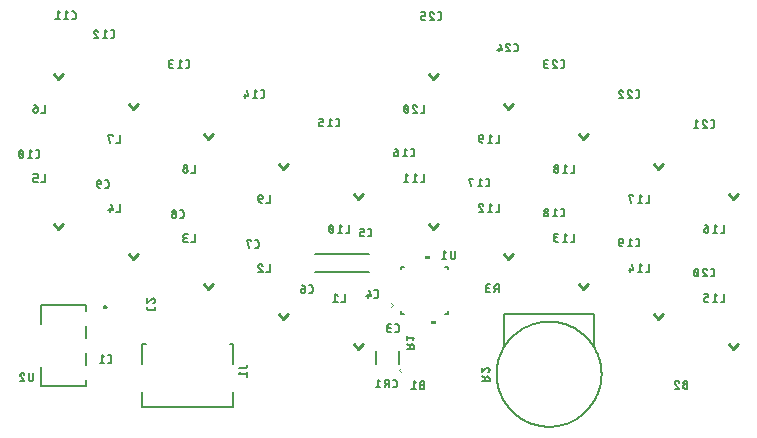
<source format=gbr>
G04 EAGLE Gerber RS-274X export*
G75*
%MOMM*%
%FSLAX34Y34*%
%LPD*%
%INSilkscreen Bottom*%
%IPPOS*%
%AMOC8*
5,1,8,0,0,1.08239X$1,22.5*%
G01*
%ADD10C,0.152400*%
%ADD11C,0.076200*%
%ADD12C,0.254000*%

G36*
X381637Y113794D02*
X381637Y113794D01*
X381639Y113793D01*
X381682Y113813D01*
X381726Y113831D01*
X381726Y113833D01*
X381728Y113834D01*
X381761Y113919D01*
X381761Y116459D01*
X381760Y116461D01*
X381761Y116463D01*
X381741Y116506D01*
X381723Y116550D01*
X381721Y116550D01*
X381720Y116552D01*
X381635Y116585D01*
X377825Y116585D01*
X377823Y116584D01*
X377821Y116585D01*
X377778Y116565D01*
X377734Y116547D01*
X377734Y116545D01*
X377732Y116544D01*
X377699Y116459D01*
X377699Y113919D01*
X377700Y113917D01*
X377699Y113915D01*
X377719Y113872D01*
X377737Y113828D01*
X377739Y113828D01*
X377740Y113826D01*
X377825Y113793D01*
X381635Y113793D01*
X381637Y113794D01*
G37*
G36*
X386717Y58676D02*
X386717Y58676D01*
X386719Y58675D01*
X386762Y58695D01*
X386806Y58713D01*
X386806Y58715D01*
X386808Y58716D01*
X386841Y58801D01*
X386841Y61341D01*
X386840Y61343D01*
X386841Y61345D01*
X386821Y61388D01*
X386803Y61432D01*
X386801Y61432D01*
X386800Y61434D01*
X386715Y61467D01*
X382905Y61467D01*
X382903Y61466D01*
X382901Y61467D01*
X382858Y61447D01*
X382814Y61429D01*
X382814Y61427D01*
X382812Y61426D01*
X382779Y61341D01*
X382779Y58801D01*
X382780Y58799D01*
X382779Y58797D01*
X382799Y58754D01*
X382817Y58710D01*
X382819Y58710D01*
X382820Y58708D01*
X382905Y58675D01*
X386715Y58675D01*
X386717Y58676D01*
G37*
D10*
X109079Y25908D02*
X110546Y25908D01*
X110620Y25910D01*
X110695Y25916D01*
X110768Y25925D01*
X110842Y25938D01*
X110914Y25955D01*
X110985Y25975D01*
X111056Y25999D01*
X111125Y26027D01*
X111193Y26058D01*
X111258Y26092D01*
X111323Y26130D01*
X111385Y26171D01*
X111445Y26215D01*
X111502Y26262D01*
X111557Y26312D01*
X111610Y26365D01*
X111660Y26420D01*
X111707Y26477D01*
X111751Y26537D01*
X111792Y26599D01*
X111830Y26664D01*
X111864Y26730D01*
X111895Y26797D01*
X111923Y26866D01*
X111947Y26937D01*
X111967Y27008D01*
X111984Y27081D01*
X111997Y27154D01*
X112006Y27228D01*
X112012Y27302D01*
X112014Y27376D01*
X112014Y31044D01*
X112012Y31118D01*
X112006Y31193D01*
X111997Y31266D01*
X111984Y31339D01*
X111967Y31412D01*
X111947Y31483D01*
X111923Y31554D01*
X111895Y31623D01*
X111864Y31690D01*
X111830Y31756D01*
X111792Y31821D01*
X111751Y31883D01*
X111707Y31943D01*
X111660Y32000D01*
X111610Y32055D01*
X111557Y32108D01*
X111502Y32158D01*
X111445Y32205D01*
X111385Y32249D01*
X111323Y32290D01*
X111258Y32328D01*
X111193Y32362D01*
X111125Y32393D01*
X111056Y32421D01*
X110986Y32445D01*
X110914Y32465D01*
X110842Y32482D01*
X110768Y32495D01*
X110695Y32504D01*
X110620Y32510D01*
X110546Y32512D01*
X109079Y32512D01*
X105883Y31044D02*
X104048Y32512D01*
X104048Y25908D01*
X102214Y25908D02*
X105883Y25908D01*
X137922Y-10922D02*
X215392Y-10922D01*
X137922Y-10922D02*
X137922Y1270D01*
X137922Y41656D02*
X140970Y41656D01*
X215392Y41656D02*
X215392Y25400D01*
X215392Y41656D02*
X212090Y41656D01*
X215392Y1270D02*
X215392Y-10922D01*
X137922Y25400D02*
X137922Y41656D01*
X220472Y21929D02*
X225608Y21929D01*
X225608Y21928D02*
X225682Y21930D01*
X225757Y21936D01*
X225830Y21945D01*
X225904Y21958D01*
X225976Y21975D01*
X226047Y21995D01*
X226118Y22019D01*
X226187Y22047D01*
X226255Y22078D01*
X226320Y22112D01*
X226385Y22150D01*
X226447Y22191D01*
X226507Y22235D01*
X226564Y22282D01*
X226619Y22332D01*
X226672Y22385D01*
X226722Y22440D01*
X226769Y22497D01*
X226813Y22557D01*
X226854Y22619D01*
X226892Y22684D01*
X226926Y22750D01*
X226957Y22817D01*
X226985Y22886D01*
X227009Y22957D01*
X227029Y23028D01*
X227046Y23101D01*
X227059Y23174D01*
X227068Y23248D01*
X227074Y23322D01*
X227076Y23396D01*
X227076Y24130D01*
X221940Y18088D02*
X220472Y16254D01*
X227076Y16254D01*
X227076Y18088D02*
X227076Y14419D01*
X361950Y38117D02*
X368554Y38117D01*
X368554Y39951D01*
X368552Y40036D01*
X368546Y40120D01*
X368536Y40204D01*
X368523Y40288D01*
X368505Y40371D01*
X368484Y40453D01*
X368459Y40534D01*
X368430Y40614D01*
X368398Y40692D01*
X368362Y40768D01*
X368322Y40843D01*
X368279Y40916D01*
X368233Y40987D01*
X368184Y41056D01*
X368131Y41123D01*
X368075Y41187D01*
X368017Y41248D01*
X367956Y41306D01*
X367892Y41362D01*
X367825Y41415D01*
X367756Y41464D01*
X367685Y41510D01*
X367612Y41553D01*
X367537Y41593D01*
X367461Y41629D01*
X367383Y41661D01*
X367303Y41690D01*
X367222Y41715D01*
X367140Y41736D01*
X367057Y41754D01*
X366973Y41767D01*
X366889Y41777D01*
X366805Y41783D01*
X366720Y41785D01*
X366635Y41783D01*
X366551Y41777D01*
X366467Y41767D01*
X366383Y41754D01*
X366300Y41736D01*
X366218Y41715D01*
X366137Y41690D01*
X366057Y41661D01*
X365979Y41629D01*
X365903Y41593D01*
X365828Y41553D01*
X365755Y41510D01*
X365684Y41464D01*
X365615Y41415D01*
X365548Y41362D01*
X365484Y41306D01*
X365423Y41248D01*
X365365Y41187D01*
X365309Y41123D01*
X365256Y41056D01*
X365207Y40987D01*
X365161Y40916D01*
X365118Y40843D01*
X365078Y40768D01*
X365042Y40692D01*
X365010Y40614D01*
X364981Y40534D01*
X364956Y40453D01*
X364935Y40371D01*
X364917Y40288D01*
X364904Y40204D01*
X364894Y40120D01*
X364888Y40036D01*
X364886Y39951D01*
X364885Y39951D02*
X364885Y38117D01*
X364885Y40318D02*
X361950Y41786D01*
X367086Y45353D02*
X368554Y47188D01*
X361950Y47188D01*
X361950Y49022D02*
X361950Y45353D01*
X359664Y67818D02*
X357378Y67818D01*
X357378Y107442D02*
X359664Y107442D01*
X397002Y107442D02*
X397002Y105156D01*
X397002Y67818D02*
X394716Y67818D01*
X357378Y67818D02*
X357378Y70104D01*
X357378Y105156D02*
X357378Y107442D01*
X394716Y107442D02*
X397002Y107442D01*
X397002Y70104D02*
X397002Y67818D01*
D11*
X350696Y75353D02*
X349130Y73787D01*
X350696Y75353D02*
X349130Y76920D01*
D10*
X403124Y115880D02*
X403124Y120650D01*
X403124Y115880D02*
X403122Y115795D01*
X403116Y115711D01*
X403106Y115627D01*
X403093Y115543D01*
X403075Y115460D01*
X403054Y115378D01*
X403029Y115297D01*
X403000Y115217D01*
X402968Y115139D01*
X402932Y115063D01*
X402892Y114988D01*
X402849Y114915D01*
X402803Y114844D01*
X402754Y114775D01*
X402701Y114708D01*
X402645Y114644D01*
X402587Y114583D01*
X402526Y114525D01*
X402462Y114469D01*
X402395Y114416D01*
X402326Y114367D01*
X402255Y114321D01*
X402182Y114278D01*
X402107Y114238D01*
X402031Y114202D01*
X401953Y114170D01*
X401873Y114141D01*
X401792Y114116D01*
X401710Y114095D01*
X401627Y114077D01*
X401543Y114064D01*
X401459Y114054D01*
X401375Y114048D01*
X401290Y114046D01*
X401205Y114048D01*
X401121Y114054D01*
X401037Y114064D01*
X400953Y114077D01*
X400870Y114095D01*
X400788Y114116D01*
X400707Y114141D01*
X400627Y114170D01*
X400549Y114202D01*
X400473Y114238D01*
X400398Y114278D01*
X400325Y114321D01*
X400254Y114367D01*
X400185Y114416D01*
X400118Y114469D01*
X400054Y114525D01*
X399993Y114583D01*
X399935Y114644D01*
X399879Y114708D01*
X399826Y114775D01*
X399777Y114844D01*
X399731Y114915D01*
X399688Y114988D01*
X399648Y115063D01*
X399612Y115139D01*
X399580Y115217D01*
X399551Y115297D01*
X399526Y115378D01*
X399505Y115460D01*
X399487Y115543D01*
X399474Y115627D01*
X399464Y115711D01*
X399458Y115795D01*
X399456Y115880D01*
X399455Y115880D02*
X399455Y120650D01*
X395565Y119182D02*
X393730Y120650D01*
X393730Y114046D01*
X391896Y114046D02*
X395565Y114046D01*
X90170Y74676D02*
X90170Y70104D01*
X90170Y6604D02*
X52070Y6604D01*
X52070Y22606D01*
X52070Y74676D02*
X90170Y74676D01*
X90170Y57150D02*
X90170Y47244D01*
X90170Y34036D02*
X90170Y24130D01*
X90170Y11176D02*
X90170Y6604D01*
X52070Y58674D02*
X52070Y74676D01*
X106680Y74676D02*
X106750Y74674D01*
X106820Y74668D01*
X106889Y74659D01*
X106958Y74645D01*
X107026Y74628D01*
X107092Y74607D01*
X107158Y74583D01*
X107222Y74555D01*
X107284Y74523D01*
X107345Y74488D01*
X107404Y74450D01*
X107460Y74408D01*
X107514Y74364D01*
X107566Y74316D01*
X107614Y74266D01*
X107660Y74213D01*
X107703Y74158D01*
X107743Y74101D01*
X107780Y74041D01*
X107813Y73979D01*
X107843Y73916D01*
X107869Y73851D01*
X107892Y73785D01*
X107911Y73718D01*
X107926Y73649D01*
X107938Y73580D01*
X107946Y73511D01*
X107950Y73441D01*
X107950Y73371D01*
X107946Y73301D01*
X107938Y73232D01*
X107926Y73163D01*
X107911Y73094D01*
X107892Y73027D01*
X107869Y72961D01*
X107843Y72896D01*
X107813Y72833D01*
X107780Y72771D01*
X107743Y72711D01*
X107703Y72654D01*
X107660Y72599D01*
X107614Y72546D01*
X107566Y72496D01*
X107514Y72448D01*
X107460Y72404D01*
X107404Y72362D01*
X107345Y72324D01*
X107284Y72289D01*
X107222Y72257D01*
X107158Y72229D01*
X107092Y72205D01*
X107026Y72184D01*
X106958Y72167D01*
X106889Y72153D01*
X106820Y72144D01*
X106750Y72138D01*
X106680Y72136D01*
X106610Y72138D01*
X106540Y72144D01*
X106471Y72153D01*
X106402Y72167D01*
X106334Y72184D01*
X106268Y72205D01*
X106202Y72229D01*
X106138Y72257D01*
X106076Y72289D01*
X106015Y72324D01*
X105956Y72362D01*
X105900Y72404D01*
X105846Y72448D01*
X105794Y72496D01*
X105746Y72546D01*
X105700Y72599D01*
X105657Y72654D01*
X105617Y72711D01*
X105580Y72771D01*
X105547Y72833D01*
X105517Y72896D01*
X105491Y72961D01*
X105468Y73027D01*
X105449Y73094D01*
X105434Y73163D01*
X105422Y73232D01*
X105414Y73301D01*
X105410Y73371D01*
X105410Y73441D01*
X105414Y73511D01*
X105422Y73580D01*
X105434Y73649D01*
X105449Y73718D01*
X105468Y73785D01*
X105491Y73851D01*
X105517Y73916D01*
X105547Y73979D01*
X105580Y74041D01*
X105617Y74101D01*
X105657Y74158D01*
X105700Y74213D01*
X105746Y74266D01*
X105794Y74316D01*
X105846Y74364D01*
X105900Y74408D01*
X105956Y74450D01*
X106015Y74488D01*
X106076Y74523D01*
X106138Y74555D01*
X106202Y74583D01*
X106268Y74607D01*
X106334Y74628D01*
X106402Y74645D01*
X106471Y74659D01*
X106540Y74668D01*
X106610Y74674D01*
X106680Y74676D01*
X45974Y17526D02*
X45974Y12756D01*
X45972Y12671D01*
X45966Y12587D01*
X45956Y12503D01*
X45943Y12419D01*
X45925Y12336D01*
X45904Y12254D01*
X45879Y12173D01*
X45850Y12093D01*
X45818Y12015D01*
X45782Y11939D01*
X45742Y11864D01*
X45699Y11791D01*
X45653Y11720D01*
X45604Y11651D01*
X45551Y11584D01*
X45495Y11520D01*
X45437Y11459D01*
X45376Y11401D01*
X45312Y11345D01*
X45245Y11292D01*
X45176Y11243D01*
X45105Y11197D01*
X45032Y11154D01*
X44957Y11114D01*
X44881Y11078D01*
X44803Y11046D01*
X44723Y11017D01*
X44642Y10992D01*
X44560Y10971D01*
X44477Y10953D01*
X44393Y10940D01*
X44309Y10930D01*
X44225Y10924D01*
X44140Y10922D01*
X44055Y10924D01*
X43971Y10930D01*
X43887Y10940D01*
X43803Y10953D01*
X43720Y10971D01*
X43638Y10992D01*
X43557Y11017D01*
X43477Y11046D01*
X43399Y11078D01*
X43323Y11114D01*
X43248Y11154D01*
X43175Y11197D01*
X43104Y11243D01*
X43035Y11292D01*
X42968Y11345D01*
X42904Y11401D01*
X42843Y11459D01*
X42785Y11520D01*
X42729Y11584D01*
X42676Y11651D01*
X42627Y11720D01*
X42581Y11791D01*
X42538Y11864D01*
X42498Y11939D01*
X42462Y12015D01*
X42430Y12093D01*
X42401Y12173D01*
X42376Y12254D01*
X42355Y12336D01*
X42337Y12419D01*
X42324Y12503D01*
X42314Y12587D01*
X42308Y12671D01*
X42306Y12756D01*
X42305Y12756D02*
X42305Y17526D01*
X36397Y17526D02*
X36318Y17524D01*
X36240Y17519D01*
X36162Y17509D01*
X36085Y17496D01*
X36008Y17479D01*
X35932Y17459D01*
X35857Y17435D01*
X35783Y17408D01*
X35711Y17377D01*
X35640Y17342D01*
X35572Y17305D01*
X35504Y17264D01*
X35439Y17220D01*
X35376Y17173D01*
X35316Y17123D01*
X35258Y17070D01*
X35202Y17014D01*
X35149Y16956D01*
X35099Y16896D01*
X35052Y16833D01*
X35008Y16768D01*
X34967Y16701D01*
X34930Y16632D01*
X34895Y16561D01*
X34864Y16489D01*
X34837Y16415D01*
X34813Y16340D01*
X34793Y16264D01*
X34776Y16187D01*
X34763Y16110D01*
X34753Y16032D01*
X34748Y15954D01*
X34746Y15875D01*
X36397Y17526D02*
X36486Y17524D01*
X36575Y17519D01*
X36663Y17509D01*
X36751Y17496D01*
X36838Y17480D01*
X36925Y17459D01*
X37010Y17435D01*
X37095Y17408D01*
X37178Y17377D01*
X37260Y17342D01*
X37341Y17304D01*
X37420Y17263D01*
X37496Y17219D01*
X37572Y17171D01*
X37645Y17120D01*
X37715Y17067D01*
X37784Y17010D01*
X37850Y16950D01*
X37913Y16888D01*
X37974Y16823D01*
X38032Y16756D01*
X38087Y16686D01*
X38140Y16614D01*
X38189Y16540D01*
X38235Y16464D01*
X38277Y16386D01*
X38317Y16306D01*
X38353Y16225D01*
X38386Y16142D01*
X38415Y16058D01*
X35296Y14591D02*
X35240Y14647D01*
X35186Y14706D01*
X35135Y14767D01*
X35086Y14831D01*
X35041Y14896D01*
X34998Y14964D01*
X34959Y15033D01*
X34922Y15104D01*
X34889Y15177D01*
X34860Y15251D01*
X34833Y15326D01*
X34810Y15402D01*
X34791Y15480D01*
X34775Y15558D01*
X34762Y15636D01*
X34753Y15716D01*
X34748Y15795D01*
X34746Y15875D01*
X35296Y14591D02*
X38415Y10922D01*
X34746Y10922D01*
X142494Y72334D02*
X142494Y73801D01*
X142494Y72334D02*
X142496Y72260D01*
X142502Y72185D01*
X142511Y72112D01*
X142524Y72038D01*
X142541Y71966D01*
X142561Y71895D01*
X142585Y71824D01*
X142613Y71755D01*
X142644Y71688D01*
X142678Y71622D01*
X142716Y71557D01*
X142757Y71495D01*
X142801Y71435D01*
X142848Y71378D01*
X142898Y71323D01*
X142951Y71270D01*
X143006Y71220D01*
X143063Y71173D01*
X143123Y71129D01*
X143185Y71088D01*
X143250Y71050D01*
X143316Y71016D01*
X143383Y70985D01*
X143452Y70957D01*
X143523Y70933D01*
X143594Y70913D01*
X143666Y70896D01*
X143740Y70883D01*
X143813Y70874D01*
X143888Y70868D01*
X143962Y70866D01*
X147630Y70866D01*
X147704Y70868D01*
X147779Y70874D01*
X147852Y70883D01*
X147926Y70896D01*
X147998Y70913D01*
X148069Y70933D01*
X148140Y70957D01*
X148209Y70985D01*
X148276Y71016D01*
X148342Y71050D01*
X148407Y71088D01*
X148469Y71129D01*
X148529Y71173D01*
X148586Y71220D01*
X148641Y71270D01*
X148694Y71323D01*
X148744Y71378D01*
X148791Y71435D01*
X148835Y71495D01*
X148876Y71557D01*
X148914Y71622D01*
X148948Y71687D01*
X148979Y71755D01*
X149007Y71824D01*
X149031Y71895D01*
X149051Y71966D01*
X149068Y72038D01*
X149081Y72112D01*
X149090Y72185D01*
X149096Y72260D01*
X149098Y72334D01*
X149098Y73801D01*
X149098Y79015D02*
X149096Y79094D01*
X149091Y79172D01*
X149081Y79250D01*
X149068Y79327D01*
X149051Y79404D01*
X149031Y79480D01*
X149007Y79555D01*
X148980Y79629D01*
X148949Y79701D01*
X148914Y79772D01*
X148877Y79841D01*
X148836Y79908D01*
X148792Y79973D01*
X148745Y80036D01*
X148695Y80096D01*
X148642Y80154D01*
X148586Y80210D01*
X148528Y80263D01*
X148468Y80313D01*
X148405Y80360D01*
X148340Y80404D01*
X148273Y80445D01*
X148204Y80482D01*
X148133Y80517D01*
X148061Y80548D01*
X147987Y80575D01*
X147912Y80599D01*
X147836Y80619D01*
X147759Y80636D01*
X147682Y80649D01*
X147604Y80659D01*
X147526Y80664D01*
X147447Y80666D01*
X149098Y79015D02*
X149096Y78926D01*
X149091Y78837D01*
X149081Y78749D01*
X149068Y78661D01*
X149052Y78574D01*
X149031Y78487D01*
X149007Y78402D01*
X148980Y78317D01*
X148949Y78234D01*
X148914Y78152D01*
X148876Y78071D01*
X148835Y77992D01*
X148791Y77916D01*
X148743Y77840D01*
X148692Y77767D01*
X148639Y77697D01*
X148582Y77628D01*
X148522Y77562D01*
X148460Y77499D01*
X148395Y77438D01*
X148328Y77380D01*
X148258Y77325D01*
X148186Y77272D01*
X148112Y77223D01*
X148036Y77177D01*
X147958Y77135D01*
X147878Y77095D01*
X147797Y77059D01*
X147714Y77026D01*
X147630Y76997D01*
X146163Y80116D02*
X146219Y80172D01*
X146278Y80226D01*
X146339Y80277D01*
X146403Y80326D01*
X146468Y80371D01*
X146536Y80414D01*
X146605Y80453D01*
X146676Y80490D01*
X146749Y80523D01*
X146823Y80552D01*
X146898Y80579D01*
X146974Y80602D01*
X147052Y80621D01*
X147130Y80637D01*
X147208Y80650D01*
X147288Y80659D01*
X147367Y80664D01*
X147447Y80666D01*
X146163Y80116D02*
X142494Y76998D01*
X142494Y80666D01*
X352411Y52324D02*
X353878Y52324D01*
X353952Y52326D01*
X354027Y52332D01*
X354100Y52341D01*
X354174Y52354D01*
X354246Y52371D01*
X354317Y52391D01*
X354388Y52415D01*
X354457Y52443D01*
X354525Y52474D01*
X354590Y52508D01*
X354655Y52546D01*
X354717Y52587D01*
X354777Y52631D01*
X354834Y52678D01*
X354889Y52728D01*
X354942Y52781D01*
X354992Y52836D01*
X355039Y52893D01*
X355083Y52953D01*
X355124Y53015D01*
X355162Y53080D01*
X355196Y53146D01*
X355227Y53213D01*
X355255Y53282D01*
X355279Y53353D01*
X355299Y53424D01*
X355316Y53497D01*
X355329Y53570D01*
X355338Y53644D01*
X355344Y53718D01*
X355346Y53792D01*
X355346Y57460D01*
X355344Y57534D01*
X355338Y57609D01*
X355329Y57682D01*
X355316Y57755D01*
X355299Y57828D01*
X355279Y57899D01*
X355255Y57970D01*
X355227Y58039D01*
X355196Y58106D01*
X355162Y58172D01*
X355124Y58237D01*
X355083Y58299D01*
X355039Y58359D01*
X354992Y58416D01*
X354942Y58471D01*
X354889Y58524D01*
X354834Y58574D01*
X354777Y58621D01*
X354717Y58665D01*
X354655Y58706D01*
X354590Y58744D01*
X354525Y58778D01*
X354457Y58809D01*
X354388Y58837D01*
X354318Y58861D01*
X354246Y58881D01*
X354174Y58898D01*
X354100Y58911D01*
X354027Y58920D01*
X353952Y58926D01*
X353878Y58928D01*
X352411Y58928D01*
X349215Y52324D02*
X347380Y52324D01*
X347295Y52326D01*
X347211Y52332D01*
X347127Y52342D01*
X347043Y52355D01*
X346960Y52373D01*
X346878Y52394D01*
X346797Y52419D01*
X346717Y52448D01*
X346639Y52480D01*
X346563Y52516D01*
X346488Y52556D01*
X346415Y52599D01*
X346344Y52645D01*
X346275Y52694D01*
X346208Y52747D01*
X346144Y52803D01*
X346083Y52861D01*
X346025Y52922D01*
X345969Y52986D01*
X345916Y53053D01*
X345867Y53122D01*
X345821Y53193D01*
X345778Y53266D01*
X345738Y53341D01*
X345702Y53417D01*
X345670Y53495D01*
X345641Y53575D01*
X345616Y53656D01*
X345595Y53738D01*
X345577Y53821D01*
X345564Y53905D01*
X345554Y53989D01*
X345548Y54073D01*
X345546Y54158D01*
X345548Y54243D01*
X345554Y54327D01*
X345564Y54411D01*
X345577Y54495D01*
X345595Y54578D01*
X345616Y54660D01*
X345641Y54741D01*
X345670Y54821D01*
X345702Y54899D01*
X345738Y54975D01*
X345778Y55050D01*
X345821Y55123D01*
X345867Y55194D01*
X345916Y55263D01*
X345969Y55330D01*
X346025Y55394D01*
X346083Y55455D01*
X346144Y55513D01*
X346208Y55569D01*
X346275Y55622D01*
X346344Y55671D01*
X346415Y55717D01*
X346488Y55760D01*
X346563Y55800D01*
X346639Y55836D01*
X346717Y55868D01*
X346797Y55897D01*
X346878Y55922D01*
X346960Y55943D01*
X347043Y55961D01*
X347127Y55974D01*
X347211Y55984D01*
X347295Y55990D01*
X347380Y55992D01*
X347013Y58928D02*
X349215Y58928D01*
X347013Y58928D02*
X346937Y58926D01*
X346862Y58920D01*
X346787Y58911D01*
X346713Y58897D01*
X346639Y58880D01*
X346567Y58858D01*
X346495Y58834D01*
X346425Y58805D01*
X346357Y58773D01*
X346290Y58738D01*
X346225Y58699D01*
X346162Y58656D01*
X346102Y58611D01*
X346044Y58563D01*
X345988Y58511D01*
X345936Y58457D01*
X345886Y58400D01*
X345839Y58341D01*
X345795Y58280D01*
X345754Y58216D01*
X345717Y58150D01*
X345683Y58082D01*
X345653Y58013D01*
X345626Y57942D01*
X345603Y57870D01*
X345584Y57797D01*
X345569Y57723D01*
X345557Y57648D01*
X345549Y57573D01*
X345545Y57498D01*
X345545Y57422D01*
X345549Y57347D01*
X345557Y57272D01*
X345569Y57197D01*
X345584Y57123D01*
X345603Y57050D01*
X345626Y56978D01*
X345653Y56907D01*
X345683Y56838D01*
X345717Y56770D01*
X345754Y56704D01*
X345795Y56640D01*
X345839Y56579D01*
X345886Y56520D01*
X345936Y56463D01*
X345988Y56409D01*
X346044Y56357D01*
X346102Y56309D01*
X346162Y56264D01*
X346225Y56221D01*
X346290Y56182D01*
X346357Y56147D01*
X346425Y56115D01*
X346495Y56086D01*
X346567Y56062D01*
X346639Y56040D01*
X346713Y56023D01*
X346787Y56009D01*
X346862Y56000D01*
X346937Y55994D01*
X347013Y55992D01*
X347013Y55993D02*
X348481Y55993D01*
X336247Y81280D02*
X334779Y81280D01*
X336247Y81280D02*
X336321Y81282D01*
X336396Y81288D01*
X336469Y81297D01*
X336543Y81310D01*
X336615Y81327D01*
X336686Y81347D01*
X336757Y81371D01*
X336826Y81399D01*
X336894Y81430D01*
X336959Y81464D01*
X337024Y81502D01*
X337086Y81543D01*
X337146Y81587D01*
X337203Y81634D01*
X337258Y81684D01*
X337311Y81737D01*
X337361Y81792D01*
X337408Y81849D01*
X337452Y81909D01*
X337493Y81971D01*
X337531Y82036D01*
X337565Y82102D01*
X337596Y82169D01*
X337624Y82238D01*
X337648Y82309D01*
X337668Y82380D01*
X337685Y82453D01*
X337698Y82526D01*
X337707Y82600D01*
X337713Y82674D01*
X337715Y82748D01*
X337714Y82748D02*
X337714Y86416D01*
X337715Y86416D02*
X337713Y86490D01*
X337707Y86565D01*
X337698Y86638D01*
X337685Y86711D01*
X337668Y86784D01*
X337648Y86855D01*
X337624Y86926D01*
X337596Y86995D01*
X337565Y87062D01*
X337531Y87128D01*
X337493Y87193D01*
X337452Y87255D01*
X337408Y87315D01*
X337361Y87372D01*
X337311Y87427D01*
X337258Y87480D01*
X337203Y87530D01*
X337146Y87577D01*
X337086Y87621D01*
X337024Y87662D01*
X336959Y87700D01*
X336894Y87734D01*
X336826Y87765D01*
X336757Y87793D01*
X336687Y87817D01*
X336615Y87837D01*
X336543Y87854D01*
X336469Y87867D01*
X336396Y87876D01*
X336321Y87882D01*
X336247Y87884D01*
X334779Y87884D01*
X330115Y87884D02*
X331583Y82748D01*
X327914Y82748D01*
X329015Y84215D02*
X329015Y81280D01*
X329043Y133096D02*
X330510Y133096D01*
X330584Y133098D01*
X330659Y133104D01*
X330732Y133113D01*
X330806Y133126D01*
X330878Y133143D01*
X330949Y133163D01*
X331020Y133187D01*
X331089Y133215D01*
X331157Y133246D01*
X331222Y133280D01*
X331287Y133318D01*
X331349Y133359D01*
X331409Y133403D01*
X331466Y133450D01*
X331521Y133500D01*
X331574Y133553D01*
X331624Y133608D01*
X331671Y133665D01*
X331715Y133725D01*
X331756Y133787D01*
X331794Y133852D01*
X331828Y133918D01*
X331859Y133985D01*
X331887Y134054D01*
X331911Y134125D01*
X331931Y134196D01*
X331948Y134269D01*
X331961Y134342D01*
X331970Y134416D01*
X331976Y134490D01*
X331978Y134564D01*
X331978Y138232D01*
X331976Y138306D01*
X331970Y138381D01*
X331961Y138454D01*
X331948Y138527D01*
X331931Y138600D01*
X331911Y138671D01*
X331887Y138742D01*
X331859Y138811D01*
X331828Y138878D01*
X331794Y138944D01*
X331756Y139009D01*
X331715Y139071D01*
X331671Y139131D01*
X331624Y139188D01*
X331574Y139243D01*
X331521Y139296D01*
X331466Y139346D01*
X331409Y139393D01*
X331349Y139437D01*
X331287Y139478D01*
X331222Y139516D01*
X331157Y139550D01*
X331089Y139581D01*
X331020Y139609D01*
X330950Y139633D01*
X330878Y139653D01*
X330806Y139670D01*
X330732Y139683D01*
X330659Y139692D01*
X330584Y139698D01*
X330510Y139700D01*
X329043Y139700D01*
X325847Y133096D02*
X323645Y133096D01*
X323571Y133098D01*
X323496Y133104D01*
X323423Y133113D01*
X323349Y133126D01*
X323277Y133143D01*
X323206Y133163D01*
X323135Y133187D01*
X323066Y133215D01*
X322999Y133246D01*
X322933Y133280D01*
X322868Y133318D01*
X322806Y133359D01*
X322746Y133403D01*
X322689Y133450D01*
X322634Y133500D01*
X322581Y133553D01*
X322531Y133608D01*
X322484Y133665D01*
X322440Y133725D01*
X322399Y133787D01*
X322361Y133852D01*
X322327Y133917D01*
X322296Y133985D01*
X322268Y134054D01*
X322244Y134125D01*
X322224Y134196D01*
X322207Y134268D01*
X322194Y134342D01*
X322185Y134415D01*
X322179Y134490D01*
X322177Y134564D01*
X322178Y134564D02*
X322178Y135297D01*
X322177Y135297D02*
X322179Y135371D01*
X322185Y135446D01*
X322194Y135519D01*
X322207Y135593D01*
X322224Y135665D01*
X322244Y135736D01*
X322268Y135807D01*
X322296Y135876D01*
X322327Y135943D01*
X322361Y136009D01*
X322399Y136074D01*
X322440Y136136D01*
X322484Y136196D01*
X322531Y136253D01*
X322581Y136308D01*
X322634Y136361D01*
X322689Y136411D01*
X322746Y136458D01*
X322806Y136502D01*
X322868Y136543D01*
X322933Y136581D01*
X322999Y136615D01*
X323066Y136646D01*
X323135Y136674D01*
X323206Y136698D01*
X323277Y136718D01*
X323349Y136735D01*
X323423Y136748D01*
X323496Y136757D01*
X323571Y136763D01*
X323645Y136765D01*
X325847Y136765D01*
X325847Y139700D01*
X322178Y139700D01*
D12*
X317070Y42035D02*
X320880Y38225D01*
X324690Y42035D01*
D10*
X309670Y77724D02*
X309670Y84328D01*
X309670Y77724D02*
X306735Y77724D01*
X303599Y82860D02*
X301764Y84328D01*
X301764Y77724D01*
X299930Y77724D02*
X303599Y77724D01*
D12*
X257380Y63625D02*
X253570Y67435D01*
X257380Y63625D02*
X261190Y67435D01*
D10*
X246170Y103124D02*
X246170Y109728D01*
X246170Y103124D02*
X243235Y103124D01*
X238081Y109728D02*
X238002Y109726D01*
X237924Y109721D01*
X237846Y109711D01*
X237769Y109698D01*
X237692Y109681D01*
X237616Y109661D01*
X237541Y109637D01*
X237467Y109610D01*
X237395Y109579D01*
X237324Y109544D01*
X237256Y109507D01*
X237188Y109466D01*
X237123Y109422D01*
X237060Y109375D01*
X237000Y109325D01*
X236942Y109272D01*
X236886Y109216D01*
X236833Y109158D01*
X236783Y109098D01*
X236736Y109035D01*
X236692Y108970D01*
X236651Y108903D01*
X236614Y108834D01*
X236579Y108763D01*
X236548Y108691D01*
X236521Y108617D01*
X236497Y108542D01*
X236477Y108466D01*
X236460Y108389D01*
X236447Y108312D01*
X236437Y108234D01*
X236432Y108156D01*
X236430Y108077D01*
X238081Y109728D02*
X238170Y109726D01*
X238259Y109721D01*
X238347Y109711D01*
X238435Y109698D01*
X238522Y109682D01*
X238609Y109661D01*
X238694Y109637D01*
X238779Y109610D01*
X238862Y109579D01*
X238944Y109544D01*
X239025Y109506D01*
X239104Y109465D01*
X239180Y109421D01*
X239256Y109373D01*
X239329Y109322D01*
X239399Y109269D01*
X239468Y109212D01*
X239534Y109152D01*
X239597Y109090D01*
X239658Y109025D01*
X239716Y108958D01*
X239771Y108888D01*
X239824Y108816D01*
X239873Y108742D01*
X239919Y108666D01*
X239961Y108588D01*
X240001Y108508D01*
X240037Y108427D01*
X240070Y108344D01*
X240099Y108260D01*
X236980Y106793D02*
X236924Y106849D01*
X236870Y106908D01*
X236819Y106969D01*
X236770Y107033D01*
X236725Y107098D01*
X236682Y107166D01*
X236643Y107235D01*
X236606Y107306D01*
X236573Y107379D01*
X236544Y107453D01*
X236517Y107528D01*
X236494Y107604D01*
X236475Y107682D01*
X236459Y107760D01*
X236446Y107838D01*
X236437Y107918D01*
X236432Y107997D01*
X236430Y108077D01*
X236980Y106793D02*
X240099Y103124D01*
X236430Y103124D01*
D12*
X193880Y89025D02*
X190070Y92835D01*
X193880Y89025D02*
X197690Y92835D01*
D10*
X182670Y128397D02*
X182670Y135001D01*
X182670Y128397D02*
X179735Y128397D01*
X176599Y128397D02*
X174764Y128397D01*
X174679Y128399D01*
X174595Y128405D01*
X174511Y128415D01*
X174427Y128428D01*
X174344Y128446D01*
X174262Y128467D01*
X174181Y128492D01*
X174101Y128521D01*
X174023Y128553D01*
X173947Y128589D01*
X173872Y128629D01*
X173799Y128672D01*
X173728Y128718D01*
X173659Y128767D01*
X173592Y128820D01*
X173528Y128876D01*
X173467Y128934D01*
X173409Y128995D01*
X173353Y129059D01*
X173300Y129126D01*
X173251Y129195D01*
X173205Y129266D01*
X173162Y129339D01*
X173122Y129414D01*
X173086Y129490D01*
X173054Y129568D01*
X173025Y129648D01*
X173000Y129729D01*
X172979Y129811D01*
X172961Y129894D01*
X172948Y129978D01*
X172938Y130062D01*
X172932Y130146D01*
X172930Y130231D01*
X172932Y130316D01*
X172938Y130400D01*
X172948Y130484D01*
X172961Y130568D01*
X172979Y130651D01*
X173000Y130733D01*
X173025Y130814D01*
X173054Y130894D01*
X173086Y130972D01*
X173122Y131048D01*
X173162Y131123D01*
X173205Y131196D01*
X173251Y131267D01*
X173300Y131336D01*
X173353Y131403D01*
X173409Y131467D01*
X173467Y131528D01*
X173528Y131586D01*
X173592Y131642D01*
X173659Y131695D01*
X173728Y131744D01*
X173799Y131790D01*
X173872Y131833D01*
X173947Y131873D01*
X174023Y131909D01*
X174101Y131941D01*
X174181Y131970D01*
X174262Y131995D01*
X174344Y132016D01*
X174427Y132034D01*
X174511Y132047D01*
X174595Y132057D01*
X174679Y132063D01*
X174764Y132065D01*
X174397Y135001D02*
X176599Y135001D01*
X174397Y135001D02*
X174321Y134999D01*
X174246Y134993D01*
X174171Y134984D01*
X174097Y134970D01*
X174023Y134953D01*
X173951Y134931D01*
X173879Y134907D01*
X173809Y134878D01*
X173741Y134846D01*
X173674Y134811D01*
X173609Y134772D01*
X173546Y134729D01*
X173486Y134684D01*
X173428Y134636D01*
X173372Y134584D01*
X173320Y134530D01*
X173270Y134473D01*
X173223Y134414D01*
X173179Y134353D01*
X173138Y134289D01*
X173101Y134223D01*
X173067Y134155D01*
X173037Y134086D01*
X173010Y134015D01*
X172987Y133943D01*
X172968Y133870D01*
X172953Y133796D01*
X172941Y133721D01*
X172933Y133646D01*
X172929Y133571D01*
X172929Y133495D01*
X172933Y133420D01*
X172941Y133345D01*
X172953Y133270D01*
X172968Y133196D01*
X172987Y133123D01*
X173010Y133051D01*
X173037Y132980D01*
X173067Y132911D01*
X173101Y132843D01*
X173138Y132777D01*
X173179Y132713D01*
X173223Y132652D01*
X173270Y132593D01*
X173320Y132536D01*
X173372Y132482D01*
X173428Y132430D01*
X173486Y132382D01*
X173546Y132337D01*
X173609Y132294D01*
X173674Y132255D01*
X173741Y132220D01*
X173809Y132188D01*
X173879Y132159D01*
X173951Y132135D01*
X174023Y132113D01*
X174097Y132096D01*
X174171Y132082D01*
X174246Y132073D01*
X174321Y132067D01*
X174397Y132065D01*
X174397Y132066D02*
X175865Y132066D01*
D12*
X130380Y114425D02*
X126570Y118235D01*
X130380Y114425D02*
X134190Y118235D01*
D10*
X119170Y153924D02*
X119170Y160528D01*
X119170Y153924D02*
X116235Y153924D01*
X113099Y155392D02*
X111631Y160528D01*
X113099Y155392D02*
X109430Y155392D01*
X110530Y156859D02*
X110530Y153924D01*
D12*
X66880Y139825D02*
X63070Y143635D01*
X66880Y139825D02*
X70690Y143635D01*
D10*
X55670Y179324D02*
X55670Y185928D01*
X55670Y179324D02*
X52735Y179324D01*
X49599Y179324D02*
X47397Y179324D01*
X47323Y179326D01*
X47248Y179332D01*
X47175Y179341D01*
X47101Y179354D01*
X47029Y179371D01*
X46958Y179391D01*
X46887Y179415D01*
X46818Y179443D01*
X46751Y179474D01*
X46685Y179508D01*
X46620Y179546D01*
X46558Y179587D01*
X46498Y179631D01*
X46441Y179678D01*
X46386Y179728D01*
X46333Y179781D01*
X46283Y179836D01*
X46236Y179893D01*
X46192Y179953D01*
X46151Y180015D01*
X46113Y180080D01*
X46079Y180145D01*
X46048Y180213D01*
X46020Y180282D01*
X45996Y180353D01*
X45976Y180424D01*
X45959Y180496D01*
X45946Y180570D01*
X45937Y180643D01*
X45931Y180718D01*
X45929Y180792D01*
X45930Y180792D02*
X45930Y181525D01*
X45929Y181525D02*
X45931Y181599D01*
X45937Y181674D01*
X45946Y181747D01*
X45959Y181821D01*
X45976Y181893D01*
X45996Y181964D01*
X46020Y182035D01*
X46048Y182104D01*
X46079Y182171D01*
X46113Y182237D01*
X46151Y182302D01*
X46192Y182364D01*
X46236Y182424D01*
X46283Y182481D01*
X46333Y182536D01*
X46386Y182589D01*
X46441Y182639D01*
X46498Y182686D01*
X46558Y182730D01*
X46620Y182771D01*
X46685Y182809D01*
X46751Y182843D01*
X46818Y182874D01*
X46887Y182902D01*
X46958Y182926D01*
X47029Y182946D01*
X47101Y182963D01*
X47175Y182976D01*
X47248Y182985D01*
X47323Y182991D01*
X47397Y182993D01*
X49599Y182993D01*
X49599Y185928D01*
X45930Y185928D01*
D12*
X66880Y266825D02*
X63070Y270635D01*
X66880Y266825D02*
X70690Y270635D01*
D10*
X55670Y244602D02*
X55670Y237998D01*
X52735Y237998D01*
X49599Y241667D02*
X47397Y241667D01*
X47323Y241665D01*
X47248Y241659D01*
X47175Y241650D01*
X47101Y241637D01*
X47029Y241620D01*
X46958Y241600D01*
X46887Y241576D01*
X46818Y241548D01*
X46751Y241517D01*
X46685Y241483D01*
X46620Y241445D01*
X46558Y241404D01*
X46498Y241360D01*
X46441Y241313D01*
X46386Y241263D01*
X46333Y241210D01*
X46283Y241155D01*
X46236Y241098D01*
X46192Y241038D01*
X46151Y240976D01*
X46113Y240911D01*
X46079Y240845D01*
X46048Y240778D01*
X46020Y240709D01*
X45996Y240638D01*
X45976Y240567D01*
X45959Y240495D01*
X45946Y240421D01*
X45937Y240348D01*
X45931Y240273D01*
X45929Y240199D01*
X45930Y240199D02*
X45930Y239832D01*
X45932Y239747D01*
X45938Y239663D01*
X45948Y239579D01*
X45961Y239495D01*
X45979Y239412D01*
X46000Y239330D01*
X46025Y239249D01*
X46054Y239169D01*
X46086Y239091D01*
X46122Y239015D01*
X46162Y238940D01*
X46205Y238867D01*
X46251Y238796D01*
X46300Y238727D01*
X46353Y238660D01*
X46409Y238596D01*
X46467Y238535D01*
X46528Y238477D01*
X46592Y238421D01*
X46659Y238368D01*
X46728Y238319D01*
X46799Y238273D01*
X46872Y238230D01*
X46947Y238190D01*
X47023Y238154D01*
X47101Y238122D01*
X47181Y238093D01*
X47262Y238068D01*
X47344Y238047D01*
X47427Y238029D01*
X47511Y238016D01*
X47595Y238006D01*
X47679Y238000D01*
X47764Y237998D01*
X47849Y238000D01*
X47933Y238006D01*
X48017Y238016D01*
X48101Y238029D01*
X48184Y238047D01*
X48266Y238068D01*
X48347Y238093D01*
X48427Y238122D01*
X48505Y238154D01*
X48581Y238190D01*
X48656Y238230D01*
X48729Y238273D01*
X48800Y238319D01*
X48869Y238368D01*
X48936Y238421D01*
X49000Y238477D01*
X49061Y238535D01*
X49119Y238596D01*
X49175Y238660D01*
X49228Y238727D01*
X49277Y238796D01*
X49323Y238867D01*
X49366Y238940D01*
X49406Y239015D01*
X49442Y239091D01*
X49474Y239169D01*
X49503Y239249D01*
X49528Y239330D01*
X49549Y239412D01*
X49567Y239495D01*
X49580Y239579D01*
X49590Y239663D01*
X49596Y239747D01*
X49598Y239832D01*
X49599Y239832D02*
X49599Y241667D01*
X49598Y241667D02*
X49596Y241774D01*
X49590Y241881D01*
X49580Y241988D01*
X49567Y242094D01*
X49549Y242200D01*
X49528Y242305D01*
X49503Y242409D01*
X49474Y242513D01*
X49441Y242615D01*
X49404Y242715D01*
X49364Y242815D01*
X49320Y242913D01*
X49273Y243009D01*
X49222Y243103D01*
X49168Y243196D01*
X49111Y243286D01*
X49050Y243375D01*
X48986Y243461D01*
X48919Y243544D01*
X48849Y243626D01*
X48776Y243704D01*
X48700Y243780D01*
X48622Y243853D01*
X48540Y243923D01*
X48457Y243990D01*
X48371Y244054D01*
X48282Y244115D01*
X48192Y244172D01*
X48099Y244226D01*
X48005Y244277D01*
X47909Y244324D01*
X47811Y244368D01*
X47712Y244408D01*
X47611Y244445D01*
X47509Y244478D01*
X47405Y244507D01*
X47301Y244532D01*
X47196Y244553D01*
X47090Y244571D01*
X46984Y244584D01*
X46877Y244594D01*
X46770Y244600D01*
X46663Y244602D01*
D12*
X126570Y245235D02*
X130380Y241425D01*
X134190Y245235D01*
D10*
X119170Y219202D02*
X119170Y212598D01*
X116235Y212598D01*
X113099Y218468D02*
X113099Y219202D01*
X109430Y219202D01*
X111264Y212598D01*
D12*
X190070Y219835D02*
X193880Y216025D01*
X197690Y219835D01*
D10*
X182670Y193802D02*
X182670Y187198D01*
X179735Y187198D01*
X176598Y189032D02*
X176596Y189117D01*
X176590Y189201D01*
X176580Y189285D01*
X176567Y189369D01*
X176549Y189452D01*
X176528Y189534D01*
X176503Y189615D01*
X176474Y189695D01*
X176442Y189773D01*
X176406Y189849D01*
X176366Y189924D01*
X176323Y189997D01*
X176277Y190068D01*
X176228Y190137D01*
X176175Y190204D01*
X176119Y190268D01*
X176061Y190329D01*
X176000Y190387D01*
X175936Y190443D01*
X175869Y190496D01*
X175800Y190545D01*
X175729Y190591D01*
X175656Y190634D01*
X175581Y190674D01*
X175505Y190710D01*
X175427Y190742D01*
X175347Y190771D01*
X175266Y190796D01*
X175184Y190817D01*
X175101Y190835D01*
X175017Y190848D01*
X174933Y190858D01*
X174849Y190864D01*
X174764Y190866D01*
X174679Y190864D01*
X174595Y190858D01*
X174511Y190848D01*
X174427Y190835D01*
X174344Y190817D01*
X174262Y190796D01*
X174181Y190771D01*
X174101Y190742D01*
X174023Y190710D01*
X173947Y190674D01*
X173872Y190634D01*
X173799Y190591D01*
X173728Y190545D01*
X173659Y190496D01*
X173592Y190443D01*
X173528Y190387D01*
X173467Y190329D01*
X173409Y190268D01*
X173353Y190204D01*
X173300Y190137D01*
X173251Y190068D01*
X173205Y189997D01*
X173162Y189924D01*
X173122Y189849D01*
X173086Y189773D01*
X173054Y189695D01*
X173025Y189615D01*
X173000Y189534D01*
X172979Y189452D01*
X172961Y189369D01*
X172948Y189285D01*
X172938Y189201D01*
X172932Y189117D01*
X172930Y189032D01*
X172932Y188947D01*
X172938Y188863D01*
X172948Y188779D01*
X172961Y188695D01*
X172979Y188612D01*
X173000Y188530D01*
X173025Y188449D01*
X173054Y188369D01*
X173086Y188291D01*
X173122Y188215D01*
X173162Y188140D01*
X173205Y188067D01*
X173251Y187996D01*
X173300Y187927D01*
X173353Y187860D01*
X173409Y187796D01*
X173467Y187735D01*
X173528Y187677D01*
X173592Y187621D01*
X173659Y187568D01*
X173728Y187519D01*
X173799Y187473D01*
X173872Y187430D01*
X173947Y187390D01*
X174023Y187354D01*
X174101Y187322D01*
X174181Y187293D01*
X174262Y187268D01*
X174344Y187247D01*
X174427Y187229D01*
X174511Y187216D01*
X174595Y187206D01*
X174679Y187200D01*
X174764Y187198D01*
X174849Y187200D01*
X174933Y187206D01*
X175017Y187216D01*
X175101Y187229D01*
X175184Y187247D01*
X175266Y187268D01*
X175347Y187293D01*
X175427Y187322D01*
X175505Y187354D01*
X175581Y187390D01*
X175656Y187430D01*
X175729Y187473D01*
X175800Y187519D01*
X175869Y187568D01*
X175936Y187621D01*
X176000Y187677D01*
X176061Y187735D01*
X176119Y187796D01*
X176175Y187860D01*
X176228Y187927D01*
X176277Y187996D01*
X176323Y188067D01*
X176366Y188140D01*
X176406Y188215D01*
X176442Y188291D01*
X176474Y188369D01*
X176503Y188449D01*
X176528Y188530D01*
X176549Y188612D01*
X176567Y188695D01*
X176580Y188779D01*
X176590Y188863D01*
X176596Y188947D01*
X176598Y189032D01*
X176232Y192334D02*
X176230Y192410D01*
X176224Y192485D01*
X176215Y192560D01*
X176201Y192634D01*
X176184Y192708D01*
X176162Y192780D01*
X176138Y192852D01*
X176109Y192922D01*
X176077Y192990D01*
X176042Y193057D01*
X176003Y193122D01*
X175960Y193185D01*
X175915Y193245D01*
X175867Y193303D01*
X175815Y193359D01*
X175761Y193411D01*
X175704Y193461D01*
X175645Y193508D01*
X175584Y193552D01*
X175520Y193593D01*
X175454Y193630D01*
X175386Y193664D01*
X175317Y193694D01*
X175246Y193721D01*
X175174Y193744D01*
X175101Y193763D01*
X175027Y193778D01*
X174952Y193790D01*
X174877Y193798D01*
X174802Y193802D01*
X174726Y193802D01*
X174651Y193798D01*
X174576Y193790D01*
X174501Y193778D01*
X174427Y193763D01*
X174354Y193744D01*
X174282Y193721D01*
X174211Y193694D01*
X174142Y193664D01*
X174074Y193630D01*
X174008Y193593D01*
X173944Y193552D01*
X173883Y193508D01*
X173824Y193461D01*
X173767Y193411D01*
X173713Y193359D01*
X173661Y193303D01*
X173613Y193245D01*
X173568Y193185D01*
X173525Y193122D01*
X173486Y193057D01*
X173451Y192990D01*
X173419Y192922D01*
X173390Y192852D01*
X173366Y192780D01*
X173344Y192708D01*
X173327Y192634D01*
X173313Y192560D01*
X173304Y192485D01*
X173298Y192410D01*
X173296Y192334D01*
X173298Y192258D01*
X173304Y192183D01*
X173313Y192108D01*
X173327Y192034D01*
X173344Y191960D01*
X173366Y191888D01*
X173390Y191816D01*
X173419Y191746D01*
X173451Y191678D01*
X173486Y191611D01*
X173525Y191546D01*
X173568Y191483D01*
X173613Y191423D01*
X173661Y191365D01*
X173713Y191309D01*
X173767Y191257D01*
X173824Y191207D01*
X173883Y191160D01*
X173944Y191116D01*
X174008Y191075D01*
X174074Y191038D01*
X174142Y191004D01*
X174211Y190974D01*
X174282Y190947D01*
X174354Y190924D01*
X174427Y190905D01*
X174501Y190890D01*
X174576Y190878D01*
X174651Y190870D01*
X174726Y190866D01*
X174802Y190866D01*
X174877Y190870D01*
X174952Y190878D01*
X175027Y190890D01*
X175101Y190905D01*
X175174Y190924D01*
X175246Y190947D01*
X175317Y190974D01*
X175386Y191004D01*
X175454Y191038D01*
X175520Y191075D01*
X175584Y191116D01*
X175645Y191160D01*
X175704Y191207D01*
X175761Y191257D01*
X175815Y191309D01*
X175867Y191365D01*
X175915Y191423D01*
X175960Y191483D01*
X176003Y191546D01*
X176042Y191611D01*
X176077Y191678D01*
X176109Y191746D01*
X176138Y191816D01*
X176162Y191888D01*
X176184Y191960D01*
X176201Y192034D01*
X176215Y192108D01*
X176224Y192183D01*
X176230Y192258D01*
X176232Y192334D01*
D12*
X253570Y194435D02*
X257380Y190625D01*
X261190Y194435D01*
D10*
X246170Y168402D02*
X246170Y161798D01*
X243235Y161798D01*
X238631Y164733D02*
X236430Y164733D01*
X238631Y164733D02*
X238705Y164735D01*
X238780Y164741D01*
X238853Y164750D01*
X238927Y164763D01*
X238999Y164780D01*
X239070Y164800D01*
X239141Y164824D01*
X239210Y164852D01*
X239278Y164883D01*
X239343Y164917D01*
X239408Y164955D01*
X239470Y164996D01*
X239530Y165040D01*
X239587Y165087D01*
X239642Y165137D01*
X239695Y165190D01*
X239745Y165245D01*
X239792Y165302D01*
X239836Y165362D01*
X239877Y165424D01*
X239915Y165489D01*
X239949Y165555D01*
X239980Y165622D01*
X240008Y165691D01*
X240032Y165762D01*
X240052Y165833D01*
X240069Y165906D01*
X240082Y165979D01*
X240091Y166053D01*
X240097Y166127D01*
X240099Y166201D01*
X240099Y166568D01*
X240098Y166568D02*
X240096Y166653D01*
X240090Y166737D01*
X240080Y166821D01*
X240067Y166905D01*
X240049Y166988D01*
X240028Y167070D01*
X240003Y167151D01*
X239974Y167231D01*
X239942Y167309D01*
X239906Y167385D01*
X239866Y167460D01*
X239823Y167533D01*
X239777Y167604D01*
X239728Y167673D01*
X239675Y167740D01*
X239619Y167804D01*
X239561Y167865D01*
X239500Y167923D01*
X239436Y167979D01*
X239369Y168032D01*
X239300Y168081D01*
X239229Y168127D01*
X239156Y168170D01*
X239081Y168210D01*
X239005Y168246D01*
X238927Y168278D01*
X238847Y168307D01*
X238766Y168332D01*
X238684Y168353D01*
X238601Y168371D01*
X238517Y168384D01*
X238433Y168394D01*
X238349Y168400D01*
X238264Y168402D01*
X238179Y168400D01*
X238095Y168394D01*
X238011Y168384D01*
X237927Y168371D01*
X237844Y168353D01*
X237762Y168332D01*
X237681Y168307D01*
X237601Y168278D01*
X237523Y168246D01*
X237447Y168210D01*
X237372Y168170D01*
X237299Y168127D01*
X237228Y168081D01*
X237159Y168032D01*
X237092Y167979D01*
X237028Y167923D01*
X236967Y167865D01*
X236909Y167804D01*
X236853Y167740D01*
X236800Y167673D01*
X236751Y167604D01*
X236705Y167533D01*
X236662Y167460D01*
X236622Y167385D01*
X236586Y167309D01*
X236554Y167231D01*
X236525Y167151D01*
X236500Y167070D01*
X236479Y166988D01*
X236461Y166905D01*
X236448Y166821D01*
X236438Y166737D01*
X236432Y166653D01*
X236430Y166568D01*
X236430Y164733D01*
X236432Y164626D01*
X236438Y164519D01*
X236448Y164412D01*
X236461Y164306D01*
X236479Y164200D01*
X236500Y164095D01*
X236525Y163991D01*
X236554Y163887D01*
X236587Y163785D01*
X236624Y163685D01*
X236664Y163585D01*
X236708Y163487D01*
X236755Y163391D01*
X236806Y163297D01*
X236860Y163204D01*
X236917Y163114D01*
X236978Y163025D01*
X237042Y162939D01*
X237109Y162856D01*
X237179Y162774D01*
X237252Y162696D01*
X237328Y162620D01*
X237406Y162547D01*
X237488Y162477D01*
X237571Y162410D01*
X237657Y162346D01*
X237746Y162285D01*
X237836Y162228D01*
X237929Y162174D01*
X238023Y162123D01*
X238119Y162076D01*
X238217Y162032D01*
X238317Y161992D01*
X238417Y161955D01*
X238519Y161922D01*
X238623Y161893D01*
X238727Y161868D01*
X238832Y161847D01*
X238938Y161829D01*
X239044Y161816D01*
X239151Y161806D01*
X239258Y161800D01*
X239365Y161798D01*
D12*
X317070Y169035D02*
X320880Y165225D01*
X324690Y169035D01*
D10*
X313328Y143002D02*
X313328Y136398D01*
X310393Y136398D01*
X307256Y141534D02*
X305422Y143002D01*
X305422Y136398D01*
X307256Y136398D02*
X303587Y136398D01*
X299941Y139700D02*
X299939Y139845D01*
X299933Y139990D01*
X299924Y140135D01*
X299910Y140280D01*
X299893Y140424D01*
X299871Y140567D01*
X299846Y140711D01*
X299817Y140853D01*
X299785Y140994D01*
X299748Y141135D01*
X299708Y141274D01*
X299664Y141413D01*
X299617Y141550D01*
X299566Y141686D01*
X299511Y141820D01*
X299453Y141953D01*
X299391Y142085D01*
X299392Y142085D02*
X299366Y142154D01*
X299337Y142221D01*
X299304Y142287D01*
X299268Y142350D01*
X299228Y142412D01*
X299185Y142471D01*
X299139Y142528D01*
X299090Y142582D01*
X299038Y142634D01*
X298983Y142683D01*
X298926Y142728D01*
X298866Y142771D01*
X298804Y142810D01*
X298741Y142846D01*
X298675Y142879D01*
X298608Y142907D01*
X298539Y142933D01*
X298469Y142954D01*
X298398Y142972D01*
X298326Y142985D01*
X298253Y142995D01*
X298180Y143001D01*
X298107Y143003D01*
X298107Y143002D02*
X298034Y143000D01*
X297961Y142994D01*
X297888Y142984D01*
X297817Y142971D01*
X297745Y142953D01*
X297675Y142932D01*
X297607Y142906D01*
X297539Y142878D01*
X297474Y142845D01*
X297410Y142809D01*
X297348Y142770D01*
X297289Y142728D01*
X297232Y142682D01*
X297177Y142633D01*
X297125Y142582D01*
X297076Y142527D01*
X297030Y142470D01*
X296987Y142411D01*
X296947Y142350D01*
X296911Y142286D01*
X296878Y142221D01*
X296849Y142154D01*
X296823Y142085D01*
X296822Y142085D02*
X296760Y141953D01*
X296702Y141820D01*
X296647Y141686D01*
X296596Y141550D01*
X296549Y141413D01*
X296505Y141274D01*
X296465Y141135D01*
X296428Y140994D01*
X296396Y140853D01*
X296367Y140711D01*
X296342Y140568D01*
X296320Y140424D01*
X296303Y140280D01*
X296289Y140135D01*
X296280Y139990D01*
X296274Y139845D01*
X296272Y139700D01*
X299940Y139700D02*
X299938Y139555D01*
X299932Y139410D01*
X299923Y139265D01*
X299909Y139120D01*
X299892Y138976D01*
X299870Y138833D01*
X299845Y138690D01*
X299817Y138547D01*
X299784Y138406D01*
X299747Y138265D01*
X299707Y138126D01*
X299663Y137987D01*
X299616Y137850D01*
X299565Y137714D01*
X299510Y137580D01*
X299452Y137447D01*
X299390Y137315D01*
X299392Y137316D02*
X299366Y137247D01*
X299337Y137180D01*
X299304Y137114D01*
X299268Y137051D01*
X299228Y136989D01*
X299185Y136930D01*
X299139Y136873D01*
X299090Y136819D01*
X299038Y136767D01*
X298983Y136718D01*
X298926Y136673D01*
X298866Y136630D01*
X298804Y136591D01*
X298741Y136555D01*
X298675Y136522D01*
X298608Y136494D01*
X298539Y136468D01*
X298469Y136447D01*
X298398Y136429D01*
X298326Y136416D01*
X298253Y136406D01*
X298180Y136400D01*
X298107Y136398D01*
X296822Y137315D02*
X296760Y137447D01*
X296702Y137580D01*
X296647Y137714D01*
X296596Y137850D01*
X296549Y137987D01*
X296505Y138126D01*
X296465Y138265D01*
X296428Y138406D01*
X296396Y138547D01*
X296367Y138689D01*
X296342Y138832D01*
X296320Y138976D01*
X296303Y139120D01*
X296289Y139265D01*
X296280Y139410D01*
X296274Y139555D01*
X296272Y139700D01*
X296823Y137315D02*
X296849Y137246D01*
X296878Y137179D01*
X296911Y137114D01*
X296947Y137050D01*
X296987Y136989D01*
X297030Y136930D01*
X297076Y136873D01*
X297125Y136818D01*
X297177Y136767D01*
X297232Y136718D01*
X297289Y136672D01*
X297348Y136630D01*
X297410Y136591D01*
X297474Y136555D01*
X297539Y136522D01*
X297607Y136494D01*
X297675Y136468D01*
X297745Y136447D01*
X297817Y136429D01*
X297888Y136416D01*
X297961Y136406D01*
X298034Y136400D01*
X298107Y136398D01*
X299574Y137866D02*
X296639Y141534D01*
D12*
X380570Y143635D02*
X384380Y139825D01*
X388190Y143635D01*
D10*
X376828Y179578D02*
X376828Y186182D01*
X376828Y179578D02*
X373893Y179578D01*
X370756Y184714D02*
X368922Y186182D01*
X368922Y179578D01*
X370756Y179578D02*
X367087Y179578D01*
X363441Y184714D02*
X361607Y186182D01*
X361607Y179578D01*
X363441Y179578D02*
X359772Y179578D01*
D12*
X444070Y118235D02*
X447880Y114425D01*
X451690Y118235D01*
D10*
X440328Y154178D02*
X440328Y160782D01*
X440328Y154178D02*
X437393Y154178D01*
X434256Y159314D02*
X432422Y160782D01*
X432422Y154178D01*
X434256Y154178D02*
X430587Y154178D01*
X424923Y160782D02*
X424844Y160780D01*
X424766Y160775D01*
X424688Y160765D01*
X424611Y160752D01*
X424534Y160735D01*
X424458Y160715D01*
X424383Y160691D01*
X424309Y160664D01*
X424237Y160633D01*
X424166Y160598D01*
X424098Y160561D01*
X424030Y160520D01*
X423965Y160476D01*
X423902Y160429D01*
X423842Y160379D01*
X423784Y160326D01*
X423728Y160270D01*
X423675Y160212D01*
X423625Y160152D01*
X423578Y160089D01*
X423534Y160024D01*
X423493Y159957D01*
X423456Y159888D01*
X423421Y159817D01*
X423390Y159745D01*
X423363Y159671D01*
X423339Y159596D01*
X423319Y159520D01*
X423302Y159443D01*
X423289Y159366D01*
X423279Y159288D01*
X423274Y159210D01*
X423272Y159131D01*
X424923Y160782D02*
X425012Y160780D01*
X425101Y160775D01*
X425189Y160765D01*
X425277Y160752D01*
X425364Y160736D01*
X425451Y160715D01*
X425536Y160691D01*
X425621Y160664D01*
X425704Y160633D01*
X425786Y160598D01*
X425867Y160560D01*
X425946Y160519D01*
X426022Y160475D01*
X426098Y160427D01*
X426171Y160376D01*
X426241Y160323D01*
X426310Y160266D01*
X426376Y160206D01*
X426439Y160144D01*
X426500Y160079D01*
X426558Y160012D01*
X426613Y159942D01*
X426666Y159870D01*
X426715Y159796D01*
X426761Y159720D01*
X426803Y159642D01*
X426843Y159562D01*
X426879Y159481D01*
X426912Y159398D01*
X426941Y159314D01*
X423822Y157847D02*
X423766Y157903D01*
X423712Y157962D01*
X423661Y158023D01*
X423612Y158087D01*
X423567Y158152D01*
X423524Y158220D01*
X423485Y158289D01*
X423448Y158360D01*
X423415Y158433D01*
X423386Y158507D01*
X423359Y158582D01*
X423336Y158658D01*
X423317Y158736D01*
X423301Y158814D01*
X423288Y158892D01*
X423279Y158972D01*
X423274Y159051D01*
X423272Y159131D01*
X423822Y157847D02*
X426941Y154178D01*
X423272Y154178D01*
D12*
X507570Y92835D02*
X511380Y89025D01*
X515190Y92835D01*
D10*
X503828Y128778D02*
X503828Y135382D01*
X503828Y128778D02*
X500893Y128778D01*
X497756Y133914D02*
X495922Y135382D01*
X495922Y128778D01*
X497756Y128778D02*
X494087Y128778D01*
X490441Y128778D02*
X488607Y128778D01*
X488522Y128780D01*
X488438Y128786D01*
X488354Y128796D01*
X488270Y128809D01*
X488187Y128827D01*
X488105Y128848D01*
X488024Y128873D01*
X487944Y128902D01*
X487866Y128934D01*
X487790Y128970D01*
X487715Y129010D01*
X487642Y129053D01*
X487571Y129099D01*
X487502Y129148D01*
X487435Y129201D01*
X487371Y129257D01*
X487310Y129315D01*
X487252Y129376D01*
X487196Y129440D01*
X487143Y129507D01*
X487094Y129576D01*
X487048Y129647D01*
X487005Y129720D01*
X486965Y129795D01*
X486929Y129871D01*
X486897Y129949D01*
X486868Y130029D01*
X486843Y130110D01*
X486822Y130192D01*
X486804Y130275D01*
X486791Y130359D01*
X486781Y130443D01*
X486775Y130527D01*
X486773Y130612D01*
X486775Y130697D01*
X486781Y130781D01*
X486791Y130865D01*
X486804Y130949D01*
X486822Y131032D01*
X486843Y131114D01*
X486868Y131195D01*
X486897Y131275D01*
X486929Y131353D01*
X486965Y131429D01*
X487005Y131504D01*
X487048Y131577D01*
X487094Y131648D01*
X487143Y131717D01*
X487196Y131784D01*
X487252Y131848D01*
X487310Y131909D01*
X487371Y131967D01*
X487435Y132023D01*
X487502Y132076D01*
X487571Y132125D01*
X487642Y132171D01*
X487715Y132214D01*
X487790Y132254D01*
X487866Y132290D01*
X487944Y132322D01*
X488024Y132351D01*
X488105Y132376D01*
X488187Y132397D01*
X488270Y132415D01*
X488354Y132428D01*
X488438Y132438D01*
X488522Y132444D01*
X488607Y132446D01*
X488240Y135382D02*
X490441Y135382D01*
X488240Y135382D02*
X488164Y135380D01*
X488089Y135374D01*
X488014Y135365D01*
X487940Y135351D01*
X487866Y135334D01*
X487794Y135312D01*
X487722Y135288D01*
X487652Y135259D01*
X487584Y135227D01*
X487517Y135192D01*
X487452Y135153D01*
X487389Y135110D01*
X487329Y135065D01*
X487271Y135017D01*
X487215Y134965D01*
X487163Y134911D01*
X487113Y134854D01*
X487066Y134795D01*
X487022Y134734D01*
X486981Y134670D01*
X486944Y134604D01*
X486910Y134536D01*
X486880Y134467D01*
X486853Y134396D01*
X486830Y134324D01*
X486811Y134251D01*
X486796Y134177D01*
X486784Y134102D01*
X486776Y134027D01*
X486772Y133952D01*
X486772Y133876D01*
X486776Y133801D01*
X486784Y133726D01*
X486796Y133651D01*
X486811Y133577D01*
X486830Y133504D01*
X486853Y133432D01*
X486880Y133361D01*
X486910Y133292D01*
X486944Y133224D01*
X486981Y133158D01*
X487022Y133094D01*
X487066Y133033D01*
X487113Y132974D01*
X487163Y132917D01*
X487215Y132863D01*
X487271Y132811D01*
X487329Y132763D01*
X487389Y132718D01*
X487452Y132675D01*
X487517Y132636D01*
X487584Y132601D01*
X487652Y132569D01*
X487722Y132540D01*
X487794Y132516D01*
X487866Y132494D01*
X487940Y132477D01*
X488014Y132463D01*
X488089Y132454D01*
X488164Y132448D01*
X488240Y132446D01*
X488240Y132447D02*
X489707Y132447D01*
D12*
X571070Y67435D02*
X574880Y63625D01*
X578690Y67435D01*
D10*
X567328Y103378D02*
X567328Y109982D01*
X567328Y103378D02*
X564393Y103378D01*
X561256Y108514D02*
X559422Y109982D01*
X559422Y103378D01*
X561256Y103378D02*
X557587Y103378D01*
X553941Y104846D02*
X552473Y109982D01*
X553941Y104846D02*
X550272Y104846D01*
X551373Y106313D02*
X551373Y103378D01*
D12*
X634570Y42035D02*
X638380Y38225D01*
X642190Y42035D01*
D10*
X630828Y77978D02*
X630828Y84582D01*
X630828Y77978D02*
X627893Y77978D01*
X624756Y83114D02*
X622922Y84582D01*
X622922Y77978D01*
X624756Y77978D02*
X621087Y77978D01*
X617441Y77978D02*
X615240Y77978D01*
X615166Y77980D01*
X615091Y77986D01*
X615018Y77995D01*
X614944Y78008D01*
X614872Y78025D01*
X614801Y78045D01*
X614730Y78069D01*
X614661Y78097D01*
X614594Y78128D01*
X614528Y78162D01*
X614463Y78200D01*
X614401Y78241D01*
X614341Y78285D01*
X614284Y78332D01*
X614229Y78382D01*
X614176Y78435D01*
X614126Y78490D01*
X614079Y78547D01*
X614035Y78607D01*
X613994Y78669D01*
X613956Y78734D01*
X613922Y78799D01*
X613891Y78867D01*
X613863Y78936D01*
X613839Y79007D01*
X613819Y79078D01*
X613802Y79150D01*
X613789Y79224D01*
X613780Y79297D01*
X613774Y79372D01*
X613772Y79446D01*
X613772Y80179D01*
X613774Y80253D01*
X613780Y80328D01*
X613789Y80401D01*
X613802Y80475D01*
X613819Y80547D01*
X613839Y80618D01*
X613863Y80689D01*
X613891Y80758D01*
X613922Y80825D01*
X613956Y80891D01*
X613994Y80956D01*
X614035Y81018D01*
X614079Y81078D01*
X614126Y81135D01*
X614176Y81190D01*
X614229Y81243D01*
X614284Y81293D01*
X614341Y81340D01*
X614401Y81384D01*
X614463Y81425D01*
X614528Y81463D01*
X614594Y81497D01*
X614661Y81528D01*
X614730Y81556D01*
X614801Y81580D01*
X614872Y81600D01*
X614944Y81617D01*
X615018Y81630D01*
X615091Y81639D01*
X615166Y81645D01*
X615240Y81647D01*
X617441Y81647D01*
X617441Y84582D01*
X613772Y84582D01*
D12*
X638380Y165225D02*
X634570Y169035D01*
X638380Y165225D02*
X642190Y169035D01*
D10*
X630828Y143002D02*
X630828Y136398D01*
X627893Y136398D01*
X624756Y141534D02*
X622922Y143002D01*
X622922Y136398D01*
X624756Y136398D02*
X621087Y136398D01*
X617441Y140067D02*
X615240Y140067D01*
X615166Y140065D01*
X615091Y140059D01*
X615018Y140050D01*
X614944Y140037D01*
X614872Y140020D01*
X614801Y140000D01*
X614730Y139976D01*
X614661Y139948D01*
X614594Y139917D01*
X614528Y139883D01*
X614463Y139845D01*
X614401Y139804D01*
X614341Y139760D01*
X614284Y139713D01*
X614229Y139663D01*
X614176Y139610D01*
X614126Y139555D01*
X614079Y139498D01*
X614035Y139438D01*
X613994Y139376D01*
X613956Y139311D01*
X613922Y139245D01*
X613891Y139178D01*
X613863Y139109D01*
X613839Y139038D01*
X613819Y138967D01*
X613802Y138895D01*
X613789Y138821D01*
X613780Y138748D01*
X613774Y138673D01*
X613772Y138599D01*
X613772Y138232D01*
X613773Y138232D02*
X613775Y138147D01*
X613781Y138063D01*
X613791Y137979D01*
X613804Y137895D01*
X613822Y137812D01*
X613843Y137730D01*
X613868Y137649D01*
X613897Y137569D01*
X613929Y137491D01*
X613965Y137415D01*
X614005Y137340D01*
X614048Y137267D01*
X614094Y137196D01*
X614143Y137127D01*
X614196Y137060D01*
X614252Y136996D01*
X614310Y136935D01*
X614371Y136877D01*
X614435Y136821D01*
X614502Y136768D01*
X614571Y136719D01*
X614642Y136673D01*
X614715Y136630D01*
X614790Y136590D01*
X614866Y136554D01*
X614944Y136522D01*
X615024Y136493D01*
X615105Y136468D01*
X615187Y136447D01*
X615270Y136429D01*
X615354Y136416D01*
X615438Y136406D01*
X615522Y136400D01*
X615607Y136398D01*
X615692Y136400D01*
X615776Y136406D01*
X615860Y136416D01*
X615944Y136429D01*
X616027Y136447D01*
X616109Y136468D01*
X616190Y136493D01*
X616270Y136522D01*
X616348Y136554D01*
X616424Y136590D01*
X616499Y136630D01*
X616572Y136673D01*
X616643Y136719D01*
X616712Y136768D01*
X616779Y136821D01*
X616843Y136877D01*
X616904Y136935D01*
X616962Y136996D01*
X617018Y137060D01*
X617071Y137127D01*
X617120Y137196D01*
X617166Y137267D01*
X617209Y137340D01*
X617249Y137415D01*
X617285Y137491D01*
X617317Y137569D01*
X617346Y137649D01*
X617371Y137730D01*
X617392Y137812D01*
X617410Y137895D01*
X617423Y137979D01*
X617433Y138063D01*
X617439Y138147D01*
X617441Y138232D01*
X617441Y140067D01*
X617439Y140174D01*
X617433Y140281D01*
X617423Y140388D01*
X617410Y140494D01*
X617392Y140600D01*
X617371Y140705D01*
X617346Y140809D01*
X617317Y140913D01*
X617284Y141015D01*
X617247Y141115D01*
X617207Y141215D01*
X617163Y141313D01*
X617116Y141409D01*
X617065Y141503D01*
X617011Y141596D01*
X616954Y141686D01*
X616893Y141775D01*
X616829Y141861D01*
X616762Y141944D01*
X616692Y142026D01*
X616619Y142104D01*
X616543Y142180D01*
X616465Y142253D01*
X616383Y142323D01*
X616300Y142390D01*
X616214Y142454D01*
X616125Y142515D01*
X616035Y142572D01*
X615942Y142626D01*
X615848Y142677D01*
X615752Y142724D01*
X615654Y142768D01*
X615555Y142808D01*
X615454Y142845D01*
X615352Y142878D01*
X615248Y142907D01*
X615144Y142932D01*
X615039Y142953D01*
X614933Y142971D01*
X614827Y142984D01*
X614720Y142994D01*
X614613Y143000D01*
X614506Y143002D01*
D12*
X574880Y190625D02*
X571070Y194435D01*
X574880Y190625D02*
X578690Y194435D01*
D10*
X567328Y168402D02*
X567328Y161798D01*
X564393Y161798D01*
X561256Y166934D02*
X559422Y168402D01*
X559422Y161798D01*
X561256Y161798D02*
X557587Y161798D01*
X553941Y167668D02*
X553941Y168402D01*
X550272Y168402D01*
X552107Y161798D01*
D12*
X511380Y216025D02*
X507570Y219835D01*
X511380Y216025D02*
X515190Y219835D01*
D10*
X503828Y193802D02*
X503828Y187198D01*
X500893Y187198D01*
X497756Y192334D02*
X495922Y193802D01*
X495922Y187198D01*
X497756Y187198D02*
X494087Y187198D01*
X490441Y189032D02*
X490439Y189117D01*
X490433Y189201D01*
X490423Y189285D01*
X490410Y189369D01*
X490392Y189452D01*
X490371Y189534D01*
X490346Y189615D01*
X490317Y189695D01*
X490285Y189773D01*
X490249Y189849D01*
X490209Y189924D01*
X490166Y189997D01*
X490120Y190068D01*
X490071Y190137D01*
X490018Y190204D01*
X489962Y190268D01*
X489904Y190329D01*
X489843Y190387D01*
X489779Y190443D01*
X489712Y190496D01*
X489643Y190545D01*
X489572Y190591D01*
X489499Y190634D01*
X489424Y190674D01*
X489348Y190710D01*
X489270Y190742D01*
X489190Y190771D01*
X489109Y190796D01*
X489027Y190817D01*
X488944Y190835D01*
X488860Y190848D01*
X488776Y190858D01*
X488692Y190864D01*
X488607Y190866D01*
X488522Y190864D01*
X488438Y190858D01*
X488354Y190848D01*
X488270Y190835D01*
X488187Y190817D01*
X488105Y190796D01*
X488024Y190771D01*
X487944Y190742D01*
X487866Y190710D01*
X487790Y190674D01*
X487715Y190634D01*
X487642Y190591D01*
X487571Y190545D01*
X487502Y190496D01*
X487435Y190443D01*
X487371Y190387D01*
X487310Y190329D01*
X487252Y190268D01*
X487196Y190204D01*
X487143Y190137D01*
X487094Y190068D01*
X487048Y189997D01*
X487005Y189924D01*
X486965Y189849D01*
X486929Y189773D01*
X486897Y189695D01*
X486868Y189615D01*
X486843Y189534D01*
X486822Y189452D01*
X486804Y189369D01*
X486791Y189285D01*
X486781Y189201D01*
X486775Y189117D01*
X486773Y189032D01*
X486775Y188947D01*
X486781Y188863D01*
X486791Y188779D01*
X486804Y188695D01*
X486822Y188612D01*
X486843Y188530D01*
X486868Y188449D01*
X486897Y188369D01*
X486929Y188291D01*
X486965Y188215D01*
X487005Y188140D01*
X487048Y188067D01*
X487094Y187996D01*
X487143Y187927D01*
X487196Y187860D01*
X487252Y187796D01*
X487310Y187735D01*
X487371Y187677D01*
X487435Y187621D01*
X487502Y187568D01*
X487571Y187519D01*
X487642Y187473D01*
X487715Y187430D01*
X487790Y187390D01*
X487866Y187354D01*
X487944Y187322D01*
X488024Y187293D01*
X488105Y187268D01*
X488187Y187247D01*
X488270Y187229D01*
X488354Y187216D01*
X488438Y187206D01*
X488522Y187200D01*
X488607Y187198D01*
X488692Y187200D01*
X488776Y187206D01*
X488860Y187216D01*
X488944Y187229D01*
X489027Y187247D01*
X489109Y187268D01*
X489190Y187293D01*
X489270Y187322D01*
X489348Y187354D01*
X489424Y187390D01*
X489499Y187430D01*
X489572Y187473D01*
X489643Y187519D01*
X489712Y187568D01*
X489779Y187621D01*
X489843Y187677D01*
X489904Y187735D01*
X489962Y187796D01*
X490018Y187860D01*
X490071Y187927D01*
X490120Y187996D01*
X490166Y188067D01*
X490209Y188140D01*
X490249Y188215D01*
X490285Y188291D01*
X490317Y188369D01*
X490346Y188449D01*
X490371Y188530D01*
X490392Y188612D01*
X490410Y188695D01*
X490423Y188779D01*
X490433Y188863D01*
X490439Y188947D01*
X490441Y189032D01*
X490075Y192334D02*
X490073Y192410D01*
X490067Y192485D01*
X490058Y192560D01*
X490044Y192634D01*
X490027Y192708D01*
X490005Y192780D01*
X489981Y192852D01*
X489952Y192922D01*
X489920Y192990D01*
X489885Y193057D01*
X489846Y193122D01*
X489803Y193185D01*
X489758Y193245D01*
X489710Y193303D01*
X489658Y193359D01*
X489604Y193411D01*
X489547Y193461D01*
X489488Y193508D01*
X489427Y193552D01*
X489363Y193593D01*
X489297Y193630D01*
X489229Y193664D01*
X489160Y193694D01*
X489089Y193721D01*
X489017Y193744D01*
X488944Y193763D01*
X488870Y193778D01*
X488795Y193790D01*
X488720Y193798D01*
X488645Y193802D01*
X488569Y193802D01*
X488494Y193798D01*
X488419Y193790D01*
X488344Y193778D01*
X488270Y193763D01*
X488197Y193744D01*
X488125Y193721D01*
X488054Y193694D01*
X487985Y193664D01*
X487917Y193630D01*
X487851Y193593D01*
X487787Y193552D01*
X487726Y193508D01*
X487667Y193461D01*
X487610Y193411D01*
X487556Y193359D01*
X487504Y193303D01*
X487456Y193245D01*
X487411Y193185D01*
X487368Y193122D01*
X487329Y193057D01*
X487294Y192990D01*
X487262Y192922D01*
X487233Y192852D01*
X487209Y192780D01*
X487187Y192708D01*
X487170Y192634D01*
X487156Y192560D01*
X487147Y192485D01*
X487141Y192410D01*
X487139Y192334D01*
X487141Y192258D01*
X487147Y192183D01*
X487156Y192108D01*
X487170Y192034D01*
X487187Y191960D01*
X487209Y191888D01*
X487233Y191816D01*
X487262Y191746D01*
X487294Y191678D01*
X487329Y191611D01*
X487368Y191546D01*
X487411Y191483D01*
X487456Y191423D01*
X487504Y191365D01*
X487556Y191309D01*
X487610Y191257D01*
X487667Y191207D01*
X487726Y191160D01*
X487787Y191116D01*
X487851Y191075D01*
X487917Y191038D01*
X487985Y191004D01*
X488054Y190974D01*
X488125Y190947D01*
X488197Y190924D01*
X488270Y190905D01*
X488344Y190890D01*
X488419Y190878D01*
X488494Y190870D01*
X488569Y190866D01*
X488645Y190866D01*
X488720Y190870D01*
X488795Y190878D01*
X488870Y190890D01*
X488944Y190905D01*
X489017Y190924D01*
X489089Y190947D01*
X489160Y190974D01*
X489229Y191004D01*
X489297Y191038D01*
X489363Y191075D01*
X489427Y191116D01*
X489488Y191160D01*
X489547Y191207D01*
X489604Y191257D01*
X489658Y191309D01*
X489710Y191365D01*
X489758Y191423D01*
X489803Y191483D01*
X489846Y191546D01*
X489885Y191611D01*
X489920Y191678D01*
X489952Y191746D01*
X489981Y191816D01*
X490005Y191888D01*
X490027Y191960D01*
X490044Y192034D01*
X490058Y192108D01*
X490067Y192183D01*
X490073Y192258D01*
X490075Y192334D01*
D12*
X447880Y241425D02*
X444070Y245235D01*
X447880Y241425D02*
X451690Y245235D01*
D10*
X440328Y219202D02*
X440328Y212598D01*
X437393Y212598D01*
X434256Y217734D02*
X432422Y219202D01*
X432422Y212598D01*
X434256Y212598D02*
X430587Y212598D01*
X425473Y215533D02*
X423272Y215533D01*
X425473Y215533D02*
X425547Y215535D01*
X425622Y215541D01*
X425695Y215550D01*
X425769Y215563D01*
X425841Y215580D01*
X425912Y215600D01*
X425983Y215624D01*
X426052Y215652D01*
X426120Y215683D01*
X426185Y215717D01*
X426250Y215755D01*
X426312Y215796D01*
X426372Y215840D01*
X426429Y215887D01*
X426484Y215937D01*
X426537Y215990D01*
X426587Y216045D01*
X426634Y216102D01*
X426678Y216162D01*
X426719Y216224D01*
X426757Y216289D01*
X426791Y216355D01*
X426822Y216422D01*
X426850Y216491D01*
X426874Y216562D01*
X426894Y216633D01*
X426911Y216706D01*
X426924Y216779D01*
X426933Y216853D01*
X426939Y216927D01*
X426941Y217001D01*
X426941Y217368D01*
X426939Y217453D01*
X426933Y217537D01*
X426923Y217621D01*
X426910Y217705D01*
X426892Y217788D01*
X426871Y217870D01*
X426846Y217951D01*
X426817Y218031D01*
X426785Y218109D01*
X426749Y218185D01*
X426709Y218260D01*
X426666Y218333D01*
X426620Y218404D01*
X426571Y218473D01*
X426518Y218540D01*
X426462Y218604D01*
X426404Y218665D01*
X426343Y218723D01*
X426279Y218779D01*
X426212Y218832D01*
X426143Y218881D01*
X426072Y218927D01*
X425999Y218970D01*
X425924Y219010D01*
X425848Y219046D01*
X425770Y219078D01*
X425690Y219107D01*
X425609Y219132D01*
X425527Y219153D01*
X425444Y219171D01*
X425360Y219184D01*
X425276Y219194D01*
X425192Y219200D01*
X425107Y219202D01*
X425022Y219200D01*
X424938Y219194D01*
X424854Y219184D01*
X424770Y219171D01*
X424687Y219153D01*
X424605Y219132D01*
X424524Y219107D01*
X424444Y219078D01*
X424366Y219046D01*
X424290Y219010D01*
X424215Y218970D01*
X424142Y218927D01*
X424071Y218881D01*
X424002Y218832D01*
X423935Y218779D01*
X423871Y218723D01*
X423810Y218665D01*
X423752Y218604D01*
X423696Y218540D01*
X423643Y218473D01*
X423594Y218404D01*
X423548Y218333D01*
X423505Y218260D01*
X423465Y218185D01*
X423429Y218109D01*
X423397Y218031D01*
X423368Y217951D01*
X423343Y217870D01*
X423322Y217788D01*
X423304Y217705D01*
X423291Y217621D01*
X423281Y217537D01*
X423275Y217453D01*
X423273Y217368D01*
X423272Y217368D02*
X423272Y215533D01*
X423274Y215426D01*
X423280Y215319D01*
X423290Y215212D01*
X423303Y215106D01*
X423321Y215000D01*
X423342Y214895D01*
X423367Y214791D01*
X423396Y214687D01*
X423429Y214585D01*
X423466Y214485D01*
X423506Y214385D01*
X423550Y214287D01*
X423597Y214191D01*
X423648Y214097D01*
X423702Y214004D01*
X423759Y213914D01*
X423820Y213825D01*
X423884Y213739D01*
X423951Y213656D01*
X424021Y213574D01*
X424094Y213496D01*
X424170Y213420D01*
X424248Y213347D01*
X424330Y213277D01*
X424413Y213210D01*
X424499Y213146D01*
X424588Y213085D01*
X424678Y213028D01*
X424771Y212974D01*
X424865Y212923D01*
X424961Y212876D01*
X425059Y212832D01*
X425159Y212792D01*
X425259Y212755D01*
X425361Y212722D01*
X425465Y212693D01*
X425569Y212668D01*
X425674Y212647D01*
X425780Y212629D01*
X425886Y212616D01*
X425993Y212606D01*
X426100Y212600D01*
X426207Y212598D01*
D12*
X384380Y266825D02*
X380570Y270635D01*
X384380Y266825D02*
X388190Y270635D01*
D10*
X376828Y244602D02*
X376828Y237998D01*
X373893Y237998D01*
X368738Y244602D02*
X368659Y244600D01*
X368581Y244595D01*
X368503Y244585D01*
X368426Y244572D01*
X368349Y244555D01*
X368273Y244535D01*
X368198Y244511D01*
X368124Y244484D01*
X368052Y244453D01*
X367981Y244418D01*
X367913Y244381D01*
X367845Y244340D01*
X367780Y244296D01*
X367717Y244249D01*
X367657Y244199D01*
X367599Y244146D01*
X367543Y244090D01*
X367490Y244032D01*
X367440Y243972D01*
X367393Y243909D01*
X367349Y243844D01*
X367308Y243777D01*
X367271Y243708D01*
X367236Y243637D01*
X367205Y243565D01*
X367178Y243491D01*
X367154Y243416D01*
X367134Y243340D01*
X367117Y243263D01*
X367104Y243186D01*
X367094Y243108D01*
X367089Y243030D01*
X367087Y242951D01*
X368738Y244602D02*
X368827Y244600D01*
X368916Y244595D01*
X369004Y244585D01*
X369092Y244572D01*
X369179Y244556D01*
X369266Y244535D01*
X369351Y244511D01*
X369436Y244484D01*
X369519Y244453D01*
X369601Y244418D01*
X369682Y244380D01*
X369761Y244339D01*
X369837Y244295D01*
X369913Y244247D01*
X369986Y244196D01*
X370056Y244143D01*
X370125Y244086D01*
X370191Y244026D01*
X370254Y243964D01*
X370315Y243899D01*
X370373Y243832D01*
X370428Y243762D01*
X370481Y243690D01*
X370530Y243616D01*
X370576Y243540D01*
X370618Y243462D01*
X370658Y243382D01*
X370694Y243301D01*
X370727Y243218D01*
X370756Y243134D01*
X367638Y241667D02*
X367582Y241723D01*
X367528Y241782D01*
X367477Y241843D01*
X367428Y241907D01*
X367383Y241972D01*
X367340Y242040D01*
X367301Y242109D01*
X367264Y242180D01*
X367231Y242253D01*
X367202Y242327D01*
X367175Y242402D01*
X367152Y242478D01*
X367133Y242556D01*
X367117Y242634D01*
X367104Y242712D01*
X367095Y242792D01*
X367090Y242871D01*
X367088Y242951D01*
X367638Y241667D02*
X370756Y237998D01*
X367087Y237998D01*
X363441Y241300D02*
X363439Y241445D01*
X363433Y241590D01*
X363424Y241735D01*
X363410Y241880D01*
X363393Y242024D01*
X363371Y242167D01*
X363346Y242311D01*
X363317Y242453D01*
X363285Y242594D01*
X363248Y242735D01*
X363208Y242874D01*
X363164Y243013D01*
X363117Y243150D01*
X363066Y243286D01*
X363011Y243420D01*
X362953Y243553D01*
X362891Y243685D01*
X362892Y243685D02*
X362866Y243754D01*
X362837Y243821D01*
X362804Y243887D01*
X362768Y243950D01*
X362728Y244012D01*
X362685Y244071D01*
X362639Y244128D01*
X362590Y244182D01*
X362538Y244234D01*
X362483Y244283D01*
X362426Y244328D01*
X362366Y244371D01*
X362304Y244410D01*
X362241Y244446D01*
X362175Y244479D01*
X362108Y244507D01*
X362039Y244533D01*
X361969Y244554D01*
X361898Y244572D01*
X361826Y244585D01*
X361753Y244595D01*
X361680Y244601D01*
X361607Y244603D01*
X361607Y244602D02*
X361534Y244600D01*
X361461Y244594D01*
X361388Y244584D01*
X361317Y244571D01*
X361245Y244553D01*
X361175Y244532D01*
X361107Y244506D01*
X361039Y244478D01*
X360974Y244445D01*
X360910Y244409D01*
X360848Y244370D01*
X360789Y244328D01*
X360732Y244282D01*
X360677Y244233D01*
X360625Y244182D01*
X360576Y244127D01*
X360530Y244070D01*
X360487Y244011D01*
X360447Y243950D01*
X360411Y243886D01*
X360378Y243821D01*
X360349Y243754D01*
X360323Y243685D01*
X360322Y243685D02*
X360260Y243553D01*
X360202Y243420D01*
X360147Y243286D01*
X360096Y243150D01*
X360049Y243013D01*
X360005Y242874D01*
X359965Y242735D01*
X359928Y242594D01*
X359896Y242453D01*
X359867Y242311D01*
X359842Y242168D01*
X359820Y242024D01*
X359803Y241880D01*
X359789Y241735D01*
X359780Y241590D01*
X359774Y241445D01*
X359772Y241300D01*
X363440Y241300D02*
X363438Y241155D01*
X363432Y241010D01*
X363423Y240865D01*
X363409Y240720D01*
X363392Y240576D01*
X363370Y240433D01*
X363345Y240290D01*
X363317Y240147D01*
X363284Y240006D01*
X363247Y239865D01*
X363207Y239726D01*
X363163Y239587D01*
X363116Y239450D01*
X363065Y239314D01*
X363010Y239180D01*
X362952Y239047D01*
X362890Y238915D01*
X362892Y238916D02*
X362866Y238847D01*
X362837Y238780D01*
X362804Y238714D01*
X362768Y238651D01*
X362728Y238589D01*
X362685Y238530D01*
X362639Y238473D01*
X362590Y238419D01*
X362538Y238367D01*
X362483Y238318D01*
X362426Y238273D01*
X362366Y238230D01*
X362304Y238191D01*
X362241Y238155D01*
X362175Y238122D01*
X362108Y238094D01*
X362039Y238068D01*
X361969Y238047D01*
X361898Y238029D01*
X361826Y238016D01*
X361753Y238006D01*
X361680Y238000D01*
X361607Y237998D01*
X360322Y238915D02*
X360260Y239047D01*
X360202Y239180D01*
X360147Y239314D01*
X360096Y239450D01*
X360049Y239587D01*
X360005Y239726D01*
X359965Y239865D01*
X359928Y240006D01*
X359896Y240147D01*
X359867Y240289D01*
X359842Y240432D01*
X359820Y240576D01*
X359803Y240720D01*
X359789Y240865D01*
X359780Y241010D01*
X359774Y241155D01*
X359772Y241300D01*
X360323Y238915D02*
X360349Y238846D01*
X360378Y238779D01*
X360411Y238714D01*
X360447Y238650D01*
X360487Y238589D01*
X360530Y238530D01*
X360576Y238473D01*
X360625Y238418D01*
X360677Y238367D01*
X360732Y238318D01*
X360789Y238272D01*
X360848Y238230D01*
X360910Y238191D01*
X360974Y238155D01*
X361039Y238122D01*
X361107Y238094D01*
X361175Y238068D01*
X361245Y238047D01*
X361317Y238029D01*
X361388Y238016D01*
X361461Y238006D01*
X361534Y238000D01*
X361607Y237998D01*
X363074Y239466D02*
X360139Y243134D01*
X330200Y118110D02*
X284480Y118110D01*
X284480Y102870D02*
X330200Y102870D01*
X374793Y7479D02*
X376628Y7479D01*
X374793Y7478D02*
X374708Y7476D01*
X374624Y7470D01*
X374540Y7460D01*
X374456Y7447D01*
X374373Y7429D01*
X374291Y7408D01*
X374210Y7383D01*
X374130Y7354D01*
X374052Y7322D01*
X373976Y7286D01*
X373901Y7246D01*
X373828Y7203D01*
X373757Y7157D01*
X373688Y7108D01*
X373621Y7055D01*
X373557Y6999D01*
X373496Y6941D01*
X373438Y6880D01*
X373382Y6816D01*
X373329Y6749D01*
X373280Y6680D01*
X373234Y6609D01*
X373191Y6536D01*
X373151Y6461D01*
X373115Y6385D01*
X373083Y6307D01*
X373054Y6227D01*
X373029Y6146D01*
X373008Y6064D01*
X372990Y5981D01*
X372977Y5897D01*
X372967Y5813D01*
X372961Y5729D01*
X372959Y5644D01*
X372961Y5559D01*
X372967Y5475D01*
X372977Y5391D01*
X372990Y5307D01*
X373008Y5224D01*
X373029Y5142D01*
X373054Y5061D01*
X373083Y4981D01*
X373115Y4903D01*
X373151Y4827D01*
X373191Y4752D01*
X373234Y4679D01*
X373280Y4608D01*
X373329Y4539D01*
X373382Y4472D01*
X373438Y4408D01*
X373496Y4347D01*
X373557Y4289D01*
X373621Y4233D01*
X373688Y4180D01*
X373757Y4131D01*
X373828Y4085D01*
X373901Y4042D01*
X373976Y4002D01*
X374052Y3966D01*
X374130Y3934D01*
X374210Y3905D01*
X374291Y3880D01*
X374373Y3859D01*
X374456Y3841D01*
X374540Y3828D01*
X374624Y3818D01*
X374708Y3812D01*
X374793Y3810D01*
X376628Y3810D01*
X376628Y10414D01*
X374793Y10414D01*
X374717Y10412D01*
X374642Y10406D01*
X374567Y10397D01*
X374493Y10383D01*
X374419Y10366D01*
X374347Y10344D01*
X374275Y10320D01*
X374205Y10291D01*
X374137Y10259D01*
X374070Y10224D01*
X374005Y10185D01*
X373942Y10142D01*
X373882Y10097D01*
X373824Y10049D01*
X373768Y9997D01*
X373716Y9943D01*
X373666Y9886D01*
X373619Y9827D01*
X373575Y9766D01*
X373534Y9702D01*
X373497Y9636D01*
X373463Y9568D01*
X373433Y9499D01*
X373406Y9428D01*
X373383Y9356D01*
X373364Y9283D01*
X373349Y9209D01*
X373337Y9134D01*
X373329Y9059D01*
X373325Y8984D01*
X373325Y8908D01*
X373329Y8833D01*
X373337Y8758D01*
X373349Y8683D01*
X373364Y8609D01*
X373383Y8536D01*
X373406Y8464D01*
X373433Y8393D01*
X373463Y8324D01*
X373497Y8256D01*
X373534Y8190D01*
X373575Y8126D01*
X373619Y8065D01*
X373666Y8006D01*
X373716Y7949D01*
X373768Y7895D01*
X373824Y7843D01*
X373882Y7795D01*
X373942Y7750D01*
X374005Y7707D01*
X374070Y7668D01*
X374137Y7633D01*
X374205Y7601D01*
X374275Y7572D01*
X374347Y7548D01*
X374419Y7526D01*
X374493Y7509D01*
X374567Y7495D01*
X374642Y7486D01*
X374717Y7480D01*
X374793Y7478D01*
X369737Y8946D02*
X367903Y10414D01*
X367903Y3810D01*
X369737Y3810D02*
X366069Y3810D01*
X597805Y7987D02*
X599640Y7987D01*
X597805Y7986D02*
X597720Y7984D01*
X597636Y7978D01*
X597552Y7968D01*
X597468Y7955D01*
X597385Y7937D01*
X597303Y7916D01*
X597222Y7891D01*
X597142Y7862D01*
X597064Y7830D01*
X596988Y7794D01*
X596913Y7754D01*
X596840Y7711D01*
X596769Y7665D01*
X596700Y7616D01*
X596633Y7563D01*
X596569Y7507D01*
X596508Y7449D01*
X596450Y7388D01*
X596394Y7324D01*
X596341Y7257D01*
X596292Y7188D01*
X596246Y7117D01*
X596203Y7044D01*
X596163Y6969D01*
X596127Y6893D01*
X596095Y6815D01*
X596066Y6735D01*
X596041Y6654D01*
X596020Y6572D01*
X596002Y6489D01*
X595989Y6405D01*
X595979Y6321D01*
X595973Y6237D01*
X595971Y6152D01*
X595973Y6067D01*
X595979Y5983D01*
X595989Y5899D01*
X596002Y5815D01*
X596020Y5732D01*
X596041Y5650D01*
X596066Y5569D01*
X596095Y5489D01*
X596127Y5411D01*
X596163Y5335D01*
X596203Y5260D01*
X596246Y5187D01*
X596292Y5116D01*
X596341Y5047D01*
X596394Y4980D01*
X596450Y4916D01*
X596508Y4855D01*
X596569Y4797D01*
X596633Y4741D01*
X596700Y4688D01*
X596769Y4639D01*
X596840Y4593D01*
X596913Y4550D01*
X596988Y4510D01*
X597064Y4474D01*
X597142Y4442D01*
X597222Y4413D01*
X597303Y4388D01*
X597385Y4367D01*
X597468Y4349D01*
X597552Y4336D01*
X597636Y4326D01*
X597720Y4320D01*
X597805Y4318D01*
X599640Y4318D01*
X599640Y10922D01*
X597805Y10922D01*
X597729Y10920D01*
X597654Y10914D01*
X597579Y10905D01*
X597505Y10891D01*
X597431Y10874D01*
X597359Y10852D01*
X597287Y10828D01*
X597217Y10799D01*
X597149Y10767D01*
X597082Y10732D01*
X597017Y10693D01*
X596954Y10650D01*
X596894Y10605D01*
X596836Y10557D01*
X596780Y10505D01*
X596728Y10451D01*
X596678Y10394D01*
X596631Y10335D01*
X596587Y10274D01*
X596546Y10210D01*
X596509Y10144D01*
X596475Y10076D01*
X596445Y10007D01*
X596418Y9936D01*
X596395Y9864D01*
X596376Y9791D01*
X596361Y9717D01*
X596349Y9642D01*
X596341Y9567D01*
X596337Y9492D01*
X596337Y9416D01*
X596341Y9341D01*
X596349Y9266D01*
X596361Y9191D01*
X596376Y9117D01*
X596395Y9044D01*
X596418Y8972D01*
X596445Y8901D01*
X596475Y8832D01*
X596509Y8764D01*
X596546Y8698D01*
X596587Y8634D01*
X596631Y8573D01*
X596678Y8514D01*
X596728Y8457D01*
X596780Y8403D01*
X596836Y8351D01*
X596894Y8303D01*
X596954Y8258D01*
X597017Y8215D01*
X597082Y8176D01*
X597149Y8141D01*
X597217Y8109D01*
X597287Y8080D01*
X597359Y8056D01*
X597431Y8034D01*
X597505Y8017D01*
X597579Y8003D01*
X597654Y7994D01*
X597729Y7988D01*
X597805Y7986D01*
X590731Y10922D02*
X590652Y10920D01*
X590574Y10915D01*
X590496Y10905D01*
X590419Y10892D01*
X590342Y10875D01*
X590266Y10855D01*
X590191Y10831D01*
X590117Y10804D01*
X590045Y10773D01*
X589974Y10738D01*
X589906Y10701D01*
X589838Y10660D01*
X589773Y10616D01*
X589710Y10569D01*
X589650Y10519D01*
X589592Y10466D01*
X589536Y10410D01*
X589483Y10352D01*
X589433Y10292D01*
X589386Y10229D01*
X589342Y10164D01*
X589301Y10097D01*
X589264Y10028D01*
X589229Y9957D01*
X589198Y9885D01*
X589171Y9811D01*
X589147Y9736D01*
X589127Y9660D01*
X589110Y9583D01*
X589097Y9506D01*
X589087Y9428D01*
X589082Y9350D01*
X589080Y9271D01*
X590731Y10922D02*
X590820Y10920D01*
X590909Y10915D01*
X590997Y10905D01*
X591085Y10892D01*
X591172Y10876D01*
X591259Y10855D01*
X591344Y10831D01*
X591429Y10804D01*
X591512Y10773D01*
X591594Y10738D01*
X591675Y10700D01*
X591754Y10659D01*
X591830Y10615D01*
X591906Y10567D01*
X591979Y10516D01*
X592049Y10463D01*
X592118Y10406D01*
X592184Y10346D01*
X592247Y10284D01*
X592308Y10219D01*
X592366Y10152D01*
X592421Y10082D01*
X592474Y10010D01*
X592523Y9936D01*
X592569Y9860D01*
X592611Y9782D01*
X592651Y9702D01*
X592687Y9621D01*
X592720Y9538D01*
X592749Y9454D01*
X589631Y7987D02*
X589575Y8043D01*
X589521Y8102D01*
X589470Y8163D01*
X589421Y8227D01*
X589376Y8292D01*
X589333Y8360D01*
X589294Y8429D01*
X589257Y8500D01*
X589224Y8573D01*
X589195Y8647D01*
X589168Y8722D01*
X589145Y8798D01*
X589126Y8876D01*
X589110Y8954D01*
X589097Y9032D01*
X589088Y9112D01*
X589083Y9191D01*
X589081Y9271D01*
X589631Y7987D02*
X592749Y4318D01*
X589080Y4318D01*
X438150Y16510D02*
X438163Y17601D01*
X438204Y18691D01*
X438270Y19780D01*
X438364Y20867D01*
X438484Y21951D01*
X438631Y23032D01*
X438804Y24109D01*
X439004Y25182D01*
X439230Y26249D01*
X439482Y27310D01*
X439760Y28365D01*
X440064Y29413D01*
X440393Y30453D01*
X440748Y31485D01*
X441128Y32507D01*
X441534Y33520D01*
X441963Y34523D01*
X442418Y35515D01*
X442896Y36495D01*
X443399Y37464D01*
X443925Y38419D01*
X444474Y39362D01*
X445046Y40291D01*
X445641Y41205D01*
X446258Y42105D01*
X446897Y42989D01*
X447558Y43857D01*
X448240Y44709D01*
X448942Y45544D01*
X449665Y46361D01*
X450407Y47160D01*
X451169Y47941D01*
X451950Y48703D01*
X452749Y49445D01*
X453566Y50168D01*
X454401Y50870D01*
X455253Y51552D01*
X456121Y52213D01*
X457005Y52852D01*
X457905Y53469D01*
X458819Y54064D01*
X459748Y54636D01*
X460691Y55185D01*
X461646Y55711D01*
X462615Y56214D01*
X463595Y56692D01*
X464587Y57147D01*
X465590Y57576D01*
X466603Y57982D01*
X467625Y58362D01*
X468657Y58717D01*
X469697Y59046D01*
X470745Y59350D01*
X471800Y59628D01*
X472861Y59880D01*
X473928Y60106D01*
X475001Y60306D01*
X476078Y60479D01*
X477159Y60626D01*
X478243Y60746D01*
X479330Y60840D01*
X480419Y60906D01*
X481509Y60947D01*
X482600Y60960D01*
X483691Y60947D01*
X484781Y60906D01*
X485870Y60840D01*
X486957Y60746D01*
X488041Y60626D01*
X489122Y60479D01*
X490199Y60306D01*
X491272Y60106D01*
X492339Y59880D01*
X493400Y59628D01*
X494455Y59350D01*
X495503Y59046D01*
X496543Y58717D01*
X497575Y58362D01*
X498597Y57982D01*
X499610Y57576D01*
X500613Y57147D01*
X501605Y56692D01*
X502585Y56214D01*
X503554Y55711D01*
X504509Y55185D01*
X505452Y54636D01*
X506381Y54064D01*
X507295Y53469D01*
X508195Y52852D01*
X509079Y52213D01*
X509947Y51552D01*
X510799Y50870D01*
X511634Y50168D01*
X512451Y49445D01*
X513250Y48703D01*
X514031Y47941D01*
X514793Y47160D01*
X515535Y46361D01*
X516258Y45544D01*
X516960Y44709D01*
X517642Y43857D01*
X518303Y42989D01*
X518942Y42105D01*
X519559Y41205D01*
X520154Y40291D01*
X520726Y39362D01*
X521275Y38419D01*
X521801Y37464D01*
X522304Y36495D01*
X522782Y35515D01*
X523237Y34523D01*
X523666Y33520D01*
X524072Y32507D01*
X524452Y31485D01*
X524807Y30453D01*
X525136Y29413D01*
X525440Y28365D01*
X525718Y27310D01*
X525970Y26249D01*
X526196Y25182D01*
X526396Y24109D01*
X526569Y23032D01*
X526716Y21951D01*
X526836Y20867D01*
X526930Y19780D01*
X526996Y18691D01*
X527037Y17601D01*
X527050Y16510D01*
X527037Y15419D01*
X526996Y14329D01*
X526930Y13240D01*
X526836Y12153D01*
X526716Y11069D01*
X526569Y9988D01*
X526396Y8911D01*
X526196Y7838D01*
X525970Y6771D01*
X525718Y5710D01*
X525440Y4655D01*
X525136Y3607D01*
X524807Y2567D01*
X524452Y1535D01*
X524072Y513D01*
X523666Y-500D01*
X523237Y-1503D01*
X522782Y-2495D01*
X522304Y-3475D01*
X521801Y-4444D01*
X521275Y-5399D01*
X520726Y-6342D01*
X520154Y-7271D01*
X519559Y-8185D01*
X518942Y-9085D01*
X518303Y-9969D01*
X517642Y-10837D01*
X516960Y-11689D01*
X516258Y-12524D01*
X515535Y-13341D01*
X514793Y-14140D01*
X514031Y-14921D01*
X513250Y-15683D01*
X512451Y-16425D01*
X511634Y-17148D01*
X510799Y-17850D01*
X509947Y-18532D01*
X509079Y-19193D01*
X508195Y-19832D01*
X507295Y-20449D01*
X506381Y-21044D01*
X505452Y-21616D01*
X504509Y-22165D01*
X503554Y-22691D01*
X502585Y-23194D01*
X501605Y-23672D01*
X500613Y-24127D01*
X499610Y-24556D01*
X498597Y-24962D01*
X497575Y-25342D01*
X496543Y-25697D01*
X495503Y-26026D01*
X494455Y-26330D01*
X493400Y-26608D01*
X492339Y-26860D01*
X491272Y-27086D01*
X490199Y-27286D01*
X489122Y-27459D01*
X488041Y-27606D01*
X486957Y-27726D01*
X485870Y-27820D01*
X484781Y-27886D01*
X483691Y-27927D01*
X482600Y-27940D01*
X481509Y-27927D01*
X480419Y-27886D01*
X479330Y-27820D01*
X478243Y-27726D01*
X477159Y-27606D01*
X476078Y-27459D01*
X475001Y-27286D01*
X473928Y-27086D01*
X472861Y-26860D01*
X471800Y-26608D01*
X470745Y-26330D01*
X469697Y-26026D01*
X468657Y-25697D01*
X467625Y-25342D01*
X466603Y-24962D01*
X465590Y-24556D01*
X464587Y-24127D01*
X463595Y-23672D01*
X462615Y-23194D01*
X461646Y-22691D01*
X460691Y-22165D01*
X459748Y-21616D01*
X458819Y-21044D01*
X457905Y-20449D01*
X457005Y-19832D01*
X456121Y-19193D01*
X455253Y-18532D01*
X454401Y-17850D01*
X453566Y-17148D01*
X452749Y-16425D01*
X451950Y-15683D01*
X451169Y-14921D01*
X450407Y-14140D01*
X449665Y-13341D01*
X448942Y-12524D01*
X448240Y-11689D01*
X447558Y-10837D01*
X446897Y-9969D01*
X446258Y-9085D01*
X445641Y-8185D01*
X445046Y-7271D01*
X444474Y-6342D01*
X443925Y-5399D01*
X443399Y-4444D01*
X442896Y-3475D01*
X442418Y-2495D01*
X441963Y-1503D01*
X441534Y-500D01*
X441128Y513D01*
X440748Y1535D01*
X440393Y2567D01*
X440064Y3607D01*
X439760Y4655D01*
X439482Y5710D01*
X439230Y6771D01*
X439004Y7838D01*
X438804Y8911D01*
X438631Y9988D01*
X438484Y11069D01*
X438364Y12153D01*
X438270Y13240D01*
X438204Y14329D01*
X438163Y15419D01*
X438150Y16510D01*
X520700Y39370D02*
X520700Y67260D01*
X444500Y67260D01*
X444500Y39370D01*
X432308Y11057D02*
X425704Y11057D01*
X432308Y11057D02*
X432308Y12892D01*
X432306Y12977D01*
X432300Y13061D01*
X432290Y13145D01*
X432277Y13229D01*
X432259Y13312D01*
X432238Y13394D01*
X432213Y13475D01*
X432184Y13555D01*
X432152Y13633D01*
X432116Y13709D01*
X432076Y13784D01*
X432033Y13857D01*
X431987Y13928D01*
X431938Y13997D01*
X431885Y14064D01*
X431829Y14128D01*
X431771Y14189D01*
X431710Y14247D01*
X431646Y14303D01*
X431579Y14356D01*
X431510Y14405D01*
X431439Y14451D01*
X431366Y14494D01*
X431291Y14534D01*
X431215Y14570D01*
X431137Y14602D01*
X431057Y14631D01*
X430976Y14656D01*
X430894Y14677D01*
X430811Y14695D01*
X430727Y14708D01*
X430643Y14718D01*
X430559Y14724D01*
X430474Y14726D01*
X430389Y14724D01*
X430305Y14718D01*
X430221Y14708D01*
X430137Y14695D01*
X430054Y14677D01*
X429972Y14656D01*
X429891Y14631D01*
X429811Y14602D01*
X429733Y14570D01*
X429657Y14534D01*
X429582Y14494D01*
X429509Y14451D01*
X429438Y14405D01*
X429369Y14356D01*
X429302Y14303D01*
X429238Y14247D01*
X429177Y14189D01*
X429119Y14128D01*
X429063Y14064D01*
X429010Y13997D01*
X428961Y13928D01*
X428915Y13857D01*
X428872Y13784D01*
X428832Y13709D01*
X428796Y13633D01*
X428764Y13555D01*
X428735Y13475D01*
X428710Y13394D01*
X428689Y13312D01*
X428671Y13229D01*
X428658Y13145D01*
X428648Y13061D01*
X428642Y12977D01*
X428640Y12892D01*
X428639Y12892D02*
X428639Y11057D01*
X428639Y13259D02*
X425704Y14726D01*
X432308Y20312D02*
X432306Y20391D01*
X432301Y20469D01*
X432291Y20547D01*
X432278Y20624D01*
X432261Y20701D01*
X432241Y20777D01*
X432217Y20852D01*
X432190Y20926D01*
X432159Y20998D01*
X432124Y21069D01*
X432087Y21138D01*
X432046Y21205D01*
X432002Y21270D01*
X431955Y21333D01*
X431905Y21393D01*
X431852Y21451D01*
X431796Y21507D01*
X431738Y21560D01*
X431678Y21610D01*
X431615Y21657D01*
X431550Y21701D01*
X431483Y21742D01*
X431414Y21779D01*
X431343Y21814D01*
X431271Y21845D01*
X431197Y21872D01*
X431122Y21896D01*
X431046Y21916D01*
X430969Y21933D01*
X430892Y21946D01*
X430814Y21956D01*
X430736Y21961D01*
X430657Y21963D01*
X432308Y20312D02*
X432306Y20223D01*
X432301Y20134D01*
X432291Y20046D01*
X432278Y19958D01*
X432262Y19871D01*
X432241Y19784D01*
X432217Y19699D01*
X432190Y19614D01*
X432159Y19531D01*
X432124Y19449D01*
X432086Y19368D01*
X432045Y19289D01*
X432001Y19213D01*
X431953Y19137D01*
X431902Y19064D01*
X431849Y18994D01*
X431792Y18925D01*
X431732Y18859D01*
X431670Y18796D01*
X431605Y18735D01*
X431538Y18677D01*
X431468Y18622D01*
X431396Y18569D01*
X431322Y18520D01*
X431246Y18474D01*
X431168Y18432D01*
X431088Y18392D01*
X431007Y18356D01*
X430924Y18323D01*
X430840Y18294D01*
X429373Y21412D02*
X429429Y21468D01*
X429488Y21522D01*
X429549Y21573D01*
X429613Y21622D01*
X429678Y21667D01*
X429746Y21710D01*
X429815Y21749D01*
X429886Y21786D01*
X429959Y21819D01*
X430033Y21848D01*
X430108Y21875D01*
X430184Y21898D01*
X430262Y21917D01*
X430340Y21933D01*
X430418Y21946D01*
X430498Y21955D01*
X430577Y21960D01*
X430657Y21962D01*
X429373Y21412D02*
X425704Y18294D01*
X425704Y21963D01*
X439928Y85852D02*
X439928Y92456D01*
X438094Y92456D01*
X438009Y92454D01*
X437925Y92448D01*
X437841Y92438D01*
X437757Y92425D01*
X437674Y92407D01*
X437592Y92386D01*
X437511Y92361D01*
X437431Y92332D01*
X437353Y92300D01*
X437277Y92264D01*
X437202Y92224D01*
X437129Y92181D01*
X437058Y92135D01*
X436989Y92086D01*
X436922Y92033D01*
X436858Y91977D01*
X436797Y91919D01*
X436739Y91858D01*
X436683Y91794D01*
X436630Y91727D01*
X436581Y91658D01*
X436535Y91587D01*
X436492Y91514D01*
X436452Y91439D01*
X436416Y91363D01*
X436384Y91285D01*
X436355Y91205D01*
X436330Y91124D01*
X436309Y91042D01*
X436291Y90959D01*
X436278Y90875D01*
X436268Y90791D01*
X436262Y90707D01*
X436260Y90622D01*
X436262Y90537D01*
X436268Y90453D01*
X436278Y90369D01*
X436291Y90285D01*
X436309Y90202D01*
X436330Y90120D01*
X436355Y90039D01*
X436384Y89959D01*
X436416Y89881D01*
X436452Y89805D01*
X436492Y89730D01*
X436535Y89657D01*
X436581Y89586D01*
X436630Y89517D01*
X436683Y89450D01*
X436739Y89386D01*
X436797Y89325D01*
X436858Y89267D01*
X436922Y89211D01*
X436989Y89158D01*
X437058Y89109D01*
X437129Y89063D01*
X437202Y89020D01*
X437277Y88980D01*
X437353Y88944D01*
X437431Y88912D01*
X437511Y88883D01*
X437592Y88858D01*
X437674Y88837D01*
X437757Y88819D01*
X437841Y88806D01*
X437925Y88796D01*
X438009Y88790D01*
X438094Y88788D01*
X438094Y88787D02*
X439928Y88787D01*
X437727Y88787D02*
X436259Y85852D01*
X432692Y85852D02*
X430857Y85852D01*
X430772Y85854D01*
X430688Y85860D01*
X430604Y85870D01*
X430520Y85883D01*
X430437Y85901D01*
X430355Y85922D01*
X430274Y85947D01*
X430194Y85976D01*
X430116Y86008D01*
X430040Y86044D01*
X429965Y86084D01*
X429892Y86127D01*
X429821Y86173D01*
X429752Y86222D01*
X429685Y86275D01*
X429621Y86331D01*
X429560Y86389D01*
X429502Y86450D01*
X429446Y86514D01*
X429393Y86581D01*
X429344Y86650D01*
X429298Y86721D01*
X429255Y86794D01*
X429215Y86869D01*
X429179Y86945D01*
X429147Y87023D01*
X429118Y87103D01*
X429093Y87184D01*
X429072Y87266D01*
X429054Y87349D01*
X429041Y87433D01*
X429031Y87517D01*
X429025Y87601D01*
X429023Y87686D01*
X429025Y87771D01*
X429031Y87855D01*
X429041Y87939D01*
X429054Y88023D01*
X429072Y88106D01*
X429093Y88188D01*
X429118Y88269D01*
X429147Y88349D01*
X429179Y88427D01*
X429215Y88503D01*
X429255Y88578D01*
X429298Y88651D01*
X429344Y88722D01*
X429393Y88791D01*
X429446Y88858D01*
X429502Y88922D01*
X429560Y88983D01*
X429621Y89041D01*
X429685Y89097D01*
X429752Y89150D01*
X429821Y89199D01*
X429892Y89245D01*
X429965Y89288D01*
X430040Y89328D01*
X430116Y89364D01*
X430194Y89396D01*
X430274Y89425D01*
X430355Y89450D01*
X430437Y89471D01*
X430520Y89489D01*
X430604Y89502D01*
X430688Y89512D01*
X430772Y89518D01*
X430857Y89520D01*
X430490Y92456D02*
X432692Y92456D01*
X430490Y92456D02*
X430414Y92454D01*
X430339Y92448D01*
X430264Y92439D01*
X430190Y92425D01*
X430116Y92408D01*
X430044Y92386D01*
X429972Y92362D01*
X429902Y92333D01*
X429834Y92301D01*
X429767Y92266D01*
X429702Y92227D01*
X429639Y92184D01*
X429579Y92139D01*
X429521Y92091D01*
X429465Y92039D01*
X429413Y91985D01*
X429363Y91928D01*
X429316Y91869D01*
X429272Y91808D01*
X429231Y91744D01*
X429194Y91678D01*
X429160Y91610D01*
X429130Y91541D01*
X429103Y91470D01*
X429080Y91398D01*
X429061Y91325D01*
X429046Y91251D01*
X429034Y91176D01*
X429026Y91101D01*
X429022Y91026D01*
X429022Y90950D01*
X429026Y90875D01*
X429034Y90800D01*
X429046Y90725D01*
X429061Y90651D01*
X429080Y90578D01*
X429103Y90506D01*
X429130Y90435D01*
X429160Y90366D01*
X429194Y90298D01*
X429231Y90232D01*
X429272Y90168D01*
X429316Y90107D01*
X429363Y90048D01*
X429413Y89991D01*
X429465Y89937D01*
X429521Y89885D01*
X429579Y89837D01*
X429639Y89792D01*
X429702Y89749D01*
X429767Y89710D01*
X429834Y89675D01*
X429902Y89643D01*
X429972Y89614D01*
X430044Y89590D01*
X430116Y89568D01*
X430190Y89551D01*
X430264Y89537D01*
X430339Y89528D01*
X430414Y89522D01*
X430490Y89520D01*
X430490Y89521D02*
X431958Y89521D01*
X280875Y85344D02*
X279407Y85344D01*
X280875Y85344D02*
X280949Y85346D01*
X281024Y85352D01*
X281097Y85361D01*
X281171Y85374D01*
X281243Y85391D01*
X281314Y85411D01*
X281385Y85435D01*
X281454Y85463D01*
X281522Y85494D01*
X281587Y85528D01*
X281652Y85566D01*
X281714Y85607D01*
X281774Y85651D01*
X281831Y85698D01*
X281886Y85748D01*
X281939Y85801D01*
X281989Y85856D01*
X282036Y85913D01*
X282080Y85973D01*
X282121Y86035D01*
X282159Y86100D01*
X282193Y86166D01*
X282224Y86233D01*
X282252Y86302D01*
X282276Y86373D01*
X282296Y86444D01*
X282313Y86517D01*
X282326Y86590D01*
X282335Y86664D01*
X282341Y86738D01*
X282343Y86812D01*
X282342Y86812D02*
X282342Y90480D01*
X282343Y90480D02*
X282341Y90554D01*
X282335Y90629D01*
X282326Y90702D01*
X282313Y90775D01*
X282296Y90848D01*
X282276Y90919D01*
X282252Y90990D01*
X282224Y91059D01*
X282193Y91126D01*
X282159Y91192D01*
X282121Y91257D01*
X282080Y91319D01*
X282036Y91379D01*
X281989Y91436D01*
X281939Y91491D01*
X281886Y91544D01*
X281831Y91594D01*
X281774Y91641D01*
X281714Y91685D01*
X281652Y91726D01*
X281587Y91764D01*
X281522Y91798D01*
X281454Y91829D01*
X281385Y91857D01*
X281315Y91881D01*
X281243Y91901D01*
X281171Y91918D01*
X281097Y91931D01*
X281024Y91940D01*
X280949Y91946D01*
X280875Y91948D01*
X279407Y91948D01*
X276211Y89013D02*
X274010Y89013D01*
X273936Y89011D01*
X273861Y89005D01*
X273788Y88996D01*
X273714Y88983D01*
X273642Y88966D01*
X273571Y88946D01*
X273500Y88922D01*
X273431Y88894D01*
X273364Y88863D01*
X273298Y88829D01*
X273233Y88791D01*
X273171Y88750D01*
X273111Y88706D01*
X273054Y88659D01*
X272999Y88609D01*
X272946Y88556D01*
X272896Y88501D01*
X272849Y88444D01*
X272805Y88384D01*
X272764Y88322D01*
X272726Y88257D01*
X272692Y88191D01*
X272661Y88124D01*
X272633Y88055D01*
X272609Y87984D01*
X272589Y87913D01*
X272572Y87841D01*
X272559Y87767D01*
X272550Y87694D01*
X272544Y87619D01*
X272542Y87545D01*
X272542Y87178D01*
X272544Y87093D01*
X272550Y87009D01*
X272560Y86925D01*
X272573Y86841D01*
X272591Y86758D01*
X272612Y86676D01*
X272637Y86595D01*
X272666Y86515D01*
X272698Y86437D01*
X272734Y86361D01*
X272774Y86286D01*
X272817Y86213D01*
X272863Y86142D01*
X272912Y86073D01*
X272965Y86006D01*
X273021Y85942D01*
X273079Y85881D01*
X273140Y85823D01*
X273204Y85767D01*
X273271Y85714D01*
X273340Y85665D01*
X273411Y85619D01*
X273484Y85576D01*
X273559Y85536D01*
X273635Y85500D01*
X273713Y85468D01*
X273793Y85439D01*
X273874Y85414D01*
X273956Y85393D01*
X274039Y85375D01*
X274123Y85362D01*
X274207Y85352D01*
X274291Y85346D01*
X274376Y85344D01*
X274461Y85346D01*
X274545Y85352D01*
X274629Y85362D01*
X274713Y85375D01*
X274796Y85393D01*
X274878Y85414D01*
X274959Y85439D01*
X275039Y85468D01*
X275117Y85500D01*
X275193Y85536D01*
X275268Y85576D01*
X275341Y85619D01*
X275412Y85665D01*
X275481Y85714D01*
X275548Y85767D01*
X275612Y85823D01*
X275673Y85881D01*
X275731Y85942D01*
X275787Y86006D01*
X275840Y86073D01*
X275889Y86142D01*
X275935Y86213D01*
X275978Y86286D01*
X276018Y86361D01*
X276054Y86437D01*
X276086Y86515D01*
X276115Y86595D01*
X276140Y86676D01*
X276161Y86758D01*
X276179Y86841D01*
X276192Y86925D01*
X276202Y87009D01*
X276208Y87093D01*
X276210Y87178D01*
X276211Y87178D02*
X276211Y89013D01*
X276209Y89120D01*
X276203Y89227D01*
X276193Y89334D01*
X276180Y89440D01*
X276162Y89546D01*
X276141Y89651D01*
X276116Y89755D01*
X276087Y89859D01*
X276054Y89961D01*
X276017Y90061D01*
X275977Y90161D01*
X275933Y90259D01*
X275886Y90355D01*
X275835Y90449D01*
X275781Y90542D01*
X275724Y90632D01*
X275663Y90721D01*
X275599Y90807D01*
X275532Y90890D01*
X275462Y90972D01*
X275389Y91050D01*
X275313Y91126D01*
X275235Y91199D01*
X275153Y91269D01*
X275070Y91336D01*
X274984Y91400D01*
X274895Y91461D01*
X274805Y91518D01*
X274712Y91572D01*
X274618Y91623D01*
X274522Y91670D01*
X274424Y91714D01*
X274325Y91754D01*
X274224Y91791D01*
X274122Y91824D01*
X274018Y91853D01*
X273914Y91878D01*
X273809Y91899D01*
X273703Y91917D01*
X273597Y91930D01*
X273490Y91940D01*
X273383Y91946D01*
X273276Y91948D01*
X235155Y123444D02*
X233687Y123444D01*
X235155Y123444D02*
X235229Y123446D01*
X235304Y123452D01*
X235377Y123461D01*
X235451Y123474D01*
X235523Y123491D01*
X235594Y123511D01*
X235665Y123535D01*
X235734Y123563D01*
X235802Y123594D01*
X235867Y123628D01*
X235932Y123666D01*
X235994Y123707D01*
X236054Y123751D01*
X236111Y123798D01*
X236166Y123848D01*
X236219Y123901D01*
X236269Y123956D01*
X236316Y124013D01*
X236360Y124073D01*
X236401Y124135D01*
X236439Y124200D01*
X236473Y124266D01*
X236504Y124333D01*
X236532Y124402D01*
X236556Y124473D01*
X236576Y124544D01*
X236593Y124617D01*
X236606Y124690D01*
X236615Y124764D01*
X236621Y124838D01*
X236623Y124912D01*
X236622Y124912D02*
X236622Y128580D01*
X236623Y128580D02*
X236621Y128654D01*
X236615Y128729D01*
X236606Y128802D01*
X236593Y128875D01*
X236576Y128948D01*
X236556Y129019D01*
X236532Y129090D01*
X236504Y129159D01*
X236473Y129226D01*
X236439Y129292D01*
X236401Y129357D01*
X236360Y129419D01*
X236316Y129479D01*
X236269Y129536D01*
X236219Y129591D01*
X236166Y129644D01*
X236111Y129694D01*
X236054Y129741D01*
X235994Y129785D01*
X235932Y129826D01*
X235867Y129864D01*
X235802Y129898D01*
X235734Y129929D01*
X235665Y129957D01*
X235595Y129981D01*
X235523Y130001D01*
X235451Y130018D01*
X235377Y130031D01*
X235304Y130040D01*
X235229Y130046D01*
X235155Y130048D01*
X233687Y130048D01*
X230491Y130048D02*
X230491Y129314D01*
X230491Y130048D02*
X226822Y130048D01*
X228656Y123444D01*
X171655Y148844D02*
X170187Y148844D01*
X171655Y148844D02*
X171729Y148846D01*
X171804Y148852D01*
X171877Y148861D01*
X171951Y148874D01*
X172023Y148891D01*
X172094Y148911D01*
X172165Y148935D01*
X172234Y148963D01*
X172302Y148994D01*
X172367Y149028D01*
X172432Y149066D01*
X172494Y149107D01*
X172554Y149151D01*
X172611Y149198D01*
X172666Y149248D01*
X172719Y149301D01*
X172769Y149356D01*
X172816Y149413D01*
X172860Y149473D01*
X172901Y149535D01*
X172939Y149600D01*
X172973Y149666D01*
X173004Y149733D01*
X173032Y149802D01*
X173056Y149873D01*
X173076Y149944D01*
X173093Y150017D01*
X173106Y150090D01*
X173115Y150164D01*
X173121Y150238D01*
X173123Y150312D01*
X173122Y150312D02*
X173122Y153980D01*
X173123Y153980D02*
X173121Y154054D01*
X173115Y154129D01*
X173106Y154202D01*
X173093Y154275D01*
X173076Y154348D01*
X173056Y154419D01*
X173032Y154490D01*
X173004Y154559D01*
X172973Y154626D01*
X172939Y154692D01*
X172901Y154757D01*
X172860Y154819D01*
X172816Y154879D01*
X172769Y154936D01*
X172719Y154991D01*
X172666Y155044D01*
X172611Y155094D01*
X172554Y155141D01*
X172494Y155185D01*
X172432Y155226D01*
X172367Y155264D01*
X172302Y155298D01*
X172234Y155329D01*
X172165Y155357D01*
X172095Y155381D01*
X172023Y155401D01*
X171951Y155418D01*
X171877Y155431D01*
X171804Y155440D01*
X171729Y155446D01*
X171655Y155448D01*
X170187Y155448D01*
X166990Y150678D02*
X166988Y150763D01*
X166982Y150847D01*
X166972Y150931D01*
X166959Y151015D01*
X166941Y151098D01*
X166920Y151180D01*
X166895Y151261D01*
X166866Y151341D01*
X166834Y151419D01*
X166798Y151495D01*
X166758Y151570D01*
X166715Y151643D01*
X166669Y151714D01*
X166620Y151783D01*
X166567Y151850D01*
X166511Y151914D01*
X166453Y151975D01*
X166392Y152033D01*
X166328Y152089D01*
X166261Y152142D01*
X166192Y152191D01*
X166121Y152237D01*
X166048Y152280D01*
X165973Y152320D01*
X165897Y152356D01*
X165819Y152388D01*
X165739Y152417D01*
X165658Y152442D01*
X165576Y152463D01*
X165493Y152481D01*
X165409Y152494D01*
X165325Y152504D01*
X165241Y152510D01*
X165156Y152512D01*
X165071Y152510D01*
X164987Y152504D01*
X164903Y152494D01*
X164819Y152481D01*
X164736Y152463D01*
X164654Y152442D01*
X164573Y152417D01*
X164493Y152388D01*
X164415Y152356D01*
X164339Y152320D01*
X164264Y152280D01*
X164191Y152237D01*
X164120Y152191D01*
X164051Y152142D01*
X163984Y152089D01*
X163920Y152033D01*
X163859Y151975D01*
X163801Y151914D01*
X163745Y151850D01*
X163692Y151783D01*
X163643Y151714D01*
X163597Y151643D01*
X163554Y151570D01*
X163514Y151495D01*
X163478Y151419D01*
X163446Y151341D01*
X163417Y151261D01*
X163392Y151180D01*
X163371Y151098D01*
X163353Y151015D01*
X163340Y150931D01*
X163330Y150847D01*
X163324Y150763D01*
X163322Y150678D01*
X163324Y150593D01*
X163330Y150509D01*
X163340Y150425D01*
X163353Y150341D01*
X163371Y150258D01*
X163392Y150176D01*
X163417Y150095D01*
X163446Y150015D01*
X163478Y149937D01*
X163514Y149861D01*
X163554Y149786D01*
X163597Y149713D01*
X163643Y149642D01*
X163692Y149573D01*
X163745Y149506D01*
X163801Y149442D01*
X163859Y149381D01*
X163920Y149323D01*
X163984Y149267D01*
X164051Y149214D01*
X164120Y149165D01*
X164191Y149119D01*
X164264Y149076D01*
X164339Y149036D01*
X164415Y149000D01*
X164493Y148968D01*
X164573Y148939D01*
X164654Y148914D01*
X164736Y148893D01*
X164819Y148875D01*
X164903Y148862D01*
X164987Y148852D01*
X165071Y148846D01*
X165156Y148844D01*
X165241Y148846D01*
X165325Y148852D01*
X165409Y148862D01*
X165493Y148875D01*
X165576Y148893D01*
X165658Y148914D01*
X165739Y148939D01*
X165819Y148968D01*
X165897Y149000D01*
X165973Y149036D01*
X166048Y149076D01*
X166121Y149119D01*
X166192Y149165D01*
X166261Y149214D01*
X166328Y149267D01*
X166392Y149323D01*
X166453Y149381D01*
X166511Y149442D01*
X166567Y149506D01*
X166620Y149573D01*
X166669Y149642D01*
X166715Y149713D01*
X166758Y149786D01*
X166798Y149861D01*
X166834Y149937D01*
X166866Y150015D01*
X166895Y150095D01*
X166920Y150176D01*
X166941Y150258D01*
X166959Y150341D01*
X166972Y150425D01*
X166982Y150509D01*
X166988Y150593D01*
X166990Y150678D01*
X166624Y153980D02*
X166622Y154056D01*
X166616Y154131D01*
X166607Y154206D01*
X166593Y154280D01*
X166576Y154354D01*
X166554Y154426D01*
X166530Y154498D01*
X166501Y154568D01*
X166469Y154636D01*
X166434Y154703D01*
X166395Y154768D01*
X166352Y154831D01*
X166307Y154891D01*
X166259Y154949D01*
X166207Y155005D01*
X166153Y155057D01*
X166096Y155107D01*
X166037Y155154D01*
X165976Y155198D01*
X165912Y155239D01*
X165846Y155276D01*
X165778Y155310D01*
X165709Y155340D01*
X165638Y155367D01*
X165566Y155390D01*
X165493Y155409D01*
X165419Y155424D01*
X165344Y155436D01*
X165269Y155444D01*
X165194Y155448D01*
X165118Y155448D01*
X165043Y155444D01*
X164968Y155436D01*
X164893Y155424D01*
X164819Y155409D01*
X164746Y155390D01*
X164674Y155367D01*
X164603Y155340D01*
X164534Y155310D01*
X164466Y155276D01*
X164400Y155239D01*
X164336Y155198D01*
X164275Y155154D01*
X164216Y155107D01*
X164159Y155057D01*
X164105Y155005D01*
X164053Y154949D01*
X164005Y154891D01*
X163960Y154831D01*
X163917Y154768D01*
X163878Y154703D01*
X163843Y154636D01*
X163811Y154568D01*
X163782Y154498D01*
X163758Y154426D01*
X163736Y154354D01*
X163719Y154280D01*
X163705Y154206D01*
X163696Y154131D01*
X163690Y154056D01*
X163688Y153980D01*
X163690Y153904D01*
X163696Y153829D01*
X163705Y153754D01*
X163719Y153680D01*
X163736Y153606D01*
X163758Y153534D01*
X163782Y153462D01*
X163811Y153392D01*
X163843Y153324D01*
X163878Y153257D01*
X163917Y153192D01*
X163960Y153129D01*
X164005Y153069D01*
X164053Y153011D01*
X164105Y152955D01*
X164159Y152903D01*
X164216Y152853D01*
X164275Y152806D01*
X164336Y152762D01*
X164400Y152721D01*
X164466Y152684D01*
X164534Y152650D01*
X164603Y152620D01*
X164674Y152593D01*
X164746Y152570D01*
X164819Y152551D01*
X164893Y152536D01*
X164968Y152524D01*
X165043Y152516D01*
X165118Y152512D01*
X165194Y152512D01*
X165269Y152516D01*
X165344Y152524D01*
X165419Y152536D01*
X165493Y152551D01*
X165566Y152570D01*
X165638Y152593D01*
X165709Y152620D01*
X165778Y152650D01*
X165846Y152684D01*
X165912Y152721D01*
X165976Y152762D01*
X166037Y152806D01*
X166096Y152853D01*
X166153Y152903D01*
X166207Y152955D01*
X166259Y153011D01*
X166307Y153069D01*
X166352Y153129D01*
X166395Y153192D01*
X166434Y153257D01*
X166469Y153324D01*
X166501Y153392D01*
X166530Y153462D01*
X166554Y153534D01*
X166576Y153606D01*
X166593Y153680D01*
X166607Y153754D01*
X166616Y153829D01*
X166622Y153904D01*
X166624Y153980D01*
X108155Y174244D02*
X106687Y174244D01*
X108155Y174244D02*
X108229Y174246D01*
X108304Y174252D01*
X108377Y174261D01*
X108451Y174274D01*
X108523Y174291D01*
X108594Y174311D01*
X108665Y174335D01*
X108734Y174363D01*
X108802Y174394D01*
X108867Y174428D01*
X108932Y174466D01*
X108994Y174507D01*
X109054Y174551D01*
X109111Y174598D01*
X109166Y174648D01*
X109219Y174701D01*
X109269Y174756D01*
X109316Y174813D01*
X109360Y174873D01*
X109401Y174935D01*
X109439Y175000D01*
X109473Y175066D01*
X109504Y175133D01*
X109532Y175202D01*
X109556Y175273D01*
X109576Y175344D01*
X109593Y175417D01*
X109606Y175490D01*
X109615Y175564D01*
X109621Y175638D01*
X109623Y175712D01*
X109622Y175712D02*
X109622Y179380D01*
X109623Y179380D02*
X109621Y179454D01*
X109615Y179529D01*
X109606Y179602D01*
X109593Y179675D01*
X109576Y179748D01*
X109556Y179819D01*
X109532Y179890D01*
X109504Y179959D01*
X109473Y180026D01*
X109439Y180092D01*
X109401Y180157D01*
X109360Y180219D01*
X109316Y180279D01*
X109269Y180336D01*
X109219Y180391D01*
X109166Y180444D01*
X109111Y180494D01*
X109054Y180541D01*
X108994Y180585D01*
X108932Y180626D01*
X108867Y180664D01*
X108802Y180698D01*
X108734Y180729D01*
X108665Y180757D01*
X108595Y180781D01*
X108523Y180801D01*
X108451Y180818D01*
X108377Y180831D01*
X108304Y180840D01*
X108229Y180846D01*
X108155Y180848D01*
X106687Y180848D01*
X102023Y177179D02*
X99822Y177179D01*
X102023Y177179D02*
X102097Y177181D01*
X102172Y177187D01*
X102245Y177196D01*
X102319Y177209D01*
X102391Y177226D01*
X102462Y177246D01*
X102533Y177270D01*
X102602Y177298D01*
X102670Y177329D01*
X102735Y177363D01*
X102800Y177401D01*
X102862Y177442D01*
X102922Y177486D01*
X102979Y177533D01*
X103034Y177583D01*
X103087Y177636D01*
X103137Y177691D01*
X103184Y177748D01*
X103228Y177808D01*
X103269Y177870D01*
X103307Y177935D01*
X103341Y178001D01*
X103372Y178068D01*
X103400Y178137D01*
X103424Y178208D01*
X103444Y178279D01*
X103461Y178352D01*
X103474Y178425D01*
X103483Y178499D01*
X103489Y178573D01*
X103491Y178647D01*
X103491Y179014D01*
X103490Y179014D02*
X103488Y179099D01*
X103482Y179183D01*
X103472Y179267D01*
X103459Y179351D01*
X103441Y179434D01*
X103420Y179516D01*
X103395Y179597D01*
X103366Y179677D01*
X103334Y179755D01*
X103298Y179831D01*
X103258Y179906D01*
X103215Y179979D01*
X103169Y180050D01*
X103120Y180119D01*
X103067Y180186D01*
X103011Y180250D01*
X102953Y180311D01*
X102892Y180369D01*
X102828Y180425D01*
X102761Y180478D01*
X102692Y180527D01*
X102621Y180573D01*
X102548Y180616D01*
X102473Y180656D01*
X102397Y180692D01*
X102319Y180724D01*
X102239Y180753D01*
X102158Y180778D01*
X102076Y180799D01*
X101993Y180817D01*
X101909Y180830D01*
X101825Y180840D01*
X101741Y180846D01*
X101656Y180848D01*
X101571Y180846D01*
X101487Y180840D01*
X101403Y180830D01*
X101319Y180817D01*
X101236Y180799D01*
X101154Y180778D01*
X101073Y180753D01*
X100993Y180724D01*
X100915Y180692D01*
X100839Y180656D01*
X100764Y180616D01*
X100691Y180573D01*
X100620Y180527D01*
X100551Y180478D01*
X100484Y180425D01*
X100420Y180369D01*
X100359Y180311D01*
X100301Y180250D01*
X100245Y180186D01*
X100192Y180119D01*
X100143Y180050D01*
X100097Y179979D01*
X100054Y179906D01*
X100014Y179831D01*
X99978Y179755D01*
X99946Y179677D01*
X99917Y179597D01*
X99892Y179516D01*
X99871Y179434D01*
X99853Y179351D01*
X99840Y179267D01*
X99830Y179183D01*
X99824Y179099D01*
X99822Y179014D01*
X99822Y177179D01*
X99824Y177072D01*
X99830Y176965D01*
X99840Y176858D01*
X99853Y176752D01*
X99871Y176646D01*
X99892Y176541D01*
X99917Y176437D01*
X99946Y176333D01*
X99979Y176231D01*
X100016Y176131D01*
X100056Y176031D01*
X100100Y175933D01*
X100147Y175837D01*
X100198Y175743D01*
X100252Y175650D01*
X100309Y175560D01*
X100370Y175471D01*
X100434Y175385D01*
X100501Y175302D01*
X100571Y175220D01*
X100644Y175142D01*
X100720Y175066D01*
X100798Y174993D01*
X100880Y174923D01*
X100963Y174856D01*
X101049Y174792D01*
X101138Y174731D01*
X101228Y174674D01*
X101321Y174620D01*
X101415Y174569D01*
X101511Y174522D01*
X101609Y174478D01*
X101709Y174438D01*
X101809Y174401D01*
X101911Y174368D01*
X102015Y174339D01*
X102119Y174314D01*
X102224Y174293D01*
X102330Y174275D01*
X102436Y174262D01*
X102543Y174252D01*
X102650Y174246D01*
X102757Y174244D01*
X49430Y199644D02*
X47962Y199644D01*
X49430Y199644D02*
X49504Y199646D01*
X49579Y199652D01*
X49652Y199661D01*
X49726Y199674D01*
X49798Y199691D01*
X49869Y199711D01*
X49940Y199735D01*
X50009Y199763D01*
X50077Y199794D01*
X50142Y199828D01*
X50207Y199866D01*
X50269Y199907D01*
X50329Y199951D01*
X50386Y199998D01*
X50441Y200048D01*
X50494Y200101D01*
X50544Y200156D01*
X50591Y200213D01*
X50635Y200273D01*
X50676Y200335D01*
X50714Y200400D01*
X50748Y200466D01*
X50779Y200533D01*
X50807Y200602D01*
X50831Y200673D01*
X50851Y200744D01*
X50868Y200817D01*
X50881Y200890D01*
X50890Y200964D01*
X50896Y201038D01*
X50898Y201112D01*
X50898Y204780D01*
X50896Y204854D01*
X50890Y204929D01*
X50881Y205002D01*
X50868Y205075D01*
X50851Y205148D01*
X50831Y205219D01*
X50807Y205290D01*
X50779Y205359D01*
X50748Y205426D01*
X50714Y205492D01*
X50676Y205557D01*
X50635Y205619D01*
X50591Y205679D01*
X50544Y205736D01*
X50494Y205791D01*
X50441Y205844D01*
X50386Y205894D01*
X50329Y205941D01*
X50269Y205985D01*
X50207Y206026D01*
X50142Y206064D01*
X50077Y206098D01*
X50009Y206129D01*
X49940Y206157D01*
X49870Y206181D01*
X49798Y206201D01*
X49726Y206218D01*
X49652Y206231D01*
X49579Y206240D01*
X49504Y206246D01*
X49430Y206248D01*
X47962Y206248D01*
X44766Y204780D02*
X42932Y206248D01*
X42932Y199644D01*
X44766Y199644D02*
X41097Y199644D01*
X37451Y202946D02*
X37449Y203091D01*
X37443Y203236D01*
X37434Y203381D01*
X37420Y203526D01*
X37403Y203670D01*
X37381Y203813D01*
X37356Y203957D01*
X37327Y204099D01*
X37295Y204240D01*
X37258Y204381D01*
X37218Y204520D01*
X37174Y204659D01*
X37127Y204796D01*
X37076Y204932D01*
X37021Y205066D01*
X36963Y205199D01*
X36901Y205331D01*
X36875Y205400D01*
X36846Y205467D01*
X36813Y205533D01*
X36777Y205596D01*
X36737Y205658D01*
X36694Y205717D01*
X36648Y205774D01*
X36599Y205828D01*
X36547Y205880D01*
X36492Y205929D01*
X36435Y205974D01*
X36375Y206017D01*
X36313Y206056D01*
X36250Y206092D01*
X36184Y206125D01*
X36117Y206153D01*
X36048Y206179D01*
X35978Y206200D01*
X35907Y206218D01*
X35835Y206231D01*
X35762Y206241D01*
X35689Y206247D01*
X35616Y206249D01*
X35616Y206248D02*
X35543Y206246D01*
X35470Y206240D01*
X35397Y206230D01*
X35326Y206217D01*
X35254Y206199D01*
X35184Y206178D01*
X35116Y206152D01*
X35048Y206124D01*
X34983Y206091D01*
X34919Y206055D01*
X34857Y206016D01*
X34798Y205974D01*
X34741Y205928D01*
X34686Y205879D01*
X34634Y205828D01*
X34585Y205773D01*
X34539Y205716D01*
X34496Y205657D01*
X34456Y205596D01*
X34420Y205532D01*
X34387Y205467D01*
X34358Y205400D01*
X34332Y205331D01*
X34270Y205199D01*
X34212Y205066D01*
X34157Y204932D01*
X34106Y204796D01*
X34059Y204659D01*
X34015Y204520D01*
X33975Y204381D01*
X33938Y204240D01*
X33906Y204099D01*
X33877Y203957D01*
X33852Y203814D01*
X33830Y203670D01*
X33813Y203526D01*
X33799Y203381D01*
X33790Y203236D01*
X33784Y203091D01*
X33782Y202946D01*
X37450Y202946D02*
X37448Y202801D01*
X37442Y202656D01*
X37433Y202511D01*
X37419Y202366D01*
X37402Y202222D01*
X37380Y202079D01*
X37355Y201936D01*
X37327Y201793D01*
X37294Y201652D01*
X37257Y201511D01*
X37217Y201372D01*
X37173Y201233D01*
X37126Y201096D01*
X37075Y200960D01*
X37020Y200826D01*
X36962Y200693D01*
X36900Y200561D01*
X36901Y200562D02*
X36875Y200493D01*
X36846Y200426D01*
X36813Y200360D01*
X36777Y200297D01*
X36737Y200235D01*
X36694Y200176D01*
X36648Y200119D01*
X36599Y200065D01*
X36547Y200013D01*
X36492Y199964D01*
X36435Y199919D01*
X36375Y199876D01*
X36313Y199837D01*
X36250Y199801D01*
X36184Y199768D01*
X36117Y199740D01*
X36048Y199714D01*
X35978Y199693D01*
X35907Y199675D01*
X35835Y199662D01*
X35762Y199652D01*
X35689Y199646D01*
X35616Y199644D01*
X34332Y200561D02*
X34270Y200693D01*
X34212Y200826D01*
X34157Y200960D01*
X34106Y201096D01*
X34059Y201233D01*
X34015Y201372D01*
X33975Y201511D01*
X33938Y201652D01*
X33906Y201793D01*
X33877Y201935D01*
X33852Y202078D01*
X33830Y202222D01*
X33813Y202366D01*
X33799Y202511D01*
X33790Y202656D01*
X33784Y202801D01*
X33782Y202946D01*
X34332Y200561D02*
X34358Y200492D01*
X34387Y200425D01*
X34420Y200360D01*
X34456Y200296D01*
X34496Y200235D01*
X34539Y200176D01*
X34585Y200119D01*
X34634Y200064D01*
X34686Y200013D01*
X34741Y199964D01*
X34798Y199918D01*
X34857Y199876D01*
X34919Y199837D01*
X34983Y199801D01*
X35048Y199768D01*
X35116Y199740D01*
X35184Y199714D01*
X35254Y199693D01*
X35326Y199675D01*
X35397Y199662D01*
X35470Y199652D01*
X35543Y199646D01*
X35616Y199644D01*
X37084Y201112D02*
X34149Y204780D01*
X78853Y316992D02*
X80320Y316992D01*
X80394Y316994D01*
X80469Y317000D01*
X80542Y317009D01*
X80616Y317022D01*
X80688Y317039D01*
X80759Y317059D01*
X80830Y317083D01*
X80899Y317111D01*
X80967Y317142D01*
X81032Y317176D01*
X81097Y317214D01*
X81159Y317255D01*
X81219Y317299D01*
X81276Y317346D01*
X81331Y317396D01*
X81384Y317449D01*
X81434Y317504D01*
X81481Y317561D01*
X81525Y317621D01*
X81566Y317683D01*
X81604Y317748D01*
X81638Y317814D01*
X81669Y317881D01*
X81697Y317950D01*
X81721Y318021D01*
X81741Y318092D01*
X81758Y318165D01*
X81771Y318238D01*
X81780Y318312D01*
X81786Y318386D01*
X81788Y318460D01*
X81788Y322128D01*
X81786Y322202D01*
X81780Y322277D01*
X81771Y322350D01*
X81758Y322423D01*
X81741Y322496D01*
X81721Y322567D01*
X81697Y322638D01*
X81669Y322707D01*
X81638Y322774D01*
X81604Y322840D01*
X81566Y322905D01*
X81525Y322967D01*
X81481Y323027D01*
X81434Y323084D01*
X81384Y323139D01*
X81331Y323192D01*
X81276Y323242D01*
X81219Y323289D01*
X81159Y323333D01*
X81097Y323374D01*
X81032Y323412D01*
X80967Y323446D01*
X80899Y323477D01*
X80830Y323505D01*
X80760Y323529D01*
X80688Y323549D01*
X80616Y323566D01*
X80542Y323579D01*
X80469Y323588D01*
X80394Y323594D01*
X80320Y323596D01*
X78853Y323596D01*
X75657Y322128D02*
X73822Y323596D01*
X73822Y316992D01*
X71988Y316992D02*
X75657Y316992D01*
X68341Y322128D02*
X66507Y323596D01*
X66507Y316992D01*
X68341Y316992D02*
X64672Y316992D01*
X111462Y301244D02*
X112930Y301244D01*
X113004Y301246D01*
X113079Y301252D01*
X113152Y301261D01*
X113226Y301274D01*
X113298Y301291D01*
X113369Y301311D01*
X113440Y301335D01*
X113509Y301363D01*
X113577Y301394D01*
X113642Y301428D01*
X113707Y301466D01*
X113769Y301507D01*
X113829Y301551D01*
X113886Y301598D01*
X113941Y301648D01*
X113994Y301701D01*
X114044Y301756D01*
X114091Y301813D01*
X114135Y301873D01*
X114176Y301935D01*
X114214Y302000D01*
X114248Y302066D01*
X114279Y302133D01*
X114307Y302202D01*
X114331Y302273D01*
X114351Y302344D01*
X114368Y302417D01*
X114381Y302490D01*
X114390Y302564D01*
X114396Y302638D01*
X114398Y302712D01*
X114398Y306380D01*
X114396Y306454D01*
X114390Y306529D01*
X114381Y306602D01*
X114368Y306675D01*
X114351Y306748D01*
X114331Y306819D01*
X114307Y306890D01*
X114279Y306959D01*
X114248Y307026D01*
X114214Y307092D01*
X114176Y307157D01*
X114135Y307219D01*
X114091Y307279D01*
X114044Y307336D01*
X113994Y307391D01*
X113941Y307444D01*
X113886Y307494D01*
X113829Y307541D01*
X113769Y307585D01*
X113707Y307626D01*
X113642Y307664D01*
X113577Y307698D01*
X113509Y307729D01*
X113440Y307757D01*
X113370Y307781D01*
X113298Y307801D01*
X113226Y307818D01*
X113152Y307831D01*
X113079Y307840D01*
X113004Y307846D01*
X112930Y307848D01*
X111462Y307848D01*
X108266Y306380D02*
X106432Y307848D01*
X106432Y301244D01*
X108266Y301244D02*
X104597Y301244D01*
X98933Y307848D02*
X98854Y307846D01*
X98776Y307841D01*
X98698Y307831D01*
X98621Y307818D01*
X98544Y307801D01*
X98468Y307781D01*
X98393Y307757D01*
X98319Y307730D01*
X98247Y307699D01*
X98176Y307664D01*
X98108Y307627D01*
X98040Y307586D01*
X97975Y307542D01*
X97912Y307495D01*
X97852Y307445D01*
X97794Y307392D01*
X97738Y307336D01*
X97685Y307278D01*
X97635Y307218D01*
X97588Y307155D01*
X97544Y307090D01*
X97503Y307023D01*
X97466Y306954D01*
X97431Y306883D01*
X97400Y306811D01*
X97373Y306737D01*
X97349Y306662D01*
X97329Y306586D01*
X97312Y306509D01*
X97299Y306432D01*
X97289Y306354D01*
X97284Y306276D01*
X97282Y306197D01*
X98933Y307848D02*
X99022Y307846D01*
X99111Y307841D01*
X99199Y307831D01*
X99287Y307818D01*
X99374Y307802D01*
X99461Y307781D01*
X99546Y307757D01*
X99631Y307730D01*
X99714Y307699D01*
X99796Y307664D01*
X99877Y307626D01*
X99956Y307585D01*
X100032Y307541D01*
X100108Y307493D01*
X100181Y307442D01*
X100251Y307389D01*
X100320Y307332D01*
X100386Y307272D01*
X100449Y307210D01*
X100510Y307145D01*
X100568Y307078D01*
X100623Y307008D01*
X100676Y306936D01*
X100725Y306862D01*
X100771Y306786D01*
X100813Y306708D01*
X100853Y306628D01*
X100889Y306547D01*
X100922Y306464D01*
X100951Y306380D01*
X97832Y304913D02*
X97776Y304969D01*
X97722Y305028D01*
X97671Y305089D01*
X97622Y305153D01*
X97577Y305218D01*
X97534Y305286D01*
X97495Y305355D01*
X97458Y305426D01*
X97425Y305499D01*
X97396Y305573D01*
X97369Y305648D01*
X97346Y305724D01*
X97327Y305802D01*
X97311Y305880D01*
X97298Y305958D01*
X97289Y306038D01*
X97284Y306117D01*
X97282Y306197D01*
X97832Y304913D02*
X100951Y301244D01*
X97282Y301244D01*
X174962Y275844D02*
X176430Y275844D01*
X176504Y275846D01*
X176579Y275852D01*
X176652Y275861D01*
X176726Y275874D01*
X176798Y275891D01*
X176869Y275911D01*
X176940Y275935D01*
X177009Y275963D01*
X177077Y275994D01*
X177142Y276028D01*
X177207Y276066D01*
X177269Y276107D01*
X177329Y276151D01*
X177386Y276198D01*
X177441Y276248D01*
X177494Y276301D01*
X177544Y276356D01*
X177591Y276413D01*
X177635Y276473D01*
X177676Y276535D01*
X177714Y276600D01*
X177748Y276666D01*
X177779Y276733D01*
X177807Y276802D01*
X177831Y276873D01*
X177851Y276944D01*
X177868Y277017D01*
X177881Y277090D01*
X177890Y277164D01*
X177896Y277238D01*
X177898Y277312D01*
X177898Y280980D01*
X177896Y281054D01*
X177890Y281129D01*
X177881Y281202D01*
X177868Y281275D01*
X177851Y281348D01*
X177831Y281419D01*
X177807Y281490D01*
X177779Y281559D01*
X177748Y281626D01*
X177714Y281692D01*
X177676Y281757D01*
X177635Y281819D01*
X177591Y281879D01*
X177544Y281936D01*
X177494Y281991D01*
X177441Y282044D01*
X177386Y282094D01*
X177329Y282141D01*
X177269Y282185D01*
X177207Y282226D01*
X177142Y282264D01*
X177077Y282298D01*
X177009Y282329D01*
X176940Y282357D01*
X176870Y282381D01*
X176798Y282401D01*
X176726Y282418D01*
X176652Y282431D01*
X176579Y282440D01*
X176504Y282446D01*
X176430Y282448D01*
X174962Y282448D01*
X171766Y280980D02*
X169932Y282448D01*
X169932Y275844D01*
X171766Y275844D02*
X168097Y275844D01*
X164451Y275844D02*
X162616Y275844D01*
X162531Y275846D01*
X162447Y275852D01*
X162363Y275862D01*
X162279Y275875D01*
X162196Y275893D01*
X162114Y275914D01*
X162033Y275939D01*
X161953Y275968D01*
X161875Y276000D01*
X161799Y276036D01*
X161724Y276076D01*
X161651Y276119D01*
X161580Y276165D01*
X161511Y276214D01*
X161444Y276267D01*
X161380Y276323D01*
X161319Y276381D01*
X161261Y276442D01*
X161205Y276506D01*
X161152Y276573D01*
X161103Y276642D01*
X161057Y276713D01*
X161014Y276786D01*
X160974Y276861D01*
X160938Y276937D01*
X160906Y277015D01*
X160877Y277095D01*
X160852Y277176D01*
X160831Y277258D01*
X160813Y277341D01*
X160800Y277425D01*
X160790Y277509D01*
X160784Y277593D01*
X160782Y277678D01*
X160784Y277763D01*
X160790Y277847D01*
X160800Y277931D01*
X160813Y278015D01*
X160831Y278098D01*
X160852Y278180D01*
X160877Y278261D01*
X160906Y278341D01*
X160938Y278419D01*
X160974Y278495D01*
X161014Y278570D01*
X161057Y278643D01*
X161103Y278714D01*
X161152Y278783D01*
X161205Y278850D01*
X161261Y278914D01*
X161319Y278975D01*
X161380Y279033D01*
X161444Y279089D01*
X161511Y279142D01*
X161580Y279191D01*
X161651Y279237D01*
X161724Y279280D01*
X161799Y279320D01*
X161875Y279356D01*
X161953Y279388D01*
X162033Y279417D01*
X162114Y279442D01*
X162196Y279463D01*
X162279Y279481D01*
X162363Y279494D01*
X162447Y279504D01*
X162531Y279510D01*
X162616Y279512D01*
X162250Y282448D02*
X164451Y282448D01*
X162250Y282448D02*
X162174Y282446D01*
X162099Y282440D01*
X162024Y282431D01*
X161950Y282417D01*
X161876Y282400D01*
X161804Y282378D01*
X161732Y282354D01*
X161662Y282325D01*
X161594Y282293D01*
X161527Y282258D01*
X161462Y282219D01*
X161399Y282176D01*
X161339Y282131D01*
X161281Y282083D01*
X161225Y282031D01*
X161173Y281977D01*
X161123Y281920D01*
X161076Y281861D01*
X161032Y281800D01*
X160991Y281736D01*
X160954Y281670D01*
X160920Y281602D01*
X160890Y281533D01*
X160863Y281462D01*
X160840Y281390D01*
X160821Y281317D01*
X160806Y281243D01*
X160794Y281168D01*
X160786Y281093D01*
X160782Y281018D01*
X160782Y280942D01*
X160786Y280867D01*
X160794Y280792D01*
X160806Y280717D01*
X160821Y280643D01*
X160840Y280570D01*
X160863Y280498D01*
X160890Y280427D01*
X160920Y280358D01*
X160954Y280290D01*
X160991Y280224D01*
X161032Y280160D01*
X161076Y280099D01*
X161123Y280040D01*
X161173Y279983D01*
X161225Y279929D01*
X161281Y279877D01*
X161339Y279829D01*
X161399Y279784D01*
X161462Y279741D01*
X161527Y279702D01*
X161594Y279667D01*
X161662Y279635D01*
X161732Y279606D01*
X161804Y279582D01*
X161876Y279560D01*
X161950Y279543D01*
X162024Y279529D01*
X162099Y279520D01*
X162174Y279514D01*
X162250Y279512D01*
X162250Y279513D02*
X163717Y279513D01*
X238462Y250444D02*
X239930Y250444D01*
X240004Y250446D01*
X240079Y250452D01*
X240152Y250461D01*
X240226Y250474D01*
X240298Y250491D01*
X240369Y250511D01*
X240440Y250535D01*
X240509Y250563D01*
X240577Y250594D01*
X240642Y250628D01*
X240707Y250666D01*
X240769Y250707D01*
X240829Y250751D01*
X240886Y250798D01*
X240941Y250848D01*
X240994Y250901D01*
X241044Y250956D01*
X241091Y251013D01*
X241135Y251073D01*
X241176Y251135D01*
X241214Y251200D01*
X241248Y251266D01*
X241279Y251333D01*
X241307Y251402D01*
X241331Y251473D01*
X241351Y251544D01*
X241368Y251617D01*
X241381Y251690D01*
X241390Y251764D01*
X241396Y251838D01*
X241398Y251912D01*
X241398Y255580D01*
X241396Y255654D01*
X241390Y255729D01*
X241381Y255802D01*
X241368Y255875D01*
X241351Y255948D01*
X241331Y256019D01*
X241307Y256090D01*
X241279Y256159D01*
X241248Y256226D01*
X241214Y256292D01*
X241176Y256357D01*
X241135Y256419D01*
X241091Y256479D01*
X241044Y256536D01*
X240994Y256591D01*
X240941Y256644D01*
X240886Y256694D01*
X240829Y256741D01*
X240769Y256785D01*
X240707Y256826D01*
X240642Y256864D01*
X240577Y256898D01*
X240509Y256929D01*
X240440Y256957D01*
X240370Y256981D01*
X240298Y257001D01*
X240226Y257018D01*
X240152Y257031D01*
X240079Y257040D01*
X240004Y257046D01*
X239930Y257048D01*
X238462Y257048D01*
X235266Y255580D02*
X233432Y257048D01*
X233432Y250444D01*
X235266Y250444D02*
X231597Y250444D01*
X227951Y251912D02*
X226483Y257048D01*
X227951Y251912D02*
X224282Y251912D01*
X225383Y253379D02*
X225383Y250444D01*
X301962Y226314D02*
X303430Y226314D01*
X303504Y226316D01*
X303579Y226322D01*
X303652Y226331D01*
X303726Y226344D01*
X303798Y226361D01*
X303869Y226381D01*
X303940Y226405D01*
X304009Y226433D01*
X304077Y226464D01*
X304142Y226498D01*
X304207Y226536D01*
X304269Y226577D01*
X304329Y226621D01*
X304386Y226668D01*
X304441Y226718D01*
X304494Y226771D01*
X304544Y226826D01*
X304591Y226883D01*
X304635Y226943D01*
X304676Y227005D01*
X304714Y227070D01*
X304748Y227136D01*
X304779Y227203D01*
X304807Y227272D01*
X304831Y227343D01*
X304851Y227414D01*
X304868Y227487D01*
X304881Y227560D01*
X304890Y227634D01*
X304896Y227708D01*
X304898Y227782D01*
X304898Y231450D01*
X304896Y231524D01*
X304890Y231599D01*
X304881Y231672D01*
X304868Y231745D01*
X304851Y231818D01*
X304831Y231889D01*
X304807Y231960D01*
X304779Y232029D01*
X304748Y232096D01*
X304714Y232162D01*
X304676Y232227D01*
X304635Y232289D01*
X304591Y232349D01*
X304544Y232406D01*
X304494Y232461D01*
X304441Y232514D01*
X304386Y232564D01*
X304329Y232611D01*
X304269Y232655D01*
X304207Y232696D01*
X304142Y232734D01*
X304077Y232768D01*
X304009Y232799D01*
X303940Y232827D01*
X303870Y232851D01*
X303798Y232871D01*
X303726Y232888D01*
X303652Y232901D01*
X303579Y232910D01*
X303504Y232916D01*
X303430Y232918D01*
X301962Y232918D01*
X298766Y231450D02*
X296932Y232918D01*
X296932Y226314D01*
X298766Y226314D02*
X295097Y226314D01*
X291451Y226314D02*
X289250Y226314D01*
X289176Y226316D01*
X289101Y226322D01*
X289028Y226331D01*
X288954Y226344D01*
X288882Y226361D01*
X288811Y226381D01*
X288740Y226405D01*
X288671Y226433D01*
X288604Y226464D01*
X288538Y226498D01*
X288473Y226536D01*
X288411Y226577D01*
X288351Y226621D01*
X288294Y226668D01*
X288239Y226718D01*
X288186Y226771D01*
X288136Y226826D01*
X288089Y226883D01*
X288045Y226943D01*
X288004Y227005D01*
X287966Y227070D01*
X287932Y227135D01*
X287901Y227203D01*
X287873Y227272D01*
X287849Y227343D01*
X287829Y227414D01*
X287812Y227486D01*
X287799Y227560D01*
X287790Y227633D01*
X287784Y227708D01*
X287782Y227782D01*
X287782Y228515D01*
X287784Y228589D01*
X287790Y228664D01*
X287799Y228737D01*
X287812Y228811D01*
X287829Y228883D01*
X287849Y228954D01*
X287873Y229025D01*
X287901Y229094D01*
X287932Y229161D01*
X287966Y229227D01*
X288004Y229292D01*
X288045Y229354D01*
X288089Y229414D01*
X288136Y229471D01*
X288186Y229526D01*
X288239Y229579D01*
X288294Y229629D01*
X288351Y229676D01*
X288411Y229720D01*
X288473Y229761D01*
X288538Y229799D01*
X288604Y229833D01*
X288671Y229864D01*
X288740Y229892D01*
X288811Y229916D01*
X288882Y229936D01*
X288954Y229953D01*
X289028Y229966D01*
X289101Y229975D01*
X289176Y229981D01*
X289250Y229983D01*
X291451Y229983D01*
X291451Y232918D01*
X287782Y232918D01*
X365462Y200914D02*
X366930Y200914D01*
X367004Y200916D01*
X367079Y200922D01*
X367152Y200931D01*
X367226Y200944D01*
X367298Y200961D01*
X367369Y200981D01*
X367440Y201005D01*
X367509Y201033D01*
X367577Y201064D01*
X367642Y201098D01*
X367707Y201136D01*
X367769Y201177D01*
X367829Y201221D01*
X367886Y201268D01*
X367941Y201318D01*
X367994Y201371D01*
X368044Y201426D01*
X368091Y201483D01*
X368135Y201543D01*
X368176Y201605D01*
X368214Y201670D01*
X368248Y201736D01*
X368279Y201803D01*
X368307Y201872D01*
X368331Y201943D01*
X368351Y202014D01*
X368368Y202087D01*
X368381Y202160D01*
X368390Y202234D01*
X368396Y202308D01*
X368398Y202382D01*
X368398Y206050D01*
X368396Y206124D01*
X368390Y206199D01*
X368381Y206272D01*
X368368Y206345D01*
X368351Y206418D01*
X368331Y206489D01*
X368307Y206560D01*
X368279Y206629D01*
X368248Y206696D01*
X368214Y206762D01*
X368176Y206827D01*
X368135Y206889D01*
X368091Y206949D01*
X368044Y207006D01*
X367994Y207061D01*
X367941Y207114D01*
X367886Y207164D01*
X367829Y207211D01*
X367769Y207255D01*
X367707Y207296D01*
X367642Y207334D01*
X367577Y207368D01*
X367509Y207399D01*
X367440Y207427D01*
X367370Y207451D01*
X367298Y207471D01*
X367226Y207488D01*
X367152Y207501D01*
X367079Y207510D01*
X367004Y207516D01*
X366930Y207518D01*
X365462Y207518D01*
X362266Y206050D02*
X360432Y207518D01*
X360432Y200914D01*
X362266Y200914D02*
X358597Y200914D01*
X354951Y204583D02*
X352750Y204583D01*
X352676Y204581D01*
X352601Y204575D01*
X352528Y204566D01*
X352454Y204553D01*
X352382Y204536D01*
X352311Y204516D01*
X352240Y204492D01*
X352171Y204464D01*
X352104Y204433D01*
X352038Y204399D01*
X351973Y204361D01*
X351911Y204320D01*
X351851Y204276D01*
X351794Y204229D01*
X351739Y204179D01*
X351686Y204126D01*
X351636Y204071D01*
X351589Y204014D01*
X351545Y203954D01*
X351504Y203892D01*
X351466Y203827D01*
X351432Y203761D01*
X351401Y203694D01*
X351373Y203625D01*
X351349Y203554D01*
X351329Y203483D01*
X351312Y203411D01*
X351299Y203337D01*
X351290Y203264D01*
X351284Y203189D01*
X351282Y203115D01*
X351282Y202748D01*
X351284Y202663D01*
X351290Y202579D01*
X351300Y202495D01*
X351313Y202411D01*
X351331Y202328D01*
X351352Y202246D01*
X351377Y202165D01*
X351406Y202085D01*
X351438Y202007D01*
X351474Y201931D01*
X351514Y201856D01*
X351557Y201783D01*
X351603Y201712D01*
X351652Y201643D01*
X351705Y201576D01*
X351761Y201512D01*
X351819Y201451D01*
X351880Y201393D01*
X351944Y201337D01*
X352011Y201284D01*
X352080Y201235D01*
X352151Y201189D01*
X352224Y201146D01*
X352299Y201106D01*
X352375Y201070D01*
X352453Y201038D01*
X352533Y201009D01*
X352614Y200984D01*
X352696Y200963D01*
X352779Y200945D01*
X352863Y200932D01*
X352947Y200922D01*
X353031Y200916D01*
X353116Y200914D01*
X353201Y200916D01*
X353285Y200922D01*
X353369Y200932D01*
X353453Y200945D01*
X353536Y200963D01*
X353618Y200984D01*
X353699Y201009D01*
X353779Y201038D01*
X353857Y201070D01*
X353933Y201106D01*
X354008Y201146D01*
X354081Y201189D01*
X354152Y201235D01*
X354221Y201284D01*
X354288Y201337D01*
X354352Y201393D01*
X354413Y201451D01*
X354471Y201512D01*
X354527Y201576D01*
X354580Y201643D01*
X354629Y201712D01*
X354675Y201783D01*
X354718Y201856D01*
X354758Y201931D01*
X354794Y202007D01*
X354826Y202085D01*
X354855Y202165D01*
X354880Y202246D01*
X354901Y202328D01*
X354919Y202411D01*
X354932Y202495D01*
X354942Y202579D01*
X354948Y202663D01*
X354950Y202748D01*
X354951Y202748D02*
X354951Y204583D01*
X354949Y204690D01*
X354943Y204797D01*
X354933Y204904D01*
X354920Y205010D01*
X354902Y205116D01*
X354881Y205221D01*
X354856Y205325D01*
X354827Y205429D01*
X354794Y205531D01*
X354757Y205631D01*
X354717Y205731D01*
X354673Y205829D01*
X354626Y205925D01*
X354575Y206019D01*
X354521Y206112D01*
X354464Y206202D01*
X354403Y206291D01*
X354339Y206377D01*
X354272Y206460D01*
X354202Y206542D01*
X354129Y206620D01*
X354053Y206696D01*
X353975Y206769D01*
X353893Y206839D01*
X353810Y206906D01*
X353724Y206970D01*
X353635Y207031D01*
X353545Y207088D01*
X353452Y207142D01*
X353358Y207193D01*
X353262Y207240D01*
X353164Y207284D01*
X353065Y207324D01*
X352964Y207361D01*
X352862Y207394D01*
X352758Y207423D01*
X352654Y207448D01*
X352549Y207469D01*
X352443Y207487D01*
X352337Y207500D01*
X352230Y207510D01*
X352123Y207516D01*
X352016Y207518D01*
X428962Y175514D02*
X430430Y175514D01*
X430504Y175516D01*
X430579Y175522D01*
X430652Y175531D01*
X430726Y175544D01*
X430798Y175561D01*
X430869Y175581D01*
X430940Y175605D01*
X431009Y175633D01*
X431077Y175664D01*
X431142Y175698D01*
X431207Y175736D01*
X431269Y175777D01*
X431329Y175821D01*
X431386Y175868D01*
X431441Y175918D01*
X431494Y175971D01*
X431544Y176026D01*
X431591Y176083D01*
X431635Y176143D01*
X431676Y176205D01*
X431714Y176270D01*
X431748Y176336D01*
X431779Y176403D01*
X431807Y176472D01*
X431831Y176543D01*
X431851Y176614D01*
X431868Y176687D01*
X431881Y176760D01*
X431890Y176834D01*
X431896Y176908D01*
X431898Y176982D01*
X431898Y180650D01*
X431896Y180724D01*
X431890Y180799D01*
X431881Y180872D01*
X431868Y180945D01*
X431851Y181018D01*
X431831Y181089D01*
X431807Y181160D01*
X431779Y181229D01*
X431748Y181296D01*
X431714Y181362D01*
X431676Y181427D01*
X431635Y181489D01*
X431591Y181549D01*
X431544Y181606D01*
X431494Y181661D01*
X431441Y181714D01*
X431386Y181764D01*
X431329Y181811D01*
X431269Y181855D01*
X431207Y181896D01*
X431142Y181934D01*
X431077Y181968D01*
X431009Y181999D01*
X430940Y182027D01*
X430870Y182051D01*
X430798Y182071D01*
X430726Y182088D01*
X430652Y182101D01*
X430579Y182110D01*
X430504Y182116D01*
X430430Y182118D01*
X428962Y182118D01*
X425766Y180650D02*
X423932Y182118D01*
X423932Y175514D01*
X425766Y175514D02*
X422097Y175514D01*
X418451Y181384D02*
X418451Y182118D01*
X414782Y182118D01*
X416616Y175514D01*
X492462Y150114D02*
X493930Y150114D01*
X494004Y150116D01*
X494079Y150122D01*
X494152Y150131D01*
X494226Y150144D01*
X494298Y150161D01*
X494369Y150181D01*
X494440Y150205D01*
X494509Y150233D01*
X494577Y150264D01*
X494642Y150298D01*
X494707Y150336D01*
X494769Y150377D01*
X494829Y150421D01*
X494886Y150468D01*
X494941Y150518D01*
X494994Y150571D01*
X495044Y150626D01*
X495091Y150683D01*
X495135Y150743D01*
X495176Y150805D01*
X495214Y150870D01*
X495248Y150936D01*
X495279Y151003D01*
X495307Y151072D01*
X495331Y151143D01*
X495351Y151214D01*
X495368Y151287D01*
X495381Y151360D01*
X495390Y151434D01*
X495396Y151508D01*
X495398Y151582D01*
X495398Y155250D01*
X495396Y155324D01*
X495390Y155399D01*
X495381Y155472D01*
X495368Y155545D01*
X495351Y155618D01*
X495331Y155689D01*
X495307Y155760D01*
X495279Y155829D01*
X495248Y155896D01*
X495214Y155962D01*
X495176Y156027D01*
X495135Y156089D01*
X495091Y156149D01*
X495044Y156206D01*
X494994Y156261D01*
X494941Y156314D01*
X494886Y156364D01*
X494829Y156411D01*
X494769Y156455D01*
X494707Y156496D01*
X494642Y156534D01*
X494577Y156568D01*
X494509Y156599D01*
X494440Y156627D01*
X494370Y156651D01*
X494298Y156671D01*
X494226Y156688D01*
X494152Y156701D01*
X494079Y156710D01*
X494004Y156716D01*
X493930Y156718D01*
X492462Y156718D01*
X489266Y155250D02*
X487432Y156718D01*
X487432Y150114D01*
X489266Y150114D02*
X485597Y150114D01*
X481950Y151948D02*
X481948Y152033D01*
X481942Y152117D01*
X481932Y152201D01*
X481919Y152285D01*
X481901Y152368D01*
X481880Y152450D01*
X481855Y152531D01*
X481826Y152611D01*
X481794Y152689D01*
X481758Y152765D01*
X481718Y152840D01*
X481675Y152913D01*
X481629Y152984D01*
X481580Y153053D01*
X481527Y153120D01*
X481471Y153184D01*
X481413Y153245D01*
X481352Y153303D01*
X481288Y153359D01*
X481221Y153412D01*
X481152Y153461D01*
X481081Y153507D01*
X481008Y153550D01*
X480933Y153590D01*
X480857Y153626D01*
X480779Y153658D01*
X480699Y153687D01*
X480618Y153712D01*
X480536Y153733D01*
X480453Y153751D01*
X480369Y153764D01*
X480285Y153774D01*
X480201Y153780D01*
X480116Y153782D01*
X480031Y153780D01*
X479947Y153774D01*
X479863Y153764D01*
X479779Y153751D01*
X479696Y153733D01*
X479614Y153712D01*
X479533Y153687D01*
X479453Y153658D01*
X479375Y153626D01*
X479299Y153590D01*
X479224Y153550D01*
X479151Y153507D01*
X479080Y153461D01*
X479011Y153412D01*
X478944Y153359D01*
X478880Y153303D01*
X478819Y153245D01*
X478761Y153184D01*
X478705Y153120D01*
X478652Y153053D01*
X478603Y152984D01*
X478557Y152913D01*
X478514Y152840D01*
X478474Y152765D01*
X478438Y152689D01*
X478406Y152611D01*
X478377Y152531D01*
X478352Y152450D01*
X478331Y152368D01*
X478313Y152285D01*
X478300Y152201D01*
X478290Y152117D01*
X478284Y152033D01*
X478282Y151948D01*
X478284Y151863D01*
X478290Y151779D01*
X478300Y151695D01*
X478313Y151611D01*
X478331Y151528D01*
X478352Y151446D01*
X478377Y151365D01*
X478406Y151285D01*
X478438Y151207D01*
X478474Y151131D01*
X478514Y151056D01*
X478557Y150983D01*
X478603Y150912D01*
X478652Y150843D01*
X478705Y150776D01*
X478761Y150712D01*
X478819Y150651D01*
X478880Y150593D01*
X478944Y150537D01*
X479011Y150484D01*
X479080Y150435D01*
X479151Y150389D01*
X479224Y150346D01*
X479299Y150306D01*
X479375Y150270D01*
X479453Y150238D01*
X479533Y150209D01*
X479614Y150184D01*
X479696Y150163D01*
X479779Y150145D01*
X479863Y150132D01*
X479947Y150122D01*
X480031Y150116D01*
X480116Y150114D01*
X480201Y150116D01*
X480285Y150122D01*
X480369Y150132D01*
X480453Y150145D01*
X480536Y150163D01*
X480618Y150184D01*
X480699Y150209D01*
X480779Y150238D01*
X480857Y150270D01*
X480933Y150306D01*
X481008Y150346D01*
X481081Y150389D01*
X481152Y150435D01*
X481221Y150484D01*
X481288Y150537D01*
X481352Y150593D01*
X481413Y150651D01*
X481471Y150712D01*
X481527Y150776D01*
X481580Y150843D01*
X481629Y150912D01*
X481675Y150983D01*
X481718Y151056D01*
X481758Y151131D01*
X481794Y151207D01*
X481826Y151285D01*
X481855Y151365D01*
X481880Y151446D01*
X481901Y151528D01*
X481919Y151611D01*
X481932Y151695D01*
X481942Y151779D01*
X481948Y151863D01*
X481950Y151948D01*
X481584Y155250D02*
X481582Y155326D01*
X481576Y155401D01*
X481567Y155476D01*
X481553Y155550D01*
X481536Y155624D01*
X481514Y155696D01*
X481490Y155768D01*
X481461Y155838D01*
X481429Y155906D01*
X481394Y155973D01*
X481355Y156038D01*
X481312Y156101D01*
X481267Y156161D01*
X481219Y156219D01*
X481167Y156275D01*
X481113Y156327D01*
X481056Y156377D01*
X480997Y156424D01*
X480936Y156468D01*
X480872Y156509D01*
X480806Y156546D01*
X480738Y156580D01*
X480669Y156610D01*
X480598Y156637D01*
X480526Y156660D01*
X480453Y156679D01*
X480379Y156694D01*
X480304Y156706D01*
X480229Y156714D01*
X480154Y156718D01*
X480078Y156718D01*
X480003Y156714D01*
X479928Y156706D01*
X479853Y156694D01*
X479779Y156679D01*
X479706Y156660D01*
X479634Y156637D01*
X479563Y156610D01*
X479494Y156580D01*
X479426Y156546D01*
X479360Y156509D01*
X479296Y156468D01*
X479235Y156424D01*
X479176Y156377D01*
X479119Y156327D01*
X479065Y156275D01*
X479013Y156219D01*
X478965Y156161D01*
X478920Y156101D01*
X478877Y156038D01*
X478838Y155973D01*
X478803Y155906D01*
X478771Y155838D01*
X478742Y155768D01*
X478718Y155696D01*
X478696Y155624D01*
X478679Y155550D01*
X478665Y155476D01*
X478656Y155401D01*
X478650Y155326D01*
X478648Y155250D01*
X478650Y155174D01*
X478656Y155099D01*
X478665Y155024D01*
X478679Y154950D01*
X478696Y154876D01*
X478718Y154804D01*
X478742Y154732D01*
X478771Y154662D01*
X478803Y154594D01*
X478838Y154527D01*
X478877Y154462D01*
X478920Y154399D01*
X478965Y154339D01*
X479013Y154281D01*
X479065Y154225D01*
X479119Y154173D01*
X479176Y154123D01*
X479235Y154076D01*
X479296Y154032D01*
X479360Y153991D01*
X479426Y153954D01*
X479494Y153920D01*
X479563Y153890D01*
X479634Y153863D01*
X479706Y153840D01*
X479779Y153821D01*
X479853Y153806D01*
X479928Y153794D01*
X480003Y153786D01*
X480078Y153782D01*
X480154Y153782D01*
X480229Y153786D01*
X480304Y153794D01*
X480379Y153806D01*
X480453Y153821D01*
X480526Y153840D01*
X480598Y153863D01*
X480669Y153890D01*
X480738Y153920D01*
X480806Y153954D01*
X480872Y153991D01*
X480936Y154032D01*
X480997Y154076D01*
X481056Y154123D01*
X481113Y154173D01*
X481167Y154225D01*
X481219Y154281D01*
X481267Y154339D01*
X481312Y154399D01*
X481355Y154462D01*
X481394Y154527D01*
X481429Y154594D01*
X481461Y154662D01*
X481490Y154732D01*
X481514Y154804D01*
X481536Y154876D01*
X481553Y154950D01*
X481567Y155024D01*
X481576Y155099D01*
X481582Y155174D01*
X481584Y155250D01*
X555962Y124714D02*
X557430Y124714D01*
X557504Y124716D01*
X557579Y124722D01*
X557652Y124731D01*
X557726Y124744D01*
X557798Y124761D01*
X557869Y124781D01*
X557940Y124805D01*
X558009Y124833D01*
X558077Y124864D01*
X558142Y124898D01*
X558207Y124936D01*
X558269Y124977D01*
X558329Y125021D01*
X558386Y125068D01*
X558441Y125118D01*
X558494Y125171D01*
X558544Y125226D01*
X558591Y125283D01*
X558635Y125343D01*
X558676Y125405D01*
X558714Y125470D01*
X558748Y125536D01*
X558779Y125603D01*
X558807Y125672D01*
X558831Y125743D01*
X558851Y125814D01*
X558868Y125887D01*
X558881Y125960D01*
X558890Y126034D01*
X558896Y126108D01*
X558898Y126182D01*
X558898Y129850D01*
X558896Y129924D01*
X558890Y129999D01*
X558881Y130072D01*
X558868Y130145D01*
X558851Y130218D01*
X558831Y130289D01*
X558807Y130360D01*
X558779Y130429D01*
X558748Y130496D01*
X558714Y130562D01*
X558676Y130627D01*
X558635Y130689D01*
X558591Y130749D01*
X558544Y130806D01*
X558494Y130861D01*
X558441Y130914D01*
X558386Y130964D01*
X558329Y131011D01*
X558269Y131055D01*
X558207Y131096D01*
X558142Y131134D01*
X558077Y131168D01*
X558009Y131199D01*
X557940Y131227D01*
X557870Y131251D01*
X557798Y131271D01*
X557726Y131288D01*
X557652Y131301D01*
X557579Y131310D01*
X557504Y131316D01*
X557430Y131318D01*
X555962Y131318D01*
X552766Y129850D02*
X550932Y131318D01*
X550932Y124714D01*
X552766Y124714D02*
X549097Y124714D01*
X543983Y127649D02*
X541782Y127649D01*
X543983Y127649D02*
X544057Y127651D01*
X544132Y127657D01*
X544205Y127666D01*
X544279Y127679D01*
X544351Y127696D01*
X544422Y127716D01*
X544493Y127740D01*
X544562Y127768D01*
X544630Y127799D01*
X544695Y127833D01*
X544760Y127871D01*
X544822Y127912D01*
X544882Y127956D01*
X544939Y128003D01*
X544994Y128053D01*
X545047Y128106D01*
X545097Y128161D01*
X545144Y128218D01*
X545188Y128278D01*
X545229Y128340D01*
X545267Y128405D01*
X545301Y128471D01*
X545332Y128538D01*
X545360Y128607D01*
X545384Y128678D01*
X545404Y128749D01*
X545421Y128822D01*
X545434Y128895D01*
X545443Y128969D01*
X545449Y129043D01*
X545451Y129117D01*
X545451Y129484D01*
X545450Y129484D02*
X545448Y129569D01*
X545442Y129653D01*
X545432Y129737D01*
X545419Y129821D01*
X545401Y129904D01*
X545380Y129986D01*
X545355Y130067D01*
X545326Y130147D01*
X545294Y130225D01*
X545258Y130301D01*
X545218Y130376D01*
X545175Y130449D01*
X545129Y130520D01*
X545080Y130589D01*
X545027Y130656D01*
X544971Y130720D01*
X544913Y130781D01*
X544852Y130839D01*
X544788Y130895D01*
X544721Y130948D01*
X544652Y130997D01*
X544581Y131043D01*
X544508Y131086D01*
X544433Y131126D01*
X544357Y131162D01*
X544279Y131194D01*
X544199Y131223D01*
X544118Y131248D01*
X544036Y131269D01*
X543953Y131287D01*
X543869Y131300D01*
X543785Y131310D01*
X543701Y131316D01*
X543616Y131318D01*
X543531Y131316D01*
X543447Y131310D01*
X543363Y131300D01*
X543279Y131287D01*
X543196Y131269D01*
X543114Y131248D01*
X543033Y131223D01*
X542953Y131194D01*
X542875Y131162D01*
X542799Y131126D01*
X542724Y131086D01*
X542651Y131043D01*
X542580Y130997D01*
X542511Y130948D01*
X542444Y130895D01*
X542380Y130839D01*
X542319Y130781D01*
X542261Y130720D01*
X542205Y130656D01*
X542152Y130589D01*
X542103Y130520D01*
X542057Y130449D01*
X542014Y130376D01*
X541974Y130301D01*
X541938Y130225D01*
X541906Y130147D01*
X541877Y130067D01*
X541852Y129986D01*
X541831Y129904D01*
X541813Y129821D01*
X541800Y129737D01*
X541790Y129653D01*
X541784Y129569D01*
X541782Y129484D01*
X541782Y127649D01*
X541784Y127542D01*
X541790Y127435D01*
X541800Y127328D01*
X541813Y127222D01*
X541831Y127116D01*
X541852Y127011D01*
X541877Y126907D01*
X541906Y126803D01*
X541939Y126701D01*
X541976Y126601D01*
X542016Y126501D01*
X542060Y126403D01*
X542107Y126307D01*
X542158Y126213D01*
X542212Y126120D01*
X542269Y126030D01*
X542330Y125941D01*
X542394Y125855D01*
X542461Y125772D01*
X542531Y125690D01*
X542604Y125612D01*
X542680Y125536D01*
X542758Y125463D01*
X542840Y125393D01*
X542923Y125326D01*
X543009Y125262D01*
X543098Y125201D01*
X543188Y125144D01*
X543281Y125090D01*
X543375Y125039D01*
X543471Y124992D01*
X543569Y124948D01*
X543669Y124908D01*
X543769Y124871D01*
X543871Y124838D01*
X543975Y124809D01*
X544079Y124784D01*
X544184Y124763D01*
X544290Y124745D01*
X544396Y124732D01*
X544503Y124722D01*
X544610Y124716D01*
X544717Y124714D01*
X619462Y99314D02*
X620930Y99314D01*
X621004Y99316D01*
X621079Y99322D01*
X621152Y99331D01*
X621226Y99344D01*
X621298Y99361D01*
X621369Y99381D01*
X621440Y99405D01*
X621509Y99433D01*
X621577Y99464D01*
X621642Y99498D01*
X621707Y99536D01*
X621769Y99577D01*
X621829Y99621D01*
X621886Y99668D01*
X621941Y99718D01*
X621994Y99771D01*
X622044Y99826D01*
X622091Y99883D01*
X622135Y99943D01*
X622176Y100005D01*
X622214Y100070D01*
X622248Y100136D01*
X622279Y100203D01*
X622307Y100272D01*
X622331Y100343D01*
X622351Y100414D01*
X622368Y100487D01*
X622381Y100560D01*
X622390Y100634D01*
X622396Y100708D01*
X622398Y100782D01*
X622398Y104450D01*
X622396Y104524D01*
X622390Y104599D01*
X622381Y104672D01*
X622368Y104745D01*
X622351Y104818D01*
X622331Y104889D01*
X622307Y104960D01*
X622279Y105029D01*
X622248Y105096D01*
X622214Y105162D01*
X622176Y105227D01*
X622135Y105289D01*
X622091Y105349D01*
X622044Y105406D01*
X621994Y105461D01*
X621941Y105514D01*
X621886Y105564D01*
X621829Y105611D01*
X621769Y105655D01*
X621707Y105696D01*
X621642Y105734D01*
X621577Y105768D01*
X621509Y105799D01*
X621440Y105827D01*
X621370Y105851D01*
X621298Y105871D01*
X621226Y105888D01*
X621152Y105901D01*
X621079Y105910D01*
X621004Y105916D01*
X620930Y105918D01*
X619462Y105918D01*
X614248Y105918D02*
X614169Y105916D01*
X614091Y105911D01*
X614013Y105901D01*
X613936Y105888D01*
X613859Y105871D01*
X613783Y105851D01*
X613708Y105827D01*
X613634Y105800D01*
X613562Y105769D01*
X613491Y105734D01*
X613423Y105697D01*
X613355Y105656D01*
X613290Y105612D01*
X613227Y105565D01*
X613167Y105515D01*
X613109Y105462D01*
X613053Y105406D01*
X613000Y105348D01*
X612950Y105288D01*
X612903Y105225D01*
X612859Y105160D01*
X612818Y105093D01*
X612781Y105024D01*
X612746Y104953D01*
X612715Y104881D01*
X612688Y104807D01*
X612664Y104732D01*
X612644Y104656D01*
X612627Y104579D01*
X612614Y104502D01*
X612604Y104424D01*
X612599Y104346D01*
X612597Y104267D01*
X614248Y105918D02*
X614337Y105916D01*
X614426Y105911D01*
X614514Y105901D01*
X614602Y105888D01*
X614689Y105872D01*
X614776Y105851D01*
X614861Y105827D01*
X614946Y105800D01*
X615029Y105769D01*
X615111Y105734D01*
X615192Y105696D01*
X615271Y105655D01*
X615347Y105611D01*
X615423Y105563D01*
X615496Y105512D01*
X615566Y105459D01*
X615635Y105402D01*
X615701Y105342D01*
X615764Y105280D01*
X615825Y105215D01*
X615883Y105148D01*
X615938Y105078D01*
X615991Y105006D01*
X616040Y104932D01*
X616086Y104856D01*
X616128Y104778D01*
X616168Y104698D01*
X616204Y104617D01*
X616237Y104534D01*
X616266Y104450D01*
X613147Y102983D02*
X613091Y103039D01*
X613037Y103098D01*
X612986Y103159D01*
X612937Y103223D01*
X612892Y103288D01*
X612849Y103356D01*
X612810Y103425D01*
X612773Y103496D01*
X612740Y103569D01*
X612711Y103643D01*
X612684Y103718D01*
X612661Y103794D01*
X612642Y103872D01*
X612626Y103950D01*
X612613Y104028D01*
X612604Y104108D01*
X612599Y104187D01*
X612597Y104267D01*
X613148Y102983D02*
X616266Y99314D01*
X612597Y99314D01*
X608951Y102616D02*
X608949Y102761D01*
X608943Y102906D01*
X608934Y103051D01*
X608920Y103196D01*
X608903Y103340D01*
X608881Y103483D01*
X608856Y103627D01*
X608827Y103769D01*
X608795Y103910D01*
X608758Y104051D01*
X608718Y104190D01*
X608674Y104329D01*
X608627Y104466D01*
X608576Y104602D01*
X608521Y104736D01*
X608463Y104869D01*
X608401Y105001D01*
X608375Y105070D01*
X608346Y105137D01*
X608313Y105203D01*
X608277Y105266D01*
X608237Y105328D01*
X608194Y105387D01*
X608148Y105444D01*
X608099Y105498D01*
X608047Y105550D01*
X607992Y105599D01*
X607935Y105644D01*
X607875Y105687D01*
X607813Y105726D01*
X607750Y105762D01*
X607684Y105795D01*
X607617Y105823D01*
X607548Y105849D01*
X607478Y105870D01*
X607407Y105888D01*
X607335Y105901D01*
X607262Y105911D01*
X607189Y105917D01*
X607116Y105919D01*
X607116Y105918D02*
X607043Y105916D01*
X606970Y105910D01*
X606897Y105900D01*
X606826Y105887D01*
X606754Y105869D01*
X606684Y105848D01*
X606616Y105822D01*
X606548Y105794D01*
X606483Y105761D01*
X606419Y105725D01*
X606357Y105686D01*
X606298Y105644D01*
X606241Y105598D01*
X606186Y105549D01*
X606134Y105498D01*
X606085Y105443D01*
X606039Y105386D01*
X605996Y105327D01*
X605956Y105266D01*
X605920Y105202D01*
X605887Y105137D01*
X605858Y105070D01*
X605832Y105001D01*
X605770Y104869D01*
X605712Y104736D01*
X605657Y104602D01*
X605606Y104466D01*
X605559Y104329D01*
X605515Y104190D01*
X605475Y104051D01*
X605438Y103910D01*
X605406Y103769D01*
X605377Y103627D01*
X605352Y103484D01*
X605330Y103340D01*
X605313Y103196D01*
X605299Y103051D01*
X605290Y102906D01*
X605284Y102761D01*
X605282Y102616D01*
X608950Y102616D02*
X608948Y102471D01*
X608942Y102326D01*
X608933Y102181D01*
X608919Y102036D01*
X608902Y101892D01*
X608880Y101749D01*
X608855Y101606D01*
X608827Y101463D01*
X608794Y101322D01*
X608757Y101181D01*
X608717Y101042D01*
X608673Y100903D01*
X608626Y100766D01*
X608575Y100630D01*
X608520Y100496D01*
X608462Y100363D01*
X608400Y100231D01*
X608401Y100232D02*
X608375Y100163D01*
X608346Y100096D01*
X608313Y100030D01*
X608277Y99967D01*
X608237Y99905D01*
X608194Y99846D01*
X608148Y99789D01*
X608099Y99735D01*
X608047Y99683D01*
X607992Y99634D01*
X607935Y99589D01*
X607875Y99546D01*
X607813Y99507D01*
X607750Y99471D01*
X607684Y99438D01*
X607617Y99410D01*
X607548Y99384D01*
X607478Y99363D01*
X607407Y99345D01*
X607335Y99332D01*
X607262Y99322D01*
X607189Y99316D01*
X607116Y99314D01*
X605832Y100231D02*
X605770Y100363D01*
X605712Y100496D01*
X605657Y100630D01*
X605606Y100766D01*
X605559Y100903D01*
X605515Y101042D01*
X605475Y101181D01*
X605438Y101322D01*
X605406Y101463D01*
X605377Y101605D01*
X605352Y101748D01*
X605330Y101892D01*
X605313Y102036D01*
X605299Y102181D01*
X605290Y102326D01*
X605284Y102471D01*
X605282Y102616D01*
X605832Y100231D02*
X605858Y100162D01*
X605887Y100095D01*
X605920Y100030D01*
X605956Y99966D01*
X605996Y99905D01*
X606039Y99846D01*
X606085Y99789D01*
X606134Y99734D01*
X606186Y99683D01*
X606241Y99634D01*
X606298Y99588D01*
X606357Y99546D01*
X606419Y99507D01*
X606483Y99471D01*
X606548Y99438D01*
X606616Y99410D01*
X606684Y99384D01*
X606754Y99363D01*
X606826Y99345D01*
X606897Y99332D01*
X606970Y99322D01*
X607043Y99316D01*
X607116Y99314D01*
X608584Y100782D02*
X605649Y104450D01*
X619462Y225044D02*
X620930Y225044D01*
X621004Y225046D01*
X621079Y225052D01*
X621152Y225061D01*
X621226Y225074D01*
X621298Y225091D01*
X621369Y225111D01*
X621440Y225135D01*
X621509Y225163D01*
X621577Y225194D01*
X621642Y225228D01*
X621707Y225266D01*
X621769Y225307D01*
X621829Y225351D01*
X621886Y225398D01*
X621941Y225448D01*
X621994Y225501D01*
X622044Y225556D01*
X622091Y225613D01*
X622135Y225673D01*
X622176Y225735D01*
X622214Y225800D01*
X622248Y225866D01*
X622279Y225933D01*
X622307Y226002D01*
X622331Y226073D01*
X622351Y226144D01*
X622368Y226217D01*
X622381Y226290D01*
X622390Y226364D01*
X622396Y226438D01*
X622398Y226512D01*
X622398Y230180D01*
X622396Y230254D01*
X622390Y230329D01*
X622381Y230402D01*
X622368Y230475D01*
X622351Y230548D01*
X622331Y230619D01*
X622307Y230690D01*
X622279Y230759D01*
X622248Y230826D01*
X622214Y230892D01*
X622176Y230957D01*
X622135Y231019D01*
X622091Y231079D01*
X622044Y231136D01*
X621994Y231191D01*
X621941Y231244D01*
X621886Y231294D01*
X621829Y231341D01*
X621769Y231385D01*
X621707Y231426D01*
X621642Y231464D01*
X621577Y231498D01*
X621509Y231529D01*
X621440Y231557D01*
X621370Y231581D01*
X621298Y231601D01*
X621226Y231618D01*
X621152Y231631D01*
X621079Y231640D01*
X621004Y231646D01*
X620930Y231648D01*
X619462Y231648D01*
X614248Y231648D02*
X614169Y231646D01*
X614091Y231641D01*
X614013Y231631D01*
X613936Y231618D01*
X613859Y231601D01*
X613783Y231581D01*
X613708Y231557D01*
X613634Y231530D01*
X613562Y231499D01*
X613491Y231464D01*
X613423Y231427D01*
X613355Y231386D01*
X613290Y231342D01*
X613227Y231295D01*
X613167Y231245D01*
X613109Y231192D01*
X613053Y231136D01*
X613000Y231078D01*
X612950Y231018D01*
X612903Y230955D01*
X612859Y230890D01*
X612818Y230823D01*
X612781Y230754D01*
X612746Y230683D01*
X612715Y230611D01*
X612688Y230537D01*
X612664Y230462D01*
X612644Y230386D01*
X612627Y230309D01*
X612614Y230232D01*
X612604Y230154D01*
X612599Y230076D01*
X612597Y229997D01*
X614248Y231648D02*
X614337Y231646D01*
X614426Y231641D01*
X614514Y231631D01*
X614602Y231618D01*
X614689Y231602D01*
X614776Y231581D01*
X614861Y231557D01*
X614946Y231530D01*
X615029Y231499D01*
X615111Y231464D01*
X615192Y231426D01*
X615271Y231385D01*
X615347Y231341D01*
X615423Y231293D01*
X615496Y231242D01*
X615566Y231189D01*
X615635Y231132D01*
X615701Y231072D01*
X615764Y231010D01*
X615825Y230945D01*
X615883Y230878D01*
X615938Y230808D01*
X615991Y230736D01*
X616040Y230662D01*
X616086Y230586D01*
X616128Y230508D01*
X616168Y230428D01*
X616204Y230347D01*
X616237Y230264D01*
X616266Y230180D01*
X613147Y228713D02*
X613091Y228769D01*
X613037Y228828D01*
X612986Y228889D01*
X612937Y228953D01*
X612892Y229018D01*
X612849Y229086D01*
X612810Y229155D01*
X612773Y229226D01*
X612740Y229299D01*
X612711Y229373D01*
X612684Y229448D01*
X612661Y229524D01*
X612642Y229602D01*
X612626Y229680D01*
X612613Y229758D01*
X612604Y229838D01*
X612599Y229917D01*
X612597Y229997D01*
X613148Y228713D02*
X616266Y225044D01*
X612597Y225044D01*
X608951Y230180D02*
X607116Y231648D01*
X607116Y225044D01*
X605282Y225044D02*
X608951Y225044D01*
X557430Y250444D02*
X555962Y250444D01*
X557430Y250444D02*
X557504Y250446D01*
X557579Y250452D01*
X557652Y250461D01*
X557726Y250474D01*
X557798Y250491D01*
X557869Y250511D01*
X557940Y250535D01*
X558009Y250563D01*
X558077Y250594D01*
X558142Y250628D01*
X558207Y250666D01*
X558269Y250707D01*
X558329Y250751D01*
X558386Y250798D01*
X558441Y250848D01*
X558494Y250901D01*
X558544Y250956D01*
X558591Y251013D01*
X558635Y251073D01*
X558676Y251135D01*
X558714Y251200D01*
X558748Y251266D01*
X558779Y251333D01*
X558807Y251402D01*
X558831Y251473D01*
X558851Y251544D01*
X558868Y251617D01*
X558881Y251690D01*
X558890Y251764D01*
X558896Y251838D01*
X558898Y251912D01*
X558898Y255580D01*
X558896Y255654D01*
X558890Y255729D01*
X558881Y255802D01*
X558868Y255875D01*
X558851Y255948D01*
X558831Y256019D01*
X558807Y256090D01*
X558779Y256159D01*
X558748Y256226D01*
X558714Y256292D01*
X558676Y256357D01*
X558635Y256419D01*
X558591Y256479D01*
X558544Y256536D01*
X558494Y256591D01*
X558441Y256644D01*
X558386Y256694D01*
X558329Y256741D01*
X558269Y256785D01*
X558207Y256826D01*
X558142Y256864D01*
X558077Y256898D01*
X558009Y256929D01*
X557940Y256957D01*
X557870Y256981D01*
X557798Y257001D01*
X557726Y257018D01*
X557652Y257031D01*
X557579Y257040D01*
X557504Y257046D01*
X557430Y257048D01*
X555962Y257048D01*
X550748Y257048D02*
X550669Y257046D01*
X550591Y257041D01*
X550513Y257031D01*
X550436Y257018D01*
X550359Y257001D01*
X550283Y256981D01*
X550208Y256957D01*
X550134Y256930D01*
X550062Y256899D01*
X549991Y256864D01*
X549923Y256827D01*
X549855Y256786D01*
X549790Y256742D01*
X549727Y256695D01*
X549667Y256645D01*
X549609Y256592D01*
X549553Y256536D01*
X549500Y256478D01*
X549450Y256418D01*
X549403Y256355D01*
X549359Y256290D01*
X549318Y256223D01*
X549281Y256154D01*
X549246Y256083D01*
X549215Y256011D01*
X549188Y255937D01*
X549164Y255862D01*
X549144Y255786D01*
X549127Y255709D01*
X549114Y255632D01*
X549104Y255554D01*
X549099Y255476D01*
X549097Y255397D01*
X550748Y257048D02*
X550837Y257046D01*
X550926Y257041D01*
X551014Y257031D01*
X551102Y257018D01*
X551189Y257002D01*
X551276Y256981D01*
X551361Y256957D01*
X551446Y256930D01*
X551529Y256899D01*
X551611Y256864D01*
X551692Y256826D01*
X551771Y256785D01*
X551847Y256741D01*
X551923Y256693D01*
X551996Y256642D01*
X552066Y256589D01*
X552135Y256532D01*
X552201Y256472D01*
X552264Y256410D01*
X552325Y256345D01*
X552383Y256278D01*
X552438Y256208D01*
X552491Y256136D01*
X552540Y256062D01*
X552586Y255986D01*
X552628Y255908D01*
X552668Y255828D01*
X552704Y255747D01*
X552737Y255664D01*
X552766Y255580D01*
X549647Y254113D02*
X549591Y254169D01*
X549537Y254228D01*
X549486Y254289D01*
X549437Y254353D01*
X549392Y254418D01*
X549349Y254486D01*
X549310Y254555D01*
X549273Y254626D01*
X549240Y254699D01*
X549211Y254773D01*
X549184Y254848D01*
X549161Y254924D01*
X549142Y255002D01*
X549126Y255080D01*
X549113Y255158D01*
X549104Y255238D01*
X549099Y255317D01*
X549097Y255397D01*
X549648Y254113D02*
X552766Y250444D01*
X549097Y250444D01*
X543433Y257048D02*
X543354Y257046D01*
X543276Y257041D01*
X543198Y257031D01*
X543121Y257018D01*
X543044Y257001D01*
X542968Y256981D01*
X542893Y256957D01*
X542819Y256930D01*
X542747Y256899D01*
X542676Y256864D01*
X542608Y256827D01*
X542540Y256786D01*
X542475Y256742D01*
X542412Y256695D01*
X542352Y256645D01*
X542294Y256592D01*
X542238Y256536D01*
X542185Y256478D01*
X542135Y256418D01*
X542088Y256355D01*
X542044Y256290D01*
X542003Y256223D01*
X541966Y256154D01*
X541931Y256083D01*
X541900Y256011D01*
X541873Y255937D01*
X541849Y255862D01*
X541829Y255786D01*
X541812Y255709D01*
X541799Y255632D01*
X541789Y255554D01*
X541784Y255476D01*
X541782Y255397D01*
X543433Y257048D02*
X543522Y257046D01*
X543611Y257041D01*
X543699Y257031D01*
X543787Y257018D01*
X543874Y257002D01*
X543961Y256981D01*
X544046Y256957D01*
X544131Y256930D01*
X544214Y256899D01*
X544296Y256864D01*
X544377Y256826D01*
X544456Y256785D01*
X544532Y256741D01*
X544608Y256693D01*
X544681Y256642D01*
X544751Y256589D01*
X544820Y256532D01*
X544886Y256472D01*
X544949Y256410D01*
X545010Y256345D01*
X545068Y256278D01*
X545123Y256208D01*
X545176Y256136D01*
X545225Y256062D01*
X545271Y255986D01*
X545313Y255908D01*
X545353Y255828D01*
X545389Y255747D01*
X545422Y255664D01*
X545451Y255580D01*
X542332Y254113D02*
X542276Y254169D01*
X542222Y254228D01*
X542171Y254289D01*
X542122Y254353D01*
X542077Y254418D01*
X542034Y254486D01*
X541995Y254555D01*
X541958Y254626D01*
X541925Y254699D01*
X541896Y254773D01*
X541869Y254848D01*
X541846Y254924D01*
X541827Y255002D01*
X541811Y255080D01*
X541798Y255158D01*
X541789Y255238D01*
X541784Y255317D01*
X541782Y255397D01*
X542332Y254113D02*
X545451Y250444D01*
X541782Y250444D01*
X493930Y275844D02*
X492462Y275844D01*
X493930Y275844D02*
X494004Y275846D01*
X494079Y275852D01*
X494152Y275861D01*
X494226Y275874D01*
X494298Y275891D01*
X494369Y275911D01*
X494440Y275935D01*
X494509Y275963D01*
X494577Y275994D01*
X494642Y276028D01*
X494707Y276066D01*
X494769Y276107D01*
X494829Y276151D01*
X494886Y276198D01*
X494941Y276248D01*
X494994Y276301D01*
X495044Y276356D01*
X495091Y276413D01*
X495135Y276473D01*
X495176Y276535D01*
X495214Y276600D01*
X495248Y276666D01*
X495279Y276733D01*
X495307Y276802D01*
X495331Y276873D01*
X495351Y276944D01*
X495368Y277017D01*
X495381Y277090D01*
X495390Y277164D01*
X495396Y277238D01*
X495398Y277312D01*
X495398Y280980D01*
X495396Y281054D01*
X495390Y281129D01*
X495381Y281202D01*
X495368Y281275D01*
X495351Y281348D01*
X495331Y281419D01*
X495307Y281490D01*
X495279Y281559D01*
X495248Y281626D01*
X495214Y281692D01*
X495176Y281757D01*
X495135Y281819D01*
X495091Y281879D01*
X495044Y281936D01*
X494994Y281991D01*
X494941Y282044D01*
X494886Y282094D01*
X494829Y282141D01*
X494769Y282185D01*
X494707Y282226D01*
X494642Y282264D01*
X494577Y282298D01*
X494509Y282329D01*
X494440Y282357D01*
X494370Y282381D01*
X494298Y282401D01*
X494226Y282418D01*
X494152Y282431D01*
X494079Y282440D01*
X494004Y282446D01*
X493930Y282448D01*
X492462Y282448D01*
X487248Y282448D02*
X487169Y282446D01*
X487091Y282441D01*
X487013Y282431D01*
X486936Y282418D01*
X486859Y282401D01*
X486783Y282381D01*
X486708Y282357D01*
X486634Y282330D01*
X486562Y282299D01*
X486491Y282264D01*
X486423Y282227D01*
X486355Y282186D01*
X486290Y282142D01*
X486227Y282095D01*
X486167Y282045D01*
X486109Y281992D01*
X486053Y281936D01*
X486000Y281878D01*
X485950Y281818D01*
X485903Y281755D01*
X485859Y281690D01*
X485818Y281623D01*
X485781Y281554D01*
X485746Y281483D01*
X485715Y281411D01*
X485688Y281337D01*
X485664Y281262D01*
X485644Y281186D01*
X485627Y281109D01*
X485614Y281032D01*
X485604Y280954D01*
X485599Y280876D01*
X485597Y280797D01*
X487248Y282448D02*
X487337Y282446D01*
X487426Y282441D01*
X487514Y282431D01*
X487602Y282418D01*
X487689Y282402D01*
X487776Y282381D01*
X487861Y282357D01*
X487946Y282330D01*
X488029Y282299D01*
X488111Y282264D01*
X488192Y282226D01*
X488271Y282185D01*
X488347Y282141D01*
X488423Y282093D01*
X488496Y282042D01*
X488566Y281989D01*
X488635Y281932D01*
X488701Y281872D01*
X488764Y281810D01*
X488825Y281745D01*
X488883Y281678D01*
X488938Y281608D01*
X488991Y281536D01*
X489040Y281462D01*
X489086Y281386D01*
X489128Y281308D01*
X489168Y281228D01*
X489204Y281147D01*
X489237Y281064D01*
X489266Y280980D01*
X486147Y279513D02*
X486091Y279569D01*
X486037Y279628D01*
X485986Y279689D01*
X485937Y279753D01*
X485892Y279818D01*
X485849Y279886D01*
X485810Y279955D01*
X485773Y280026D01*
X485740Y280099D01*
X485711Y280173D01*
X485684Y280248D01*
X485661Y280324D01*
X485642Y280402D01*
X485626Y280480D01*
X485613Y280558D01*
X485604Y280638D01*
X485599Y280717D01*
X485597Y280797D01*
X486148Y279513D02*
X489266Y275844D01*
X485597Y275844D01*
X481951Y275844D02*
X480116Y275844D01*
X480031Y275846D01*
X479947Y275852D01*
X479863Y275862D01*
X479779Y275875D01*
X479696Y275893D01*
X479614Y275914D01*
X479533Y275939D01*
X479453Y275968D01*
X479375Y276000D01*
X479299Y276036D01*
X479224Y276076D01*
X479151Y276119D01*
X479080Y276165D01*
X479011Y276214D01*
X478944Y276267D01*
X478880Y276323D01*
X478819Y276381D01*
X478761Y276442D01*
X478705Y276506D01*
X478652Y276573D01*
X478603Y276642D01*
X478557Y276713D01*
X478514Y276786D01*
X478474Y276861D01*
X478438Y276937D01*
X478406Y277015D01*
X478377Y277095D01*
X478352Y277176D01*
X478331Y277258D01*
X478313Y277341D01*
X478300Y277425D01*
X478290Y277509D01*
X478284Y277593D01*
X478282Y277678D01*
X478284Y277763D01*
X478290Y277847D01*
X478300Y277931D01*
X478313Y278015D01*
X478331Y278098D01*
X478352Y278180D01*
X478377Y278261D01*
X478406Y278341D01*
X478438Y278419D01*
X478474Y278495D01*
X478514Y278570D01*
X478557Y278643D01*
X478603Y278714D01*
X478652Y278783D01*
X478705Y278850D01*
X478761Y278914D01*
X478819Y278975D01*
X478880Y279033D01*
X478944Y279089D01*
X479011Y279142D01*
X479080Y279191D01*
X479151Y279237D01*
X479224Y279280D01*
X479299Y279320D01*
X479375Y279356D01*
X479453Y279388D01*
X479533Y279417D01*
X479614Y279442D01*
X479696Y279463D01*
X479779Y279481D01*
X479863Y279494D01*
X479947Y279504D01*
X480031Y279510D01*
X480116Y279512D01*
X479750Y282448D02*
X481951Y282448D01*
X479750Y282448D02*
X479674Y282446D01*
X479599Y282440D01*
X479524Y282431D01*
X479450Y282417D01*
X479376Y282400D01*
X479304Y282378D01*
X479232Y282354D01*
X479162Y282325D01*
X479094Y282293D01*
X479027Y282258D01*
X478962Y282219D01*
X478899Y282176D01*
X478839Y282131D01*
X478781Y282083D01*
X478725Y282031D01*
X478673Y281977D01*
X478623Y281920D01*
X478576Y281861D01*
X478532Y281800D01*
X478491Y281736D01*
X478454Y281670D01*
X478420Y281602D01*
X478390Y281533D01*
X478363Y281462D01*
X478340Y281390D01*
X478321Y281317D01*
X478306Y281243D01*
X478294Y281168D01*
X478286Y281093D01*
X478282Y281018D01*
X478282Y280942D01*
X478286Y280867D01*
X478294Y280792D01*
X478306Y280717D01*
X478321Y280643D01*
X478340Y280570D01*
X478363Y280498D01*
X478390Y280427D01*
X478420Y280358D01*
X478454Y280290D01*
X478491Y280224D01*
X478532Y280160D01*
X478576Y280099D01*
X478623Y280040D01*
X478673Y279983D01*
X478725Y279929D01*
X478781Y279877D01*
X478839Y279829D01*
X478899Y279784D01*
X478962Y279741D01*
X479027Y279702D01*
X479094Y279667D01*
X479162Y279635D01*
X479232Y279606D01*
X479304Y279582D01*
X479376Y279560D01*
X479450Y279543D01*
X479524Y279529D01*
X479599Y279520D01*
X479674Y279514D01*
X479750Y279512D01*
X479750Y279513D02*
X481217Y279513D01*
X454560Y289814D02*
X453092Y289814D01*
X454560Y289814D02*
X454634Y289816D01*
X454709Y289822D01*
X454782Y289831D01*
X454856Y289844D01*
X454928Y289861D01*
X454999Y289881D01*
X455070Y289905D01*
X455139Y289933D01*
X455207Y289964D01*
X455272Y289998D01*
X455337Y290036D01*
X455399Y290077D01*
X455459Y290121D01*
X455516Y290168D01*
X455571Y290218D01*
X455624Y290271D01*
X455674Y290326D01*
X455721Y290383D01*
X455765Y290443D01*
X455806Y290505D01*
X455844Y290570D01*
X455878Y290636D01*
X455909Y290703D01*
X455937Y290772D01*
X455961Y290843D01*
X455981Y290914D01*
X455998Y290987D01*
X456011Y291060D01*
X456020Y291134D01*
X456026Y291208D01*
X456028Y291282D01*
X456028Y294950D01*
X456026Y295024D01*
X456020Y295099D01*
X456011Y295172D01*
X455998Y295245D01*
X455981Y295318D01*
X455961Y295389D01*
X455937Y295460D01*
X455909Y295529D01*
X455878Y295596D01*
X455844Y295662D01*
X455806Y295727D01*
X455765Y295789D01*
X455721Y295849D01*
X455674Y295906D01*
X455624Y295961D01*
X455571Y296014D01*
X455516Y296064D01*
X455459Y296111D01*
X455399Y296155D01*
X455337Y296196D01*
X455272Y296234D01*
X455207Y296268D01*
X455139Y296299D01*
X455070Y296327D01*
X455000Y296351D01*
X454928Y296371D01*
X454856Y296388D01*
X454782Y296401D01*
X454709Y296410D01*
X454634Y296416D01*
X454560Y296418D01*
X453092Y296418D01*
X447878Y296418D02*
X447799Y296416D01*
X447721Y296411D01*
X447643Y296401D01*
X447566Y296388D01*
X447489Y296371D01*
X447413Y296351D01*
X447338Y296327D01*
X447264Y296300D01*
X447192Y296269D01*
X447121Y296234D01*
X447053Y296197D01*
X446985Y296156D01*
X446920Y296112D01*
X446857Y296065D01*
X446797Y296015D01*
X446739Y295962D01*
X446683Y295906D01*
X446630Y295848D01*
X446580Y295788D01*
X446533Y295725D01*
X446489Y295660D01*
X446448Y295593D01*
X446411Y295524D01*
X446376Y295453D01*
X446345Y295381D01*
X446318Y295307D01*
X446294Y295232D01*
X446274Y295156D01*
X446257Y295079D01*
X446244Y295002D01*
X446234Y294924D01*
X446229Y294846D01*
X446227Y294767D01*
X447878Y296418D02*
X447967Y296416D01*
X448056Y296411D01*
X448144Y296401D01*
X448232Y296388D01*
X448319Y296372D01*
X448406Y296351D01*
X448491Y296327D01*
X448576Y296300D01*
X448659Y296269D01*
X448741Y296234D01*
X448822Y296196D01*
X448901Y296155D01*
X448977Y296111D01*
X449053Y296063D01*
X449126Y296012D01*
X449196Y295959D01*
X449265Y295902D01*
X449331Y295842D01*
X449394Y295780D01*
X449455Y295715D01*
X449513Y295648D01*
X449568Y295578D01*
X449621Y295506D01*
X449670Y295432D01*
X449716Y295356D01*
X449758Y295278D01*
X449798Y295198D01*
X449834Y295117D01*
X449867Y295034D01*
X449896Y294950D01*
X446777Y293483D02*
X446721Y293539D01*
X446667Y293598D01*
X446616Y293659D01*
X446567Y293723D01*
X446522Y293788D01*
X446479Y293856D01*
X446440Y293925D01*
X446403Y293996D01*
X446370Y294069D01*
X446341Y294143D01*
X446314Y294218D01*
X446291Y294294D01*
X446272Y294372D01*
X446256Y294450D01*
X446243Y294528D01*
X446234Y294608D01*
X446229Y294687D01*
X446227Y294767D01*
X446778Y293483D02*
X449896Y289814D01*
X446227Y289814D01*
X442581Y291282D02*
X441113Y296418D01*
X442581Y291282D02*
X438912Y291282D01*
X440013Y292749D02*
X440013Y289814D01*
X389790Y316484D02*
X388322Y316484D01*
X389790Y316484D02*
X389864Y316486D01*
X389939Y316492D01*
X390012Y316501D01*
X390086Y316514D01*
X390158Y316531D01*
X390229Y316551D01*
X390300Y316575D01*
X390369Y316603D01*
X390437Y316634D01*
X390502Y316668D01*
X390567Y316706D01*
X390629Y316747D01*
X390689Y316791D01*
X390746Y316838D01*
X390801Y316888D01*
X390854Y316941D01*
X390904Y316996D01*
X390951Y317053D01*
X390995Y317113D01*
X391036Y317175D01*
X391074Y317240D01*
X391108Y317306D01*
X391139Y317373D01*
X391167Y317442D01*
X391191Y317513D01*
X391211Y317584D01*
X391228Y317657D01*
X391241Y317730D01*
X391250Y317804D01*
X391256Y317878D01*
X391258Y317952D01*
X391258Y321620D01*
X391256Y321694D01*
X391250Y321769D01*
X391241Y321842D01*
X391228Y321915D01*
X391211Y321988D01*
X391191Y322059D01*
X391167Y322130D01*
X391139Y322199D01*
X391108Y322266D01*
X391074Y322332D01*
X391036Y322397D01*
X390995Y322459D01*
X390951Y322519D01*
X390904Y322576D01*
X390854Y322631D01*
X390801Y322684D01*
X390746Y322734D01*
X390689Y322781D01*
X390629Y322825D01*
X390567Y322866D01*
X390502Y322904D01*
X390437Y322938D01*
X390369Y322969D01*
X390300Y322997D01*
X390230Y323021D01*
X390158Y323041D01*
X390086Y323058D01*
X390012Y323071D01*
X389939Y323080D01*
X389864Y323086D01*
X389790Y323088D01*
X388322Y323088D01*
X383108Y323088D02*
X383029Y323086D01*
X382951Y323081D01*
X382873Y323071D01*
X382796Y323058D01*
X382719Y323041D01*
X382643Y323021D01*
X382568Y322997D01*
X382494Y322970D01*
X382422Y322939D01*
X382351Y322904D01*
X382283Y322867D01*
X382215Y322826D01*
X382150Y322782D01*
X382087Y322735D01*
X382027Y322685D01*
X381969Y322632D01*
X381913Y322576D01*
X381860Y322518D01*
X381810Y322458D01*
X381763Y322395D01*
X381719Y322330D01*
X381678Y322263D01*
X381641Y322194D01*
X381606Y322123D01*
X381575Y322051D01*
X381548Y321977D01*
X381524Y321902D01*
X381504Y321826D01*
X381487Y321749D01*
X381474Y321672D01*
X381464Y321594D01*
X381459Y321516D01*
X381457Y321437D01*
X383108Y323088D02*
X383197Y323086D01*
X383286Y323081D01*
X383374Y323071D01*
X383462Y323058D01*
X383549Y323042D01*
X383636Y323021D01*
X383721Y322997D01*
X383806Y322970D01*
X383889Y322939D01*
X383971Y322904D01*
X384052Y322866D01*
X384131Y322825D01*
X384207Y322781D01*
X384283Y322733D01*
X384356Y322682D01*
X384426Y322629D01*
X384495Y322572D01*
X384561Y322512D01*
X384624Y322450D01*
X384685Y322385D01*
X384743Y322318D01*
X384798Y322248D01*
X384851Y322176D01*
X384900Y322102D01*
X384946Y322026D01*
X384988Y321948D01*
X385028Y321868D01*
X385064Y321787D01*
X385097Y321704D01*
X385126Y321620D01*
X382007Y320153D02*
X381951Y320209D01*
X381897Y320268D01*
X381846Y320329D01*
X381797Y320393D01*
X381752Y320458D01*
X381709Y320526D01*
X381670Y320595D01*
X381633Y320666D01*
X381600Y320739D01*
X381571Y320813D01*
X381544Y320888D01*
X381521Y320964D01*
X381502Y321042D01*
X381486Y321120D01*
X381473Y321198D01*
X381464Y321278D01*
X381459Y321357D01*
X381457Y321437D01*
X382008Y320153D02*
X385126Y316484D01*
X381457Y316484D01*
X377811Y316484D02*
X375610Y316484D01*
X375536Y316486D01*
X375461Y316492D01*
X375388Y316501D01*
X375314Y316514D01*
X375242Y316531D01*
X375171Y316551D01*
X375100Y316575D01*
X375031Y316603D01*
X374964Y316634D01*
X374898Y316668D01*
X374833Y316706D01*
X374771Y316747D01*
X374711Y316791D01*
X374654Y316838D01*
X374599Y316888D01*
X374546Y316941D01*
X374496Y316996D01*
X374449Y317053D01*
X374405Y317113D01*
X374364Y317175D01*
X374326Y317240D01*
X374292Y317305D01*
X374261Y317373D01*
X374233Y317442D01*
X374209Y317513D01*
X374189Y317584D01*
X374172Y317656D01*
X374159Y317730D01*
X374150Y317803D01*
X374144Y317878D01*
X374142Y317952D01*
X374142Y318685D01*
X374144Y318759D01*
X374150Y318834D01*
X374159Y318907D01*
X374172Y318981D01*
X374189Y319053D01*
X374209Y319124D01*
X374233Y319195D01*
X374261Y319264D01*
X374292Y319331D01*
X374326Y319397D01*
X374364Y319462D01*
X374405Y319524D01*
X374449Y319584D01*
X374496Y319641D01*
X374546Y319696D01*
X374599Y319749D01*
X374654Y319799D01*
X374711Y319846D01*
X374771Y319890D01*
X374833Y319931D01*
X374898Y319969D01*
X374964Y320003D01*
X375031Y320034D01*
X375100Y320062D01*
X375171Y320086D01*
X375242Y320106D01*
X375314Y320123D01*
X375388Y320136D01*
X375461Y320145D01*
X375536Y320151D01*
X375610Y320153D01*
X377811Y320153D01*
X377811Y323088D01*
X374142Y323088D01*
X336042Y35814D02*
X336042Y25146D01*
X355346Y25146D02*
X355346Y35814D01*
D11*
X357681Y21971D02*
X355692Y19981D01*
X357681Y17992D01*
D10*
X352100Y5334D02*
X350633Y5334D01*
X352100Y5334D02*
X352174Y5336D01*
X352249Y5342D01*
X352322Y5351D01*
X352396Y5364D01*
X352468Y5381D01*
X352539Y5401D01*
X352610Y5425D01*
X352679Y5453D01*
X352747Y5484D01*
X352812Y5518D01*
X352877Y5556D01*
X352939Y5597D01*
X352999Y5641D01*
X353056Y5688D01*
X353111Y5738D01*
X353164Y5791D01*
X353214Y5846D01*
X353261Y5903D01*
X353305Y5963D01*
X353346Y6025D01*
X353384Y6090D01*
X353418Y6156D01*
X353449Y6223D01*
X353477Y6292D01*
X353501Y6363D01*
X353521Y6434D01*
X353538Y6507D01*
X353551Y6580D01*
X353560Y6654D01*
X353566Y6728D01*
X353568Y6802D01*
X353568Y10470D01*
X353566Y10544D01*
X353560Y10619D01*
X353551Y10692D01*
X353538Y10765D01*
X353521Y10838D01*
X353501Y10909D01*
X353477Y10980D01*
X353449Y11049D01*
X353418Y11116D01*
X353384Y11182D01*
X353346Y11247D01*
X353305Y11309D01*
X353261Y11369D01*
X353214Y11426D01*
X353164Y11481D01*
X353111Y11534D01*
X353056Y11584D01*
X352999Y11631D01*
X352939Y11675D01*
X352877Y11716D01*
X352812Y11754D01*
X352747Y11788D01*
X352679Y11819D01*
X352610Y11847D01*
X352540Y11871D01*
X352468Y11891D01*
X352396Y11908D01*
X352322Y11921D01*
X352249Y11930D01*
X352174Y11936D01*
X352100Y11938D01*
X350633Y11938D01*
X347114Y11938D02*
X347114Y5334D01*
X347114Y11938D02*
X345279Y11938D01*
X345194Y11936D01*
X345110Y11930D01*
X345026Y11920D01*
X344942Y11907D01*
X344859Y11889D01*
X344777Y11868D01*
X344696Y11843D01*
X344616Y11814D01*
X344538Y11782D01*
X344462Y11746D01*
X344387Y11706D01*
X344314Y11663D01*
X344243Y11617D01*
X344174Y11568D01*
X344107Y11515D01*
X344043Y11459D01*
X343982Y11401D01*
X343924Y11340D01*
X343868Y11276D01*
X343815Y11209D01*
X343766Y11140D01*
X343720Y11069D01*
X343677Y10996D01*
X343637Y10921D01*
X343601Y10845D01*
X343569Y10767D01*
X343540Y10687D01*
X343515Y10606D01*
X343494Y10524D01*
X343476Y10441D01*
X343463Y10357D01*
X343453Y10273D01*
X343447Y10189D01*
X343445Y10104D01*
X343447Y10019D01*
X343453Y9935D01*
X343463Y9851D01*
X343476Y9767D01*
X343494Y9684D01*
X343515Y9602D01*
X343540Y9521D01*
X343569Y9441D01*
X343601Y9363D01*
X343637Y9287D01*
X343677Y9212D01*
X343720Y9139D01*
X343766Y9068D01*
X343815Y8999D01*
X343868Y8932D01*
X343924Y8868D01*
X343982Y8807D01*
X344043Y8749D01*
X344107Y8693D01*
X344174Y8640D01*
X344243Y8591D01*
X344314Y8545D01*
X344387Y8502D01*
X344462Y8462D01*
X344538Y8426D01*
X344616Y8394D01*
X344696Y8365D01*
X344777Y8340D01*
X344859Y8319D01*
X344942Y8301D01*
X345026Y8288D01*
X345110Y8278D01*
X345194Y8272D01*
X345279Y8270D01*
X345279Y8269D02*
X347114Y8269D01*
X344913Y8269D02*
X343445Y5334D01*
X339877Y10470D02*
X338043Y11938D01*
X338043Y5334D01*
X339877Y5334D02*
X336209Y5334D01*
M02*

</source>
